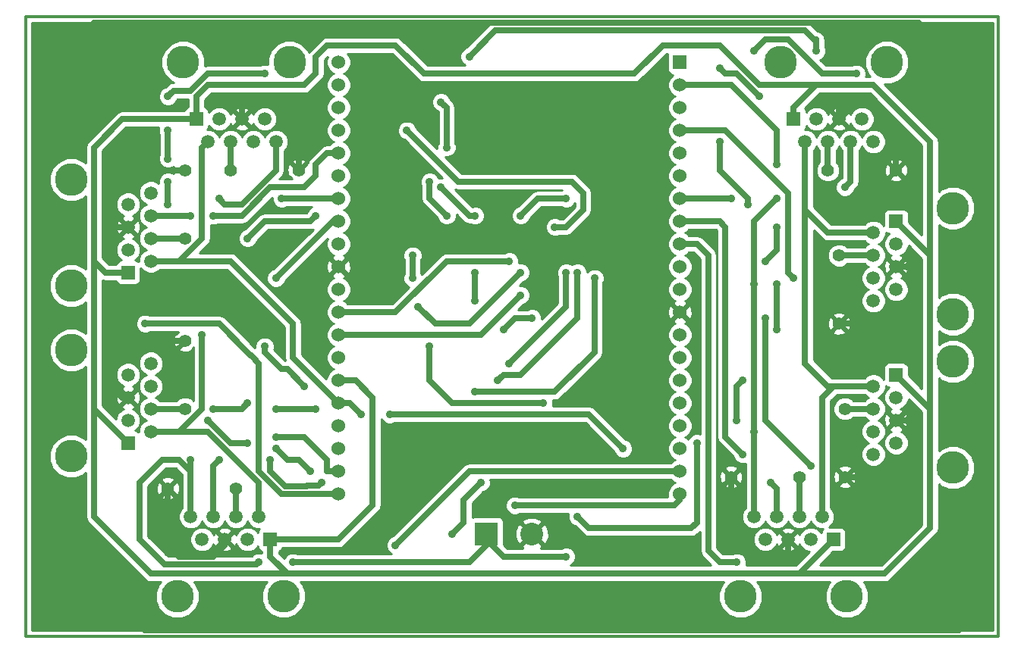
<source format=gbl>
G04 (created by PCBNEW-RS274X (2010-03-14)-final) date jue 12 may 2011 19:09:40 UYT*
G01*
G70*
G90*
%MOIN*%
G04 Gerber Fmt 3.4, Leading zero omitted, Abs format*
%FSLAX34Y34*%
G04 APERTURE LIST*
%ADD10C,0.006000*%
%ADD11C,0.011800*%
%ADD12R,0.100000X0.100000*%
%ADD13C,0.100000*%
%ADD14R,0.060000X0.060000*%
%ADD15C,0.060000*%
%ADD16C,0.055000*%
%ADD17C,0.143700*%
%ADD18R,0.059100X0.059100*%
%ADD19C,0.059100*%
%ADD20C,0.035000*%
%ADD21C,0.025000*%
%ADD22C,0.010000*%
G04 APERTURE END LIST*
G54D10*
G54D11*
X35750Y-52750D02*
X35750Y-33750D01*
X36250Y-52750D02*
X35750Y-52750D01*
X78500Y-52750D02*
X36250Y-52750D01*
X78500Y-25500D02*
X78500Y-52750D01*
X35750Y-25500D02*
X78500Y-25500D01*
X35750Y-33750D02*
X35750Y-25500D01*
G54D12*
X56000Y-48250D03*
G54D13*
X58000Y-48250D03*
G54D14*
X64500Y-27500D03*
G54D15*
X64500Y-28500D03*
X64500Y-37500D03*
X64500Y-30500D03*
X64500Y-39500D03*
X64500Y-32500D03*
X64500Y-41500D03*
X64500Y-34500D03*
X64500Y-43500D03*
X64500Y-36500D03*
X64500Y-45500D03*
X64500Y-38500D03*
X49500Y-46500D03*
X64500Y-40500D03*
X49500Y-44500D03*
X64500Y-42500D03*
X49500Y-42500D03*
X64500Y-44500D03*
X49500Y-40500D03*
X64500Y-46500D03*
X49500Y-38500D03*
X49500Y-45500D03*
X49500Y-36500D03*
X49500Y-43500D03*
X49500Y-41500D03*
X49500Y-34500D03*
X49500Y-39500D03*
X49500Y-35500D03*
X49500Y-33500D03*
X49500Y-31500D03*
X49500Y-29500D03*
X49500Y-32500D03*
X49500Y-30500D03*
X64500Y-29500D03*
X64500Y-31500D03*
X64500Y-33500D03*
X64500Y-35500D03*
X49500Y-28500D03*
X49500Y-27500D03*
X49500Y-37500D03*
G54D16*
X66750Y-45750D03*
X69750Y-45750D03*
X42750Y-32250D03*
X42750Y-35250D03*
X71750Y-42750D03*
X71750Y-45750D03*
X42750Y-39750D03*
X42750Y-42750D03*
X71500Y-39000D03*
X71500Y-36000D03*
X47750Y-32250D03*
X44750Y-32250D03*
X74000Y-32250D03*
X71000Y-32250D03*
X42000Y-46250D03*
X45000Y-46250D03*
G54D17*
X67162Y-51000D03*
X71835Y-51000D03*
G54D18*
X71250Y-48500D03*
G54D19*
X70750Y-47500D03*
X70250Y-48500D03*
X69750Y-47500D03*
X69250Y-48500D03*
X68750Y-47500D03*
X68250Y-48500D03*
X67750Y-47500D03*
G54D17*
X37750Y-32662D03*
X37750Y-37335D03*
G54D18*
X40250Y-36750D03*
G54D19*
X41250Y-36250D03*
X40250Y-35750D03*
X41250Y-35250D03*
X40250Y-34750D03*
X41250Y-34250D03*
X40250Y-33750D03*
X41250Y-33250D03*
G54D17*
X76500Y-45338D03*
X76500Y-40665D03*
G54D18*
X74000Y-41250D03*
G54D19*
X73000Y-41750D03*
X74000Y-42250D03*
X73000Y-42750D03*
X74000Y-43250D03*
X73000Y-43750D03*
X74000Y-44250D03*
X73000Y-44750D03*
G54D17*
X37750Y-40162D03*
X37750Y-44835D03*
G54D18*
X40250Y-44250D03*
G54D19*
X41250Y-43750D03*
X40250Y-43250D03*
X41250Y-42750D03*
X40250Y-42250D03*
X41250Y-41750D03*
X40250Y-41250D03*
X41250Y-40750D03*
G54D17*
X76500Y-38588D03*
X76500Y-33915D03*
G54D18*
X74000Y-34500D03*
G54D19*
X73000Y-35000D03*
X74000Y-35500D03*
X73000Y-36000D03*
X74000Y-36500D03*
X73000Y-37000D03*
X74000Y-37500D03*
X73000Y-38000D03*
G54D17*
X47338Y-27500D03*
X42665Y-27500D03*
G54D18*
X43250Y-30000D03*
G54D19*
X43750Y-31000D03*
X44250Y-30000D03*
X44750Y-31000D03*
X45250Y-30000D03*
X45750Y-31000D03*
X46250Y-30000D03*
X46750Y-31000D03*
G54D17*
X73588Y-27500D03*
X68915Y-27500D03*
G54D18*
X69500Y-30000D03*
G54D19*
X70000Y-31000D03*
X70500Y-30000D03*
X71000Y-31000D03*
X71500Y-30000D03*
X72000Y-31000D03*
X72500Y-30000D03*
X73000Y-31000D03*
G54D17*
X42412Y-51000D03*
X47085Y-51000D03*
G54D18*
X46500Y-48500D03*
G54D19*
X46000Y-47500D03*
X45500Y-48500D03*
X45000Y-47500D03*
X44500Y-48500D03*
X44000Y-47500D03*
X43500Y-48500D03*
X43000Y-47500D03*
G54D20*
X62000Y-44500D03*
X51750Y-43000D03*
X50500Y-43000D03*
X43500Y-39500D03*
X44250Y-33500D03*
X43000Y-45000D03*
X46000Y-49500D03*
X47500Y-49500D03*
X59500Y-49250D03*
X67750Y-43750D03*
X67750Y-37250D03*
X68750Y-33500D03*
X67000Y-49500D03*
X68500Y-46000D03*
X67250Y-44750D03*
X58000Y-38750D03*
X56750Y-39250D03*
X55500Y-38000D03*
X55500Y-36750D03*
X54250Y-34250D03*
X53500Y-32750D03*
X66250Y-27750D03*
X68000Y-29000D03*
X66250Y-31000D03*
X68750Y-34750D03*
X68250Y-36250D03*
X67500Y-33750D03*
X69500Y-37000D03*
X68750Y-37250D03*
X68750Y-39250D03*
X46750Y-44000D03*
X59000Y-34750D03*
X52500Y-30500D03*
X46250Y-28000D03*
X42000Y-29000D03*
X42000Y-30500D03*
X42000Y-31750D03*
X42000Y-32750D03*
X42000Y-33750D03*
X70250Y-45250D03*
X68250Y-38750D03*
X66750Y-33500D03*
X52750Y-36000D03*
X52750Y-37000D03*
X53500Y-40000D03*
X58500Y-42500D03*
X60000Y-47500D03*
X65250Y-44250D03*
X67000Y-43250D03*
X67250Y-41500D03*
X41000Y-39000D03*
X60000Y-36750D03*
X56500Y-41500D03*
X46250Y-40000D03*
X48000Y-41750D03*
X59500Y-36750D03*
X57000Y-40750D03*
X55750Y-46000D03*
X54500Y-48250D03*
X57500Y-34250D03*
X59500Y-33500D03*
X53000Y-38250D03*
X57500Y-36750D03*
X67750Y-27000D03*
X72250Y-28000D03*
X71750Y-33000D03*
X68750Y-32000D03*
X55500Y-34250D03*
X54000Y-33000D03*
X54250Y-31250D03*
X54000Y-29250D03*
X55250Y-27250D03*
X70500Y-27000D03*
X57000Y-36250D03*
X57500Y-37750D03*
X44000Y-34250D03*
X43000Y-34250D03*
X48500Y-34250D03*
X44000Y-42750D03*
X45500Y-35250D03*
X45500Y-42500D03*
X47000Y-33500D03*
X48500Y-42750D03*
X48750Y-46000D03*
X46500Y-45000D03*
X46750Y-42750D03*
X46750Y-37000D03*
X44250Y-45000D03*
X43750Y-43250D03*
X45500Y-44250D03*
X46750Y-44500D03*
X48250Y-45500D03*
X60750Y-37000D03*
X55500Y-42000D03*
X57250Y-47000D03*
X43500Y-48500D03*
X52000Y-48750D03*
X69250Y-51250D03*
X45750Y-27500D03*
X45250Y-29000D03*
X58000Y-51250D03*
X74500Y-43250D03*
X76250Y-43250D03*
X71500Y-27500D03*
X71500Y-29000D03*
X76750Y-36500D03*
X74500Y-36500D03*
X39500Y-41750D03*
X38000Y-41750D03*
X39500Y-34750D03*
X38000Y-34750D03*
X44250Y-49000D03*
X44250Y-50750D03*
G54D21*
X42250Y-36250D02*
X42500Y-36250D01*
X43500Y-31250D02*
X43750Y-31000D01*
X43500Y-35250D02*
X43500Y-31250D01*
X42500Y-36250D02*
X43500Y-35250D01*
X49500Y-42500D02*
X50000Y-42500D01*
X60500Y-43000D02*
X62000Y-44500D01*
X57500Y-43000D02*
X60500Y-43000D01*
X51750Y-43000D02*
X57500Y-43000D01*
X50000Y-42500D02*
X50500Y-43000D01*
X70750Y-47500D02*
X70750Y-42250D01*
X70750Y-42250D02*
X71250Y-41750D01*
X70000Y-34000D02*
X70000Y-40750D01*
X71000Y-41750D02*
X71250Y-41750D01*
X71250Y-41750D02*
X73000Y-41750D01*
X70000Y-40750D02*
X71000Y-41750D01*
X70000Y-31000D02*
X70000Y-34000D01*
X71000Y-35000D02*
X73000Y-35000D01*
X70000Y-34000D02*
X71000Y-35000D01*
X46000Y-47500D02*
X46000Y-46000D01*
X43750Y-43750D02*
X41250Y-43750D01*
X46000Y-46000D02*
X43750Y-43750D01*
X42500Y-43750D02*
X43500Y-42750D01*
X43500Y-42750D02*
X43500Y-39500D01*
X41250Y-43750D02*
X42500Y-43750D01*
X41250Y-36250D02*
X42250Y-36250D01*
X42250Y-36250D02*
X43000Y-36250D01*
X43000Y-36250D02*
X44750Y-36250D01*
X47500Y-40500D02*
X49500Y-42500D01*
X47500Y-39000D02*
X47500Y-40500D01*
X44750Y-36250D02*
X47500Y-39000D01*
X51000Y-26750D02*
X52000Y-26750D01*
X62500Y-28000D02*
X63750Y-26750D01*
X53250Y-28000D02*
X62500Y-28000D01*
X52000Y-26750D02*
X53250Y-28000D01*
X67000Y-27500D02*
X66250Y-26750D01*
X68000Y-28500D02*
X67500Y-28000D01*
X70500Y-28500D02*
X68000Y-28500D01*
X67000Y-27500D02*
X67500Y-28000D01*
X66000Y-26750D02*
X63750Y-26750D01*
X66000Y-26750D02*
X66250Y-26750D01*
X51000Y-26750D02*
X49000Y-26750D01*
X49000Y-26750D02*
X48500Y-27250D01*
X48500Y-27250D02*
X48500Y-28000D01*
X48500Y-28000D02*
X48000Y-28500D01*
X48000Y-28500D02*
X43750Y-28500D01*
X43750Y-28500D02*
X43250Y-29000D01*
X43250Y-29000D02*
X43250Y-30000D01*
X48000Y-50000D02*
X47250Y-50000D01*
X46500Y-49250D02*
X46500Y-48500D01*
X47250Y-50000D02*
X46500Y-49250D01*
X48250Y-48500D02*
X49500Y-48500D01*
X50250Y-41500D02*
X49500Y-41500D01*
X46500Y-48500D02*
X48250Y-48500D01*
X49500Y-48500D02*
X51000Y-47000D01*
X51000Y-47000D02*
X51000Y-42250D01*
X51000Y-42250D02*
X50250Y-41500D01*
X75500Y-36250D02*
X75500Y-31000D01*
X69500Y-29500D02*
X69500Y-30000D01*
X70500Y-28500D02*
X69500Y-29500D01*
X73000Y-28500D02*
X70500Y-28500D01*
X75500Y-31000D02*
X73000Y-28500D01*
X75500Y-42750D02*
X75500Y-36250D01*
X75500Y-36250D02*
X75500Y-36000D01*
X75500Y-36000D02*
X74000Y-34500D01*
X69500Y-50000D02*
X73500Y-50000D01*
X75500Y-42750D02*
X74000Y-41250D01*
X75500Y-48000D02*
X75500Y-42750D01*
X73500Y-50000D02*
X75500Y-48000D01*
X54250Y-50000D02*
X69500Y-50000D01*
X69500Y-50000D02*
X69750Y-50000D01*
X45000Y-50000D02*
X48000Y-50000D01*
X48000Y-50000D02*
X54250Y-50000D01*
X69750Y-50000D02*
X71250Y-48500D01*
X38750Y-42750D02*
X38750Y-47500D01*
X41250Y-50000D02*
X45000Y-50000D01*
X38750Y-47500D02*
X41250Y-50000D01*
X38750Y-36250D02*
X38750Y-42750D01*
X38750Y-42750D02*
X40250Y-44250D01*
X43250Y-30000D02*
X40000Y-30000D01*
X40000Y-30000D02*
X38750Y-31250D01*
X38750Y-31250D02*
X38750Y-36250D01*
X39250Y-36750D02*
X40250Y-36750D01*
X38750Y-36250D02*
X39250Y-36750D01*
X45000Y-33750D02*
X45250Y-33750D01*
X45250Y-33750D02*
X46750Y-32250D01*
X45000Y-33750D02*
X44500Y-33750D01*
X46750Y-31000D02*
X46750Y-32250D01*
X44500Y-33750D02*
X44250Y-33500D01*
X43000Y-45500D02*
X43000Y-45000D01*
X43000Y-45000D02*
X43000Y-45000D01*
X48000Y-49500D02*
X47500Y-49500D01*
X56000Y-48750D02*
X55250Y-49500D01*
X55250Y-49500D02*
X48000Y-49500D01*
X56000Y-48250D02*
X56000Y-48750D01*
X43000Y-45500D02*
X43000Y-47500D01*
X42500Y-45000D02*
X43000Y-45500D01*
X41750Y-45000D02*
X42500Y-45000D01*
X40750Y-46000D02*
X41750Y-45000D01*
X40750Y-48500D02*
X40750Y-46000D01*
X41852Y-49602D02*
X40750Y-48500D01*
X45898Y-49602D02*
X41852Y-49602D01*
X46000Y-49500D02*
X45898Y-49602D01*
X56000Y-48500D02*
X56000Y-48250D01*
X56750Y-49250D02*
X56000Y-48500D01*
X59500Y-49250D02*
X56750Y-49250D01*
X67750Y-47500D02*
X67750Y-43750D01*
X67750Y-43750D02*
X67750Y-37250D01*
X67750Y-37250D02*
X67750Y-34500D01*
X67750Y-34500D02*
X68750Y-33500D01*
X64500Y-35500D02*
X65250Y-35500D01*
X66250Y-49500D02*
X67000Y-49500D01*
X65750Y-49000D02*
X66250Y-49500D01*
X65750Y-36000D02*
X65750Y-49000D01*
X65250Y-35500D02*
X65750Y-36000D01*
X64500Y-34500D02*
X66250Y-34500D01*
X68750Y-46250D02*
X68750Y-47500D01*
X68500Y-46000D02*
X68750Y-46250D01*
X66500Y-44000D02*
X67250Y-44750D01*
X66500Y-34750D02*
X66500Y-44000D01*
X66250Y-34500D02*
X66500Y-34750D01*
X55500Y-38000D02*
X55500Y-36750D01*
X58000Y-38750D02*
X57250Y-38750D01*
X57250Y-38750D02*
X56750Y-39250D01*
X69750Y-47500D02*
X69750Y-45750D01*
X67500Y-33500D02*
X67500Y-33750D01*
X54250Y-34250D02*
X53500Y-33500D01*
X53500Y-33500D02*
X53500Y-32750D01*
X66250Y-27750D02*
X66500Y-28000D01*
X66500Y-28000D02*
X67000Y-28000D01*
X67000Y-28000D02*
X68000Y-29000D01*
X66250Y-31000D02*
X66250Y-32250D01*
X66250Y-32250D02*
X67500Y-33500D01*
X68750Y-35750D02*
X68750Y-34750D01*
X68250Y-36250D02*
X68750Y-35750D01*
X71500Y-36000D02*
X73000Y-36000D01*
X64500Y-30500D02*
X66500Y-30500D01*
X69250Y-36750D02*
X69500Y-37000D01*
X69250Y-33250D02*
X69250Y-36750D01*
X66500Y-30500D02*
X69250Y-33250D01*
X68750Y-37250D02*
X68750Y-39250D01*
X49000Y-45000D02*
X48000Y-44000D01*
X47500Y-44000D02*
X48000Y-44000D01*
X47500Y-44000D02*
X46750Y-44000D01*
X49000Y-45000D02*
X49000Y-45500D01*
X49500Y-45500D02*
X49000Y-45500D01*
X57000Y-32750D02*
X59750Y-32750D01*
X59500Y-34750D02*
X59000Y-34750D01*
X60250Y-34000D02*
X59500Y-34750D01*
X60250Y-33250D02*
X60250Y-34000D01*
X59750Y-32750D02*
X60250Y-33250D01*
X54750Y-32750D02*
X57000Y-32750D01*
X52500Y-30500D02*
X54750Y-32750D01*
X43750Y-28000D02*
X46250Y-28000D01*
X43000Y-28750D02*
X43750Y-28000D01*
X42250Y-28750D02*
X43000Y-28750D01*
X42000Y-29000D02*
X42250Y-28750D01*
X42000Y-31750D02*
X42000Y-30500D01*
X42000Y-33750D02*
X42000Y-32750D01*
X41250Y-35250D02*
X42750Y-35250D01*
X70250Y-45250D02*
X68250Y-43250D01*
X68250Y-43250D02*
X68250Y-38750D01*
X66750Y-33500D02*
X64500Y-33500D01*
X52750Y-37000D02*
X52750Y-36000D01*
X53500Y-41500D02*
X53500Y-40000D01*
X54500Y-42500D02*
X53500Y-41500D01*
X58500Y-42500D02*
X54500Y-42500D01*
X60500Y-48000D02*
X60000Y-47500D01*
X65000Y-48000D02*
X60500Y-48000D01*
X65250Y-47750D02*
X65000Y-48000D01*
X65250Y-44250D02*
X65250Y-47750D01*
X67000Y-41750D02*
X67000Y-43250D01*
X67250Y-41500D02*
X67000Y-41750D01*
X71750Y-42750D02*
X73000Y-42750D01*
X46000Y-45500D02*
X46000Y-40750D01*
X46000Y-40750D02*
X45750Y-40500D01*
X46500Y-46000D02*
X46000Y-45500D01*
X45750Y-40500D02*
X45500Y-40250D01*
X41000Y-39000D02*
X44250Y-39000D01*
X44250Y-39000D02*
X45500Y-40250D01*
X47000Y-46500D02*
X49500Y-46500D01*
X46500Y-46000D02*
X47000Y-46500D01*
X60000Y-38500D02*
X60000Y-36750D01*
X60000Y-38750D02*
X60000Y-38500D01*
X57500Y-41250D02*
X60000Y-38750D01*
X56750Y-41250D02*
X57500Y-41250D01*
X56500Y-41500D02*
X56750Y-41250D01*
X46250Y-40250D02*
X46250Y-40000D01*
X47000Y-41000D02*
X46250Y-40250D01*
X47250Y-41000D02*
X47000Y-41000D01*
X48000Y-41750D02*
X47250Y-41000D01*
X44750Y-32250D02*
X44750Y-31000D01*
X59500Y-38250D02*
X59500Y-36750D01*
X57000Y-40750D02*
X59500Y-38250D01*
X55000Y-46750D02*
X55750Y-46000D01*
X55000Y-47750D02*
X55000Y-46750D01*
X54500Y-48250D02*
X55000Y-47750D01*
X45000Y-47500D02*
X45000Y-46250D01*
X58500Y-33500D02*
X59500Y-33500D01*
X57500Y-34250D02*
X58250Y-33500D01*
X58250Y-33500D02*
X58500Y-33500D01*
X53750Y-39000D02*
X53000Y-38250D01*
X55250Y-39000D02*
X53750Y-39000D01*
X57500Y-36750D02*
X55250Y-39000D01*
X72250Y-28000D02*
X70750Y-28000D01*
X70750Y-28000D02*
X69250Y-26500D01*
X69250Y-26500D02*
X68250Y-26500D01*
X68250Y-26500D02*
X67750Y-27000D01*
X64500Y-28500D02*
X66750Y-28500D01*
X72000Y-32750D02*
X72000Y-31000D01*
X71750Y-33000D02*
X72000Y-32750D01*
X68750Y-30500D02*
X68750Y-32000D01*
X66750Y-28500D02*
X68750Y-30500D01*
X57750Y-26102D02*
X56398Y-26102D01*
X55250Y-34250D02*
X55500Y-34250D01*
X54000Y-33000D02*
X55250Y-34250D01*
X54250Y-29500D02*
X54250Y-31250D01*
X54000Y-29250D02*
X54250Y-29500D01*
X56398Y-26102D02*
X55250Y-27250D01*
X70500Y-26500D02*
X70399Y-26500D01*
X70500Y-27000D02*
X70500Y-26500D01*
X70001Y-26102D02*
X57750Y-26102D01*
X70399Y-26500D02*
X70001Y-26102D01*
X71000Y-32250D02*
X71000Y-31000D01*
X52000Y-38500D02*
X49500Y-38500D01*
X57000Y-36250D02*
X54250Y-36250D01*
X54250Y-36250D02*
X52000Y-38500D01*
X55750Y-39500D02*
X49500Y-39500D01*
X57500Y-37750D02*
X55750Y-39500D01*
X45000Y-34250D02*
X45250Y-34250D01*
X46500Y-33000D02*
X47750Y-33000D01*
X45250Y-34250D02*
X46500Y-33000D01*
X42750Y-34250D02*
X43000Y-34250D01*
X41250Y-34250D02*
X42750Y-34250D01*
X49000Y-31500D02*
X49500Y-31500D01*
X48500Y-32000D02*
X49000Y-31500D01*
X48500Y-32500D02*
X48500Y-32000D01*
X48000Y-33000D02*
X48500Y-32500D01*
X47750Y-33000D02*
X48000Y-33000D01*
X44000Y-34250D02*
X45000Y-34250D01*
X45250Y-42750D02*
X45500Y-42500D01*
X47250Y-34500D02*
X48250Y-34500D01*
X48250Y-34500D02*
X48500Y-34250D01*
X44000Y-42750D02*
X45250Y-42750D01*
X46250Y-34500D02*
X47250Y-34500D01*
X45500Y-35250D02*
X46250Y-34500D01*
X47000Y-33500D02*
X49500Y-33500D01*
X48125Y-46125D02*
X48625Y-46125D01*
X48500Y-42750D02*
X48000Y-42750D01*
X48625Y-46125D02*
X48750Y-46000D01*
X46500Y-45000D02*
X46500Y-45500D01*
X48102Y-46148D02*
X48125Y-46125D01*
X47148Y-46148D02*
X48102Y-46148D01*
X46500Y-45500D02*
X47148Y-46148D01*
X48000Y-42750D02*
X47750Y-42750D01*
X46750Y-42750D02*
X47750Y-42750D01*
X49500Y-34500D02*
X49250Y-34500D01*
X46750Y-37000D02*
X49250Y-34500D01*
X44000Y-45250D02*
X44000Y-47500D01*
X44000Y-45250D02*
X44250Y-45000D01*
X47250Y-45000D02*
X47750Y-45000D01*
X43750Y-43250D02*
X44750Y-44250D01*
X44750Y-44250D02*
X45500Y-44250D01*
X46750Y-44500D02*
X47250Y-45000D01*
X47750Y-45000D02*
X48250Y-45500D01*
X60750Y-40250D02*
X60750Y-37000D01*
X59000Y-42000D02*
X60750Y-40250D01*
X55500Y-42000D02*
X59000Y-42000D01*
X41250Y-42750D02*
X42750Y-42750D01*
X64500Y-46750D02*
X64500Y-46500D01*
X64250Y-47000D02*
X64500Y-46750D01*
X62500Y-47000D02*
X64250Y-47000D01*
X57250Y-47000D02*
X62500Y-47000D01*
X55250Y-45500D02*
X64500Y-45500D01*
X52000Y-48750D02*
X55250Y-45500D01*
X38250Y-26250D02*
X38750Y-25750D01*
X75000Y-25750D02*
X76500Y-27250D01*
X38750Y-25750D02*
X75000Y-25750D01*
X69250Y-51250D02*
X70500Y-52500D01*
X47750Y-32250D02*
X47750Y-29750D01*
X47000Y-29000D02*
X45250Y-29000D01*
X47750Y-29750D02*
X47000Y-29000D01*
X45250Y-30000D02*
X45250Y-29000D01*
X45750Y-27500D02*
X47250Y-26000D01*
X59250Y-52500D02*
X59750Y-52500D01*
X58000Y-51250D02*
X59250Y-52500D01*
X70500Y-52500D02*
X59750Y-52500D01*
X59750Y-52500D02*
X43250Y-52500D01*
X78000Y-41500D02*
X78000Y-51250D01*
X78000Y-51250D02*
X76750Y-52500D01*
X76750Y-52500D02*
X70500Y-52500D01*
X78000Y-35250D02*
X78000Y-41500D01*
X78000Y-41500D02*
X76250Y-43250D01*
X71500Y-30000D02*
X71500Y-29000D01*
X73000Y-26000D02*
X73750Y-26000D01*
X71500Y-27500D02*
X73000Y-26000D01*
X73750Y-26000D02*
X75250Y-26000D01*
X75250Y-26000D02*
X76500Y-27250D01*
X76500Y-27250D02*
X78000Y-28750D01*
X78000Y-28750D02*
X78000Y-35250D01*
X78000Y-35250D02*
X76750Y-36500D01*
X47250Y-26000D02*
X46750Y-26000D01*
X36250Y-28250D02*
X36250Y-36750D01*
X38500Y-26000D02*
X46750Y-26000D01*
X36250Y-28250D02*
X38250Y-26250D01*
X38250Y-26250D02*
X38500Y-26000D01*
X36250Y-43750D02*
X36250Y-43500D01*
X38000Y-41750D02*
X36250Y-43500D01*
X38000Y-34750D02*
X36250Y-36500D01*
X36250Y-36500D02*
X36250Y-36750D01*
X43250Y-52500D02*
X44250Y-51500D01*
X44250Y-51500D02*
X44250Y-50750D01*
X41000Y-52500D02*
X43250Y-52500D01*
X36250Y-43750D02*
X36250Y-47750D01*
X36250Y-47750D02*
X41000Y-52500D01*
X36250Y-36750D02*
X36250Y-43750D01*
X71500Y-30000D02*
X71500Y-29750D01*
X74000Y-30250D02*
X74000Y-32250D01*
X73000Y-29250D02*
X74000Y-30250D01*
X72000Y-29250D02*
X73000Y-29250D01*
X71500Y-29750D02*
X72000Y-29250D01*
X71500Y-39000D02*
X74000Y-39000D01*
X74000Y-39000D02*
X75000Y-38000D01*
X75000Y-38000D02*
X75000Y-37000D01*
X75000Y-37000D02*
X74500Y-36500D01*
X74500Y-36500D02*
X74000Y-36500D01*
X71750Y-45750D02*
X74250Y-45750D01*
X74250Y-45750D02*
X75000Y-45000D01*
X75000Y-45000D02*
X75000Y-43750D01*
X75000Y-43750D02*
X74500Y-43250D01*
X74500Y-43250D02*
X74000Y-43250D01*
X69250Y-48500D02*
X69250Y-49000D01*
X66750Y-48500D02*
X66750Y-45750D01*
X69250Y-49000D02*
X68750Y-49500D01*
X68750Y-49500D02*
X67750Y-49500D01*
X67750Y-49500D02*
X66750Y-48500D01*
X44500Y-48500D02*
X44500Y-48750D01*
X42000Y-48750D02*
X42000Y-46250D01*
X42500Y-49250D02*
X42000Y-48750D01*
X44000Y-49250D02*
X42500Y-49250D01*
X44500Y-48750D02*
X44250Y-49000D01*
X44250Y-49000D02*
X44000Y-49250D01*
X40250Y-42250D02*
X40000Y-42250D01*
X40000Y-42250D02*
X39500Y-41750D01*
X39500Y-41750D02*
X39500Y-40250D01*
X39500Y-40250D02*
X40000Y-39750D01*
X40000Y-39750D02*
X42750Y-39750D01*
X40250Y-34750D02*
X39500Y-34750D01*
X40000Y-32250D02*
X42750Y-32250D01*
X39500Y-34750D02*
X39250Y-34500D01*
X39250Y-34500D02*
X39250Y-33000D01*
X39250Y-33000D02*
X40000Y-32250D01*
G54D22*
X36006Y-25756D02*
X56266Y-25756D01*
X70133Y-25756D02*
X78244Y-25756D01*
X36006Y-25836D02*
X56140Y-25836D01*
X70260Y-25836D02*
X78244Y-25836D01*
X36006Y-25916D02*
X56058Y-25916D01*
X70341Y-25916D02*
X78244Y-25916D01*
X36006Y-25996D02*
X55978Y-25996D01*
X70421Y-25996D02*
X78244Y-25996D01*
X36006Y-26076D02*
X55898Y-26076D01*
X70501Y-26076D02*
X78244Y-26076D01*
X36006Y-26156D02*
X55818Y-26156D01*
X70642Y-26156D02*
X78244Y-26156D01*
X36006Y-26236D02*
X55738Y-26236D01*
X70762Y-26236D02*
X78244Y-26236D01*
X36006Y-26316D02*
X55658Y-26316D01*
X70816Y-26316D02*
X78244Y-26316D01*
X36006Y-26396D02*
X48909Y-26396D01*
X52092Y-26396D02*
X55578Y-26396D01*
X70852Y-26396D02*
X78244Y-26396D01*
X36006Y-26476D02*
X48752Y-26476D01*
X52247Y-26476D02*
X55498Y-26476D01*
X70868Y-26476D02*
X78244Y-26476D01*
X36006Y-26556D02*
X42426Y-26556D01*
X42906Y-26556D02*
X47099Y-26556D01*
X47579Y-26556D02*
X48667Y-26556D01*
X52332Y-26556D02*
X55418Y-26556D01*
X70872Y-26556D02*
X73349Y-26556D01*
X73829Y-26556D02*
X78244Y-26556D01*
X36006Y-26636D02*
X42232Y-26636D01*
X43099Y-26636D02*
X46905Y-26636D01*
X47772Y-26636D02*
X48587Y-26636D01*
X52412Y-26636D02*
X55338Y-26636D01*
X70872Y-26636D02*
X73155Y-26636D01*
X74022Y-26636D02*
X78244Y-26636D01*
X36006Y-26716D02*
X42086Y-26716D01*
X43245Y-26716D02*
X46759Y-26716D01*
X47918Y-26716D02*
X48507Y-26716D01*
X52492Y-26716D02*
X55258Y-26716D01*
X70872Y-26716D02*
X73009Y-26716D01*
X74168Y-26716D02*
X78244Y-26716D01*
X36006Y-26796D02*
X42006Y-26796D01*
X43325Y-26796D02*
X46679Y-26796D01*
X47998Y-26796D02*
X48428Y-26796D01*
X52572Y-26796D02*
X55178Y-26796D01*
X70873Y-26796D02*
X72929Y-26796D01*
X74248Y-26796D02*
X78244Y-26796D01*
X36006Y-26876D02*
X41926Y-26876D01*
X43405Y-26876D02*
X46599Y-26876D01*
X48078Y-26876D02*
X48348Y-26876D01*
X52652Y-26876D02*
X55050Y-26876D01*
X70906Y-26876D02*
X72849Y-26876D01*
X74328Y-26876D02*
X78244Y-26876D01*
X36006Y-26956D02*
X41847Y-26956D01*
X43484Y-26956D02*
X46520Y-26956D01*
X48157Y-26956D02*
X48268Y-26956D01*
X52732Y-26956D02*
X54947Y-26956D01*
X70922Y-26956D02*
X72770Y-26956D01*
X74407Y-26956D02*
X78244Y-26956D01*
X36006Y-27036D02*
X41814Y-27036D01*
X43517Y-27036D02*
X46487Y-27036D01*
X48189Y-27036D02*
X48204Y-27036D01*
X52812Y-27036D02*
X54882Y-27036D01*
X70922Y-27036D02*
X72737Y-27036D01*
X74440Y-27036D02*
X78244Y-27036D01*
X36006Y-27116D02*
X41781Y-27116D01*
X43550Y-27116D02*
X46454Y-27116D01*
X52892Y-27116D02*
X54849Y-27116D01*
X70908Y-27116D02*
X72704Y-27116D01*
X74473Y-27116D02*
X78244Y-27116D01*
X36006Y-27196D02*
X41748Y-27196D01*
X43583Y-27196D02*
X46421Y-27196D01*
X52972Y-27196D02*
X54828Y-27196D01*
X70875Y-27196D02*
X72671Y-27196D01*
X74506Y-27196D02*
X78244Y-27196D01*
X36006Y-27276D02*
X41715Y-27276D01*
X43616Y-27276D02*
X46388Y-27276D01*
X53052Y-27276D02*
X54828Y-27276D01*
X70821Y-27276D02*
X72638Y-27276D01*
X74539Y-27276D02*
X78244Y-27276D01*
X36006Y-27356D02*
X41701Y-27356D01*
X43629Y-27356D02*
X46374Y-27356D01*
X53132Y-27356D02*
X54837Y-27356D01*
X70741Y-27356D02*
X72624Y-27356D01*
X74552Y-27356D02*
X78244Y-27356D01*
X36006Y-27436D02*
X41701Y-27436D01*
X43629Y-27436D02*
X46374Y-27436D01*
X53212Y-27436D02*
X54870Y-27436D01*
X70712Y-27436D02*
X72624Y-27436D01*
X74552Y-27436D02*
X78244Y-27436D01*
X36006Y-27516D02*
X41701Y-27516D01*
X43629Y-27516D02*
X46374Y-27516D01*
X53292Y-27516D02*
X54919Y-27516D01*
X70792Y-27516D02*
X72624Y-27516D01*
X74552Y-27516D02*
X78244Y-27516D01*
X36006Y-27596D02*
X41701Y-27596D01*
X43629Y-27596D02*
X46123Y-27596D01*
X53372Y-27596D02*
X54999Y-27596D01*
X70872Y-27596D02*
X72123Y-27596D01*
X72378Y-27596D02*
X72624Y-27596D01*
X74552Y-27596D02*
X78244Y-27596D01*
X36006Y-27676D02*
X41701Y-27676D01*
X72523Y-27676D02*
X72624Y-27676D01*
X74552Y-27676D02*
X78244Y-27676D01*
X36006Y-27756D02*
X41727Y-27756D01*
X72603Y-27756D02*
X72650Y-27756D01*
X74525Y-27756D02*
X78244Y-27756D01*
X36006Y-27836D02*
X41760Y-27836D01*
X72639Y-27836D02*
X72683Y-27836D01*
X74492Y-27836D02*
X78244Y-27836D01*
X36006Y-27916D02*
X41793Y-27916D01*
X72672Y-27916D02*
X72716Y-27916D01*
X74459Y-27916D02*
X78244Y-27916D01*
X36006Y-27996D02*
X41826Y-27996D01*
X72672Y-27996D02*
X72749Y-27996D01*
X74426Y-27996D02*
X78244Y-27996D01*
X36006Y-28076D02*
X41877Y-28076D01*
X72672Y-28076D02*
X72800Y-28076D01*
X74375Y-28076D02*
X78244Y-28076D01*
X36006Y-28156D02*
X41957Y-28156D01*
X74295Y-28156D02*
X78244Y-28156D01*
X36006Y-28236D02*
X42037Y-28236D01*
X74215Y-28236D02*
X78244Y-28236D01*
X36006Y-28316D02*
X42117Y-28316D01*
X74135Y-28316D02*
X78244Y-28316D01*
X36006Y-28396D02*
X42159Y-28396D01*
X73943Y-28396D02*
X78244Y-28396D01*
X36006Y-28476D02*
X42004Y-28476D01*
X73502Y-28476D02*
X78244Y-28476D01*
X36006Y-28556D02*
X41918Y-28556D01*
X73582Y-28556D02*
X78244Y-28556D01*
X36006Y-28636D02*
X41776Y-28636D01*
X73662Y-28636D02*
X78244Y-28636D01*
X36006Y-28716D02*
X41687Y-28716D01*
X73742Y-28716D02*
X78244Y-28716D01*
X36006Y-28796D02*
X41628Y-28796D01*
X73822Y-28796D02*
X78244Y-28796D01*
X36006Y-28876D02*
X41595Y-28876D01*
X73902Y-28876D02*
X78244Y-28876D01*
X36006Y-28956D02*
X41578Y-28956D01*
X73982Y-28956D02*
X78244Y-28956D01*
X36006Y-29036D02*
X41578Y-29036D01*
X74062Y-29036D02*
X78244Y-29036D01*
X36006Y-29116D02*
X41591Y-29116D01*
X74142Y-29116D02*
X78244Y-29116D01*
X36006Y-29196D02*
X41624Y-29196D01*
X42375Y-29196D02*
X42878Y-29196D01*
X74222Y-29196D02*
X78244Y-29196D01*
X36006Y-29276D02*
X41679Y-29276D01*
X42321Y-29276D02*
X42878Y-29276D01*
X74302Y-29276D02*
X78244Y-29276D01*
X36006Y-29356D02*
X41759Y-29356D01*
X42241Y-29356D02*
X42878Y-29356D01*
X74382Y-29356D02*
X78244Y-29356D01*
X36006Y-29436D02*
X42878Y-29436D01*
X74462Y-29436D02*
X78244Y-29436D01*
X36006Y-29516D02*
X42796Y-29516D01*
X74542Y-29516D02*
X78244Y-29516D01*
X36006Y-29596D02*
X42734Y-29596D01*
X74622Y-29596D02*
X78244Y-29596D01*
X36006Y-29676D02*
X39828Y-29676D01*
X74702Y-29676D02*
X78244Y-29676D01*
X36006Y-29756D02*
X39718Y-29756D01*
X74782Y-29756D02*
X78244Y-29756D01*
X36006Y-29836D02*
X39638Y-29836D01*
X74862Y-29836D02*
X78244Y-29836D01*
X36006Y-29916D02*
X39558Y-29916D01*
X74942Y-29916D02*
X78244Y-29916D01*
X36006Y-29996D02*
X39478Y-29996D01*
X75022Y-29996D02*
X78244Y-29996D01*
X36006Y-30076D02*
X39398Y-30076D01*
X75102Y-30076D02*
X78244Y-30076D01*
X36006Y-30156D02*
X39318Y-30156D01*
X75182Y-30156D02*
X78244Y-30156D01*
X36006Y-30236D02*
X39238Y-30236D01*
X75262Y-30236D02*
X78244Y-30236D01*
X36006Y-30316D02*
X39158Y-30316D01*
X75342Y-30316D02*
X78244Y-30316D01*
X36006Y-30396D02*
X39078Y-30396D01*
X75422Y-30396D02*
X78244Y-30396D01*
X36006Y-30476D02*
X38998Y-30476D01*
X75502Y-30476D02*
X78244Y-30476D01*
X36006Y-30556D02*
X38918Y-30556D01*
X75582Y-30556D02*
X78244Y-30556D01*
X36006Y-30636D02*
X38838Y-30636D01*
X75662Y-30636D02*
X78244Y-30636D01*
X36006Y-30716D02*
X38758Y-30716D01*
X75742Y-30716D02*
X78244Y-30716D01*
X36006Y-30796D02*
X38678Y-30796D01*
X75803Y-30796D02*
X78244Y-30796D01*
X36006Y-30876D02*
X38598Y-30876D01*
X75848Y-30876D02*
X78244Y-30876D01*
X36006Y-30956D02*
X38518Y-30956D01*
X75864Y-30956D02*
X78244Y-30956D01*
X36006Y-31036D02*
X38454Y-31036D01*
X75872Y-31036D02*
X78244Y-31036D01*
X36006Y-31116D02*
X38405Y-31116D01*
X75872Y-31116D02*
X78244Y-31116D01*
X36006Y-31196D02*
X38389Y-31196D01*
X75872Y-31196D02*
X78244Y-31196D01*
X36006Y-31276D02*
X38378Y-31276D01*
X75872Y-31276D02*
X78244Y-31276D01*
X36006Y-31356D02*
X38378Y-31356D01*
X75872Y-31356D02*
X78244Y-31356D01*
X36006Y-31436D02*
X38378Y-31436D01*
X75872Y-31436D02*
X78244Y-31436D01*
X36006Y-31516D02*
X38378Y-31516D01*
X75872Y-31516D02*
X78244Y-31516D01*
X36006Y-31596D02*
X38378Y-31596D01*
X75872Y-31596D02*
X78244Y-31596D01*
X36006Y-31676D02*
X38378Y-31676D01*
X75872Y-31676D02*
X78244Y-31676D01*
X36006Y-31756D02*
X37419Y-31756D01*
X38083Y-31756D02*
X38378Y-31756D01*
X75872Y-31756D02*
X78244Y-31756D01*
X36006Y-31836D02*
X37225Y-31836D01*
X38276Y-31836D02*
X38378Y-31836D01*
X75872Y-31836D02*
X78244Y-31836D01*
X36006Y-31916D02*
X37133Y-31916D01*
X38368Y-31916D02*
X38378Y-31916D01*
X75872Y-31916D02*
X78244Y-31916D01*
X36006Y-31996D02*
X37053Y-31996D01*
X75872Y-31996D02*
X78244Y-31996D01*
X36006Y-32076D02*
X36973Y-32076D01*
X75872Y-32076D02*
X78244Y-32076D01*
X36006Y-32156D02*
X36917Y-32156D01*
X75872Y-32156D02*
X78244Y-32156D01*
X36006Y-32236D02*
X36883Y-32236D01*
X75872Y-32236D02*
X78244Y-32236D01*
X36006Y-32316D02*
X36850Y-32316D01*
X75872Y-32316D02*
X78244Y-32316D01*
X36006Y-32396D02*
X36817Y-32396D01*
X75872Y-32396D02*
X78244Y-32396D01*
X36006Y-32476D02*
X36786Y-32476D01*
X75872Y-32476D02*
X78244Y-32476D01*
X36006Y-32556D02*
X36786Y-32556D01*
X75872Y-32556D02*
X78244Y-32556D01*
X36006Y-32636D02*
X36786Y-32636D01*
X75872Y-32636D02*
X78244Y-32636D01*
X36006Y-32716D02*
X36786Y-32716D01*
X75872Y-32716D02*
X78244Y-32716D01*
X36006Y-32796D02*
X36786Y-32796D01*
X75872Y-32796D02*
X78244Y-32796D01*
X36006Y-32876D02*
X36795Y-32876D01*
X75872Y-32876D02*
X78244Y-32876D01*
X36006Y-32956D02*
X36828Y-32956D01*
X75872Y-32956D02*
X76297Y-32956D01*
X76705Y-32956D02*
X78244Y-32956D01*
X36006Y-33036D02*
X36861Y-33036D01*
X75872Y-33036D02*
X76103Y-33036D01*
X76898Y-33036D02*
X78244Y-33036D01*
X36006Y-33116D02*
X36894Y-33116D01*
X75872Y-33116D02*
X75936Y-33116D01*
X77065Y-33116D02*
X78244Y-33116D01*
X36006Y-33196D02*
X36927Y-33196D01*
X77145Y-33196D02*
X78244Y-33196D01*
X36006Y-33276D02*
X37000Y-33276D01*
X77225Y-33276D02*
X78244Y-33276D01*
X36006Y-33356D02*
X37080Y-33356D01*
X77305Y-33356D02*
X78244Y-33356D01*
X36006Y-33436D02*
X37160Y-33436D01*
X38339Y-33436D02*
X38378Y-33436D01*
X77346Y-33436D02*
X78244Y-33436D01*
X36006Y-33516D02*
X37292Y-33516D01*
X38207Y-33516D02*
X38378Y-33516D01*
X77379Y-33516D02*
X78244Y-33516D01*
X36006Y-33596D02*
X37485Y-33596D01*
X38013Y-33596D02*
X38378Y-33596D01*
X77412Y-33596D02*
X78244Y-33596D01*
X36006Y-33676D02*
X38378Y-33676D01*
X77445Y-33676D02*
X78244Y-33676D01*
X36006Y-33756D02*
X38378Y-33756D01*
X77464Y-33756D02*
X78244Y-33756D01*
X36006Y-33836D02*
X38378Y-33836D01*
X77464Y-33836D02*
X78244Y-33836D01*
X36006Y-33916D02*
X38378Y-33916D01*
X77464Y-33916D02*
X78244Y-33916D01*
X36006Y-33996D02*
X38378Y-33996D01*
X77464Y-33996D02*
X78244Y-33996D01*
X36006Y-34076D02*
X38378Y-34076D01*
X77464Y-34076D02*
X78244Y-34076D01*
X36006Y-34156D02*
X38378Y-34156D01*
X77443Y-34156D02*
X78244Y-34156D01*
X36006Y-34236D02*
X38378Y-34236D01*
X77410Y-34236D02*
X78244Y-34236D01*
X36006Y-34316D02*
X38378Y-34316D01*
X77377Y-34316D02*
X78244Y-34316D01*
X36006Y-34396D02*
X38378Y-34396D01*
X77344Y-34396D02*
X78244Y-34396D01*
X36006Y-34476D02*
X38378Y-34476D01*
X77302Y-34476D02*
X78244Y-34476D01*
X36006Y-34556D02*
X38378Y-34556D01*
X77222Y-34556D02*
X78244Y-34556D01*
X36006Y-34636D02*
X38378Y-34636D01*
X77142Y-34636D02*
X78244Y-34636D01*
X36006Y-34716D02*
X38378Y-34716D01*
X75872Y-34716D02*
X75937Y-34716D01*
X77062Y-34716D02*
X78244Y-34716D01*
X36006Y-34796D02*
X38378Y-34796D01*
X75872Y-34796D02*
X76107Y-34796D01*
X76892Y-34796D02*
X78244Y-34796D01*
X36006Y-34876D02*
X38378Y-34876D01*
X75872Y-34876D02*
X76300Y-34876D01*
X76698Y-34876D02*
X78244Y-34876D01*
X36006Y-34956D02*
X38378Y-34956D01*
X75872Y-34956D02*
X78244Y-34956D01*
X36006Y-35036D02*
X38378Y-35036D01*
X75872Y-35036D02*
X78244Y-35036D01*
X36006Y-35116D02*
X38378Y-35116D01*
X75872Y-35116D02*
X78244Y-35116D01*
X36006Y-35196D02*
X38378Y-35196D01*
X75872Y-35196D02*
X78244Y-35196D01*
X36006Y-35276D02*
X38378Y-35276D01*
X75872Y-35276D02*
X78244Y-35276D01*
X36006Y-35356D02*
X38378Y-35356D01*
X75872Y-35356D02*
X78244Y-35356D01*
X36006Y-35436D02*
X38378Y-35436D01*
X75872Y-35436D02*
X78244Y-35436D01*
X36006Y-35516D02*
X38378Y-35516D01*
X75872Y-35516D02*
X78244Y-35516D01*
X36006Y-35596D02*
X38378Y-35596D01*
X75872Y-35596D02*
X78244Y-35596D01*
X36006Y-35676D02*
X38378Y-35676D01*
X75872Y-35676D02*
X78244Y-35676D01*
X36006Y-35756D02*
X38378Y-35756D01*
X75872Y-35756D02*
X78244Y-35756D01*
X36006Y-35836D02*
X38378Y-35836D01*
X75872Y-35836D02*
X78244Y-35836D01*
X36006Y-35916D02*
X38378Y-35916D01*
X75872Y-35916D02*
X78244Y-35916D01*
X36006Y-35996D02*
X38378Y-35996D01*
X75872Y-35996D02*
X78244Y-35996D01*
X36006Y-36076D02*
X38378Y-36076D01*
X75872Y-36076D02*
X78244Y-36076D01*
X36006Y-36156D02*
X38378Y-36156D01*
X75872Y-36156D02*
X78244Y-36156D01*
X36006Y-36236D02*
X38378Y-36236D01*
X75872Y-36236D02*
X78244Y-36236D01*
X36006Y-36316D02*
X38378Y-36316D01*
X75872Y-36316D02*
X78244Y-36316D01*
X36006Y-36396D02*
X37499Y-36396D01*
X38003Y-36396D02*
X38378Y-36396D01*
X75872Y-36396D02*
X78244Y-36396D01*
X36006Y-36476D02*
X37305Y-36476D01*
X38196Y-36476D02*
X38378Y-36476D01*
X75872Y-36476D02*
X78244Y-36476D01*
X36006Y-36556D02*
X37166Y-36556D01*
X38335Y-36556D02*
X38378Y-36556D01*
X75872Y-36556D02*
X78244Y-36556D01*
X36006Y-36636D02*
X37086Y-36636D01*
X75872Y-36636D02*
X78244Y-36636D01*
X36006Y-36716D02*
X37006Y-36716D01*
X75872Y-36716D02*
X78244Y-36716D01*
X36006Y-36796D02*
X36930Y-36796D01*
X75872Y-36796D02*
X78244Y-36796D01*
X36006Y-36876D02*
X36897Y-36876D01*
X75872Y-36876D02*
X78244Y-36876D01*
X36006Y-36956D02*
X36864Y-36956D01*
X75872Y-36956D02*
X78244Y-36956D01*
X36006Y-37036D02*
X36831Y-37036D01*
X75872Y-37036D02*
X78244Y-37036D01*
X36006Y-37116D02*
X36798Y-37116D01*
X75872Y-37116D02*
X78244Y-37116D01*
X36006Y-37196D02*
X36786Y-37196D01*
X75872Y-37196D02*
X78244Y-37196D01*
X36006Y-37276D02*
X36786Y-37276D01*
X75872Y-37276D02*
X78244Y-37276D01*
X36006Y-37356D02*
X36786Y-37356D01*
X75872Y-37356D02*
X78244Y-37356D01*
X36006Y-37436D02*
X36786Y-37436D01*
X75872Y-37436D02*
X78244Y-37436D01*
X36006Y-37516D02*
X36786Y-37516D01*
X75872Y-37516D02*
X78244Y-37516D01*
X36006Y-37596D02*
X36814Y-37596D01*
X75872Y-37596D02*
X78244Y-37596D01*
X36006Y-37676D02*
X36847Y-37676D01*
X75872Y-37676D02*
X76183Y-37676D01*
X76818Y-37676D02*
X78244Y-37676D01*
X36006Y-37756D02*
X36880Y-37756D01*
X75872Y-37756D02*
X75989Y-37756D01*
X77011Y-37756D02*
X78244Y-37756D01*
X36006Y-37836D02*
X36913Y-37836D01*
X75872Y-37836D02*
X75889Y-37836D01*
X77112Y-37836D02*
X78244Y-37836D01*
X36006Y-37916D02*
X36967Y-37916D01*
X77192Y-37916D02*
X78244Y-37916D01*
X36006Y-37996D02*
X37047Y-37996D01*
X77272Y-37996D02*
X78244Y-37996D01*
X36006Y-38076D02*
X37127Y-38076D01*
X38372Y-38076D02*
X38378Y-38076D01*
X77332Y-38076D02*
X78244Y-38076D01*
X36006Y-38156D02*
X37212Y-38156D01*
X38287Y-38156D02*
X38378Y-38156D01*
X77365Y-38156D02*
X78244Y-38156D01*
X36006Y-38236D02*
X37405Y-38236D01*
X38093Y-38236D02*
X38378Y-38236D01*
X77398Y-38236D02*
X78244Y-38236D01*
X36006Y-38316D02*
X38378Y-38316D01*
X77431Y-38316D02*
X78244Y-38316D01*
X36006Y-38396D02*
X38378Y-38396D01*
X77464Y-38396D02*
X78244Y-38396D01*
X36006Y-38476D02*
X38378Y-38476D01*
X77464Y-38476D02*
X78244Y-38476D01*
X36006Y-38556D02*
X38378Y-38556D01*
X77464Y-38556D02*
X78244Y-38556D01*
X36006Y-38636D02*
X38378Y-38636D01*
X77464Y-38636D02*
X78244Y-38636D01*
X36006Y-38716D02*
X38378Y-38716D01*
X77464Y-38716D02*
X78244Y-38716D01*
X36006Y-38796D02*
X38378Y-38796D01*
X77457Y-38796D02*
X78244Y-38796D01*
X36006Y-38876D02*
X38378Y-38876D01*
X77424Y-38876D02*
X78244Y-38876D01*
X36006Y-38956D02*
X38378Y-38956D01*
X77391Y-38956D02*
X78244Y-38956D01*
X36006Y-39036D02*
X38378Y-39036D01*
X77357Y-39036D02*
X78244Y-39036D01*
X36006Y-39116D02*
X38378Y-39116D01*
X77324Y-39116D02*
X78244Y-39116D01*
X36006Y-39196D02*
X38378Y-39196D01*
X77255Y-39196D02*
X78244Y-39196D01*
X36006Y-39276D02*
X37370Y-39276D01*
X38131Y-39276D02*
X38378Y-39276D01*
X77175Y-39276D02*
X78244Y-39276D01*
X36006Y-39356D02*
X37193Y-39356D01*
X38308Y-39356D02*
X38378Y-39356D01*
X75872Y-39356D02*
X75904Y-39356D01*
X77095Y-39356D02*
X78244Y-39356D01*
X36006Y-39436D02*
X37113Y-39436D01*
X75872Y-39436D02*
X76027Y-39436D01*
X76972Y-39436D02*
X78244Y-39436D01*
X36006Y-39516D02*
X37033Y-39516D01*
X75872Y-39516D02*
X76221Y-39516D01*
X76778Y-39516D02*
X78244Y-39516D01*
X36006Y-39596D02*
X36953Y-39596D01*
X75872Y-39596D02*
X78244Y-39596D01*
X36006Y-39676D02*
X36908Y-39676D01*
X75872Y-39676D02*
X78244Y-39676D01*
X36006Y-39756D02*
X36875Y-39756D01*
X75872Y-39756D02*
X76176Y-39756D01*
X76825Y-39756D02*
X78244Y-39756D01*
X36006Y-39836D02*
X36842Y-39836D01*
X75872Y-39836D02*
X75982Y-39836D01*
X77019Y-39836D02*
X78244Y-39836D01*
X36006Y-39916D02*
X36809Y-39916D01*
X75872Y-39916D02*
X75886Y-39916D01*
X77115Y-39916D02*
X78244Y-39916D01*
X36006Y-39996D02*
X36786Y-39996D01*
X77195Y-39996D02*
X78244Y-39996D01*
X36006Y-40076D02*
X36786Y-40076D01*
X77275Y-40076D02*
X78244Y-40076D01*
X36006Y-40156D02*
X36786Y-40156D01*
X77333Y-40156D02*
X78244Y-40156D01*
X36006Y-40236D02*
X36786Y-40236D01*
X77366Y-40236D02*
X78244Y-40236D01*
X36006Y-40316D02*
X36786Y-40316D01*
X77399Y-40316D02*
X78244Y-40316D01*
X36006Y-40396D02*
X36803Y-40396D01*
X77432Y-40396D02*
X78244Y-40396D01*
X36006Y-40476D02*
X36836Y-40476D01*
X77464Y-40476D02*
X78244Y-40476D01*
X36006Y-40556D02*
X36869Y-40556D01*
X77464Y-40556D02*
X78244Y-40556D01*
X36006Y-40636D02*
X36902Y-40636D01*
X77464Y-40636D02*
X78244Y-40636D01*
X36006Y-40716D02*
X36940Y-40716D01*
X77464Y-40716D02*
X78244Y-40716D01*
X36006Y-40796D02*
X37020Y-40796D01*
X77464Y-40796D02*
X78244Y-40796D01*
X36006Y-40876D02*
X37100Y-40876D01*
X77456Y-40876D02*
X78244Y-40876D01*
X36006Y-40956D02*
X37180Y-40956D01*
X38319Y-40956D02*
X38378Y-40956D01*
X77423Y-40956D02*
X78244Y-40956D01*
X36006Y-41036D02*
X37340Y-41036D01*
X38159Y-41036D02*
X38378Y-41036D01*
X77389Y-41036D02*
X78244Y-41036D01*
X36006Y-41116D02*
X37533Y-41116D01*
X37965Y-41116D02*
X38378Y-41116D01*
X77356Y-41116D02*
X78244Y-41116D01*
X36006Y-41196D02*
X38378Y-41196D01*
X77323Y-41196D02*
X78244Y-41196D01*
X36006Y-41276D02*
X38378Y-41276D01*
X77252Y-41276D02*
X78244Y-41276D01*
X36006Y-41356D02*
X38378Y-41356D01*
X77172Y-41356D02*
X78244Y-41356D01*
X36006Y-41436D02*
X38378Y-41436D01*
X75871Y-41436D02*
X75907Y-41436D01*
X77092Y-41436D02*
X78244Y-41436D01*
X36006Y-41516D02*
X38378Y-41516D01*
X75871Y-41516D02*
X76035Y-41516D01*
X76964Y-41516D02*
X78244Y-41516D01*
X36006Y-41596D02*
X38378Y-41596D01*
X75871Y-41596D02*
X76228Y-41596D01*
X76771Y-41596D02*
X78244Y-41596D01*
X36006Y-41676D02*
X38378Y-41676D01*
X75871Y-41676D02*
X78244Y-41676D01*
X36006Y-41756D02*
X38378Y-41756D01*
X75871Y-41756D02*
X78244Y-41756D01*
X36006Y-41836D02*
X38378Y-41836D01*
X75871Y-41836D02*
X78244Y-41836D01*
X36006Y-41916D02*
X38378Y-41916D01*
X75871Y-41916D02*
X78244Y-41916D01*
X36006Y-41996D02*
X38378Y-41996D01*
X75871Y-41996D02*
X78244Y-41996D01*
X36006Y-42076D02*
X38378Y-42076D01*
X75871Y-42076D02*
X78244Y-42076D01*
X36006Y-42156D02*
X38378Y-42156D01*
X75871Y-42156D02*
X78244Y-42156D01*
X36006Y-42236D02*
X38378Y-42236D01*
X75871Y-42236D02*
X78244Y-42236D01*
X36006Y-42316D02*
X38378Y-42316D01*
X75871Y-42316D02*
X78244Y-42316D01*
X36006Y-42396D02*
X38378Y-42396D01*
X75871Y-42396D02*
X78244Y-42396D01*
X36006Y-42476D02*
X38378Y-42476D01*
X75871Y-42476D02*
X78244Y-42476D01*
X36006Y-42556D02*
X38378Y-42556D01*
X75871Y-42556D02*
X78244Y-42556D01*
X36006Y-42636D02*
X38378Y-42636D01*
X75871Y-42636D02*
X78244Y-42636D01*
X36006Y-42716D02*
X38378Y-42716D01*
X75871Y-42716D02*
X78244Y-42716D01*
X36006Y-42796D02*
X38378Y-42796D01*
X75872Y-42796D02*
X78244Y-42796D01*
X36006Y-42876D02*
X38378Y-42876D01*
X75872Y-42876D02*
X78244Y-42876D01*
X36006Y-42956D02*
X38378Y-42956D01*
X75872Y-42956D02*
X78244Y-42956D01*
X36006Y-43036D02*
X38378Y-43036D01*
X75872Y-43036D02*
X78244Y-43036D01*
X36006Y-43116D02*
X38378Y-43116D01*
X75872Y-43116D02*
X78244Y-43116D01*
X36006Y-43196D02*
X38378Y-43196D01*
X75872Y-43196D02*
X78244Y-43196D01*
X36006Y-43276D02*
X38378Y-43276D01*
X75872Y-43276D02*
X78244Y-43276D01*
X36006Y-43356D02*
X38378Y-43356D01*
X75872Y-43356D02*
X78244Y-43356D01*
X36006Y-43436D02*
X38378Y-43436D01*
X75872Y-43436D02*
X78244Y-43436D01*
X36006Y-43516D02*
X38378Y-43516D01*
X75872Y-43516D02*
X78244Y-43516D01*
X36006Y-43596D02*
X38378Y-43596D01*
X75872Y-43596D02*
X78244Y-43596D01*
X36006Y-43676D02*
X38378Y-43676D01*
X75872Y-43676D02*
X78244Y-43676D01*
X36006Y-43756D02*
X38378Y-43756D01*
X75872Y-43756D02*
X78244Y-43756D01*
X36006Y-43836D02*
X38378Y-43836D01*
X75872Y-43836D02*
X78244Y-43836D01*
X36006Y-43916D02*
X37450Y-43916D01*
X38051Y-43916D02*
X38378Y-43916D01*
X75872Y-43916D02*
X78244Y-43916D01*
X36006Y-43996D02*
X37256Y-43996D01*
X38244Y-43996D02*
X38378Y-43996D01*
X75872Y-43996D02*
X78244Y-43996D01*
X36006Y-44076D02*
X37146Y-44076D01*
X38355Y-44076D02*
X38378Y-44076D01*
X75872Y-44076D02*
X78244Y-44076D01*
X36006Y-44156D02*
X37066Y-44156D01*
X75872Y-44156D02*
X78244Y-44156D01*
X36006Y-44236D02*
X36986Y-44236D01*
X75872Y-44236D02*
X78244Y-44236D01*
X36006Y-44316D02*
X36922Y-44316D01*
X75872Y-44316D02*
X78244Y-44316D01*
X36006Y-44396D02*
X36889Y-44396D01*
X75872Y-44396D02*
X76256Y-44396D01*
X76746Y-44396D02*
X78244Y-44396D01*
X36006Y-44476D02*
X36856Y-44476D01*
X75872Y-44476D02*
X76062Y-44476D01*
X76939Y-44476D02*
X78244Y-44476D01*
X36006Y-44556D02*
X36823Y-44556D01*
X75872Y-44556D02*
X75919Y-44556D01*
X77082Y-44556D02*
X78244Y-44556D01*
X36006Y-44636D02*
X36789Y-44636D01*
X77162Y-44636D02*
X78244Y-44636D01*
X36006Y-44716D02*
X36786Y-44716D01*
X77242Y-44716D02*
X78244Y-44716D01*
X36006Y-44796D02*
X36786Y-44796D01*
X77320Y-44796D02*
X78244Y-44796D01*
X36006Y-44876D02*
X36786Y-44876D01*
X77353Y-44876D02*
X78244Y-44876D01*
X36006Y-44956D02*
X36786Y-44956D01*
X77386Y-44956D02*
X78244Y-44956D01*
X36006Y-45036D02*
X36790Y-45036D01*
X77419Y-45036D02*
X78244Y-45036D01*
X36006Y-45116D02*
X36823Y-45116D01*
X77452Y-45116D02*
X78244Y-45116D01*
X36006Y-45196D02*
X36856Y-45196D01*
X77464Y-45196D02*
X78244Y-45196D01*
X36006Y-45276D02*
X36889Y-45276D01*
X77464Y-45276D02*
X78244Y-45276D01*
X36006Y-45356D02*
X36922Y-45356D01*
X77464Y-45356D02*
X78244Y-45356D01*
X36006Y-45436D02*
X36987Y-45436D01*
X77464Y-45436D02*
X78244Y-45436D01*
X36006Y-45516D02*
X37067Y-45516D01*
X77464Y-45516D02*
X78244Y-45516D01*
X36006Y-45596D02*
X37147Y-45596D01*
X38352Y-45596D02*
X38378Y-45596D01*
X77436Y-45596D02*
X78244Y-45596D01*
X36006Y-45676D02*
X37260Y-45676D01*
X38239Y-45676D02*
X38378Y-45676D01*
X77403Y-45676D02*
X78244Y-45676D01*
X36006Y-45756D02*
X37454Y-45756D01*
X38045Y-45756D02*
X38378Y-45756D01*
X77370Y-45756D02*
X78244Y-45756D01*
X36006Y-45836D02*
X38378Y-45836D01*
X77337Y-45836D02*
X78244Y-45836D01*
X36006Y-45916D02*
X38378Y-45916D01*
X77285Y-45916D02*
X78244Y-45916D01*
X36006Y-45996D02*
X38378Y-45996D01*
X77205Y-45996D02*
X78244Y-45996D01*
X36006Y-46076D02*
X38378Y-46076D01*
X75872Y-46076D02*
X75874Y-46076D01*
X77125Y-46076D02*
X78244Y-46076D01*
X36006Y-46156D02*
X38378Y-46156D01*
X75872Y-46156D02*
X75955Y-46156D01*
X77045Y-46156D02*
X78244Y-46156D01*
X36006Y-46236D02*
X38378Y-46236D01*
X75872Y-46236D02*
X76148Y-46236D01*
X76851Y-46236D02*
X78244Y-46236D01*
X36006Y-46316D02*
X38378Y-46316D01*
X75872Y-46316D02*
X78244Y-46316D01*
X36006Y-46396D02*
X38378Y-46396D01*
X75872Y-46396D02*
X78244Y-46396D01*
X36006Y-46476D02*
X38378Y-46476D01*
X75872Y-46476D02*
X78244Y-46476D01*
X36006Y-46556D02*
X38378Y-46556D01*
X75872Y-46556D02*
X78244Y-46556D01*
X36006Y-46636D02*
X38378Y-46636D01*
X75872Y-46636D02*
X78244Y-46636D01*
X36006Y-46716D02*
X38378Y-46716D01*
X75872Y-46716D02*
X78244Y-46716D01*
X36006Y-46796D02*
X38378Y-46796D01*
X75872Y-46796D02*
X78244Y-46796D01*
X36006Y-46876D02*
X38378Y-46876D01*
X75872Y-46876D02*
X78244Y-46876D01*
X36006Y-46956D02*
X38378Y-46956D01*
X75872Y-46956D02*
X78244Y-46956D01*
X36006Y-47036D02*
X38378Y-47036D01*
X75872Y-47036D02*
X78244Y-47036D01*
X36006Y-47116D02*
X38378Y-47116D01*
X75872Y-47116D02*
X78244Y-47116D01*
X36006Y-47196D02*
X38378Y-47196D01*
X75872Y-47196D02*
X78244Y-47196D01*
X36006Y-47276D02*
X38378Y-47276D01*
X75872Y-47276D02*
X78244Y-47276D01*
X36006Y-47356D02*
X38378Y-47356D01*
X75872Y-47356D02*
X78244Y-47356D01*
X36006Y-47436D02*
X38378Y-47436D01*
X75872Y-47436D02*
X78244Y-47436D01*
X36006Y-47516D02*
X38381Y-47516D01*
X75872Y-47516D02*
X78244Y-47516D01*
X36006Y-47596D02*
X38396Y-47596D01*
X75872Y-47596D02*
X78244Y-47596D01*
X36006Y-47676D02*
X38428Y-47676D01*
X75872Y-47676D02*
X78244Y-47676D01*
X36006Y-47756D02*
X38482Y-47756D01*
X75872Y-47756D02*
X78244Y-47756D01*
X36006Y-47836D02*
X38560Y-47836D01*
X75872Y-47836D02*
X78244Y-47836D01*
X36006Y-47916D02*
X38640Y-47916D01*
X75872Y-47916D02*
X78244Y-47916D01*
X36006Y-47996D02*
X38720Y-47996D01*
X75872Y-47996D02*
X78244Y-47996D01*
X36006Y-48076D02*
X38800Y-48076D01*
X75857Y-48076D02*
X78244Y-48076D01*
X36006Y-48156D02*
X38880Y-48156D01*
X75834Y-48156D02*
X78244Y-48156D01*
X36006Y-48236D02*
X38960Y-48236D01*
X75781Y-48236D02*
X78244Y-48236D01*
X36006Y-48316D02*
X39040Y-48316D01*
X75710Y-48316D02*
X78244Y-48316D01*
X36006Y-48396D02*
X39120Y-48396D01*
X75630Y-48396D02*
X78244Y-48396D01*
X36006Y-48476D02*
X39200Y-48476D01*
X75550Y-48476D02*
X78244Y-48476D01*
X36006Y-48556D02*
X39280Y-48556D01*
X75470Y-48556D02*
X78244Y-48556D01*
X36006Y-48636D02*
X39360Y-48636D01*
X75390Y-48636D02*
X78244Y-48636D01*
X36006Y-48716D02*
X39440Y-48716D01*
X75310Y-48716D02*
X78244Y-48716D01*
X36006Y-48796D02*
X39520Y-48796D01*
X75230Y-48796D02*
X78244Y-48796D01*
X36006Y-48876D02*
X39600Y-48876D01*
X75150Y-48876D02*
X78244Y-48876D01*
X36006Y-48956D02*
X39680Y-48956D01*
X75070Y-48956D02*
X78244Y-48956D01*
X36006Y-49036D02*
X39760Y-49036D01*
X74990Y-49036D02*
X78244Y-49036D01*
X36006Y-49116D02*
X39840Y-49116D01*
X74910Y-49116D02*
X78244Y-49116D01*
X36006Y-49196D02*
X39920Y-49196D01*
X74830Y-49196D02*
X78244Y-49196D01*
X36006Y-49276D02*
X40000Y-49276D01*
X74750Y-49276D02*
X78244Y-49276D01*
X36006Y-49356D02*
X40080Y-49356D01*
X74670Y-49356D02*
X78244Y-49356D01*
X36006Y-49436D02*
X40160Y-49436D01*
X74590Y-49436D02*
X78244Y-49436D01*
X36006Y-49516D02*
X40240Y-49516D01*
X74510Y-49516D02*
X78244Y-49516D01*
X36006Y-49596D02*
X40320Y-49596D01*
X74430Y-49596D02*
X78244Y-49596D01*
X36006Y-49676D02*
X40400Y-49676D01*
X74350Y-49676D02*
X78244Y-49676D01*
X36006Y-49756D02*
X40480Y-49756D01*
X74270Y-49756D02*
X78244Y-49756D01*
X36006Y-49836D02*
X40560Y-49836D01*
X74190Y-49836D02*
X78244Y-49836D01*
X36006Y-49916D02*
X40640Y-49916D01*
X74110Y-49916D02*
X78244Y-49916D01*
X36006Y-49996D02*
X40720Y-49996D01*
X74030Y-49996D02*
X78244Y-49996D01*
X36006Y-50076D02*
X40800Y-50076D01*
X73950Y-50076D02*
X78244Y-50076D01*
X36006Y-50156D02*
X40880Y-50156D01*
X73870Y-50156D02*
X78244Y-50156D01*
X36006Y-50236D02*
X40960Y-50236D01*
X73790Y-50236D02*
X78244Y-50236D01*
X36006Y-50316D02*
X41066Y-50316D01*
X73684Y-50316D02*
X78244Y-50316D01*
X36006Y-50396D02*
X41652Y-50396D01*
X43171Y-50396D02*
X46325Y-50396D01*
X47844Y-50396D02*
X66402Y-50396D01*
X67921Y-50396D02*
X71075Y-50396D01*
X72594Y-50396D02*
X78244Y-50396D01*
X36006Y-50476D02*
X41586Y-50476D01*
X43239Y-50476D02*
X46259Y-50476D01*
X47912Y-50476D02*
X66336Y-50476D01*
X67989Y-50476D02*
X71009Y-50476D01*
X72662Y-50476D02*
X78244Y-50476D01*
X36006Y-50556D02*
X41553Y-50556D01*
X43272Y-50556D02*
X46226Y-50556D01*
X47945Y-50556D02*
X66303Y-50556D01*
X68022Y-50556D02*
X70976Y-50556D01*
X72695Y-50556D02*
X78244Y-50556D01*
X36006Y-50636D02*
X41520Y-50636D01*
X43305Y-50636D02*
X46193Y-50636D01*
X47978Y-50636D02*
X66270Y-50636D01*
X68055Y-50636D02*
X70943Y-50636D01*
X72728Y-50636D02*
X78244Y-50636D01*
X36006Y-50716D02*
X41487Y-50716D01*
X43338Y-50716D02*
X46160Y-50716D01*
X48011Y-50716D02*
X66237Y-50716D01*
X68088Y-50716D02*
X70910Y-50716D01*
X72761Y-50716D02*
X78244Y-50716D01*
X36006Y-50796D02*
X41453Y-50796D01*
X43371Y-50796D02*
X46126Y-50796D01*
X48044Y-50796D02*
X66203Y-50796D01*
X68121Y-50796D02*
X70876Y-50796D01*
X72794Y-50796D02*
X78244Y-50796D01*
X36006Y-50876D02*
X41448Y-50876D01*
X43376Y-50876D02*
X46121Y-50876D01*
X48049Y-50876D02*
X66198Y-50876D01*
X68126Y-50876D02*
X70871Y-50876D01*
X72799Y-50876D02*
X78244Y-50876D01*
X36006Y-50956D02*
X41448Y-50956D01*
X43376Y-50956D02*
X46121Y-50956D01*
X48049Y-50956D02*
X66198Y-50956D01*
X68126Y-50956D02*
X70871Y-50956D01*
X72799Y-50956D02*
X78244Y-50956D01*
X36006Y-51036D02*
X41448Y-51036D01*
X43376Y-51036D02*
X46121Y-51036D01*
X48049Y-51036D02*
X66198Y-51036D01*
X68126Y-51036D02*
X70871Y-51036D01*
X72799Y-51036D02*
X78244Y-51036D01*
X36006Y-51116D02*
X41448Y-51116D01*
X43376Y-51116D02*
X46121Y-51116D01*
X48049Y-51116D02*
X66198Y-51116D01*
X68126Y-51116D02*
X70871Y-51116D01*
X72799Y-51116D02*
X78244Y-51116D01*
X36006Y-51196D02*
X41450Y-51196D01*
X43374Y-51196D02*
X46123Y-51196D01*
X48047Y-51196D02*
X66200Y-51196D01*
X68124Y-51196D02*
X70873Y-51196D01*
X72797Y-51196D02*
X78244Y-51196D01*
X36006Y-51276D02*
X41483Y-51276D01*
X43341Y-51276D02*
X46156Y-51276D01*
X48014Y-51276D02*
X66233Y-51276D01*
X68091Y-51276D02*
X70906Y-51276D01*
X72764Y-51276D02*
X78244Y-51276D01*
X36006Y-51356D02*
X41516Y-51356D01*
X43308Y-51356D02*
X46189Y-51356D01*
X47981Y-51356D02*
X66266Y-51356D01*
X68058Y-51356D02*
X70939Y-51356D01*
X72731Y-51356D02*
X78244Y-51356D01*
X36006Y-51436D02*
X41549Y-51436D01*
X43274Y-51436D02*
X46222Y-51436D01*
X47947Y-51436D02*
X66299Y-51436D01*
X68024Y-51436D02*
X70972Y-51436D01*
X72697Y-51436D02*
X78244Y-51436D01*
X36006Y-51516D02*
X41582Y-51516D01*
X43241Y-51516D02*
X46255Y-51516D01*
X47914Y-51516D02*
X66332Y-51516D01*
X67991Y-51516D02*
X71005Y-51516D01*
X72664Y-51516D02*
X78244Y-51516D01*
X36006Y-51596D02*
X41644Y-51596D01*
X43179Y-51596D02*
X46317Y-51596D01*
X47852Y-51596D02*
X66394Y-51596D01*
X67929Y-51596D02*
X71067Y-51596D01*
X72602Y-51596D02*
X78244Y-51596D01*
X36006Y-51676D02*
X41724Y-51676D01*
X43099Y-51676D02*
X46397Y-51676D01*
X47772Y-51676D02*
X66474Y-51676D01*
X67849Y-51676D02*
X71147Y-51676D01*
X72522Y-51676D02*
X78244Y-51676D01*
X36006Y-51756D02*
X41804Y-51756D01*
X43019Y-51756D02*
X46477Y-51756D01*
X47692Y-51756D02*
X66554Y-51756D01*
X67769Y-51756D02*
X71227Y-51756D01*
X72442Y-51756D02*
X78244Y-51756D01*
X36006Y-51836D02*
X41910Y-51836D01*
X42913Y-51836D02*
X46583Y-51836D01*
X47586Y-51836D02*
X66660Y-51836D01*
X67663Y-51836D02*
X71333Y-51836D01*
X72336Y-51836D02*
X78244Y-51836D01*
X36006Y-51916D02*
X42104Y-51916D01*
X42719Y-51916D02*
X46777Y-51916D01*
X47392Y-51916D02*
X66854Y-51916D01*
X67469Y-51916D02*
X71527Y-51916D01*
X72142Y-51916D02*
X78244Y-51916D01*
X36006Y-51996D02*
X78244Y-51996D01*
X36006Y-52076D02*
X78244Y-52076D01*
X36006Y-52156D02*
X78244Y-52156D01*
X36006Y-52236D02*
X78244Y-52236D01*
X36006Y-52316D02*
X78244Y-52316D01*
X36006Y-52396D02*
X78244Y-52396D01*
X36006Y-52476D02*
X78244Y-52476D01*
X73541Y-41729D02*
X73541Y-41729D01*
X73541Y-41809D02*
X73676Y-41809D01*
X73528Y-41889D02*
X73596Y-41889D01*
X73494Y-41969D02*
X73532Y-41969D01*
X73461Y-42049D02*
X73498Y-42049D01*
X71396Y-42129D02*
X72614Y-42129D01*
X73386Y-42129D02*
X73465Y-42129D01*
X71316Y-42209D02*
X72695Y-42209D01*
X73306Y-42209D02*
X73459Y-42209D01*
X71236Y-42289D02*
X71499Y-42289D01*
X72001Y-42289D02*
X72699Y-42289D01*
X73300Y-42289D02*
X73459Y-42289D01*
X71156Y-42369D02*
X71393Y-42369D01*
X72107Y-42369D02*
X72616Y-42369D01*
X73384Y-42369D02*
X73463Y-42369D01*
X74536Y-42369D02*
X74593Y-42369D01*
X71122Y-42449D02*
X71313Y-42449D01*
X73462Y-42449D02*
X73496Y-42449D01*
X74503Y-42449D02*
X74673Y-42449D01*
X71122Y-42529D02*
X71277Y-42529D01*
X73495Y-42529D02*
X73529Y-42529D01*
X74469Y-42529D02*
X74753Y-42529D01*
X71122Y-42609D02*
X71244Y-42609D01*
X73527Y-42609D02*
X73594Y-42609D01*
X74406Y-42609D02*
X74833Y-42609D01*
X71122Y-42689D02*
X71228Y-42689D01*
X73541Y-42689D02*
X73674Y-42689D01*
X74326Y-42689D02*
X74913Y-42689D01*
X71122Y-42769D02*
X71228Y-42769D01*
X73541Y-42769D02*
X73752Y-42769D01*
X74243Y-42769D02*
X74993Y-42769D01*
X71122Y-42849D02*
X71228Y-42849D01*
X73541Y-42849D02*
X73703Y-42849D01*
X74298Y-42849D02*
X75073Y-42849D01*
X71122Y-42929D02*
X71259Y-42929D01*
X73511Y-42929D02*
X73750Y-42929D01*
X74250Y-42929D02*
X75128Y-42929D01*
X71122Y-43009D02*
X71292Y-43009D01*
X73478Y-43009D02*
X73519Y-43009D01*
X73688Y-43009D02*
X73830Y-43009D01*
X74170Y-43009D02*
X74312Y-43009D01*
X74484Y-43009D02*
X75128Y-43009D01*
X71122Y-43089D02*
X71351Y-43089D01*
X73426Y-43089D02*
X73490Y-43089D01*
X73768Y-43089D02*
X73910Y-43089D01*
X74090Y-43089D02*
X74232Y-43089D01*
X74517Y-43089D02*
X75128Y-43089D01*
X71122Y-43169D02*
X71431Y-43169D01*
X72068Y-43169D02*
X72654Y-43169D01*
X73346Y-43169D02*
X73462Y-43169D01*
X73848Y-43169D02*
X73990Y-43169D01*
X74010Y-43169D02*
X74152Y-43169D01*
X74531Y-43169D02*
X75128Y-43169D01*
X71122Y-43249D02*
X71590Y-43249D01*
X71908Y-43249D02*
X72793Y-43249D01*
X73208Y-43249D02*
X73464Y-43249D01*
X73928Y-43249D02*
X74072Y-43249D01*
X74536Y-43249D02*
X75128Y-43249D01*
X71122Y-43329D02*
X72656Y-43329D01*
X73344Y-43329D02*
X73468Y-43329D01*
X73850Y-43329D02*
X73992Y-43329D01*
X74008Y-43329D02*
X74150Y-43329D01*
X74539Y-43329D02*
X75128Y-43329D01*
X71122Y-43409D02*
X72576Y-43409D01*
X73424Y-43409D02*
X73482Y-43409D01*
X73770Y-43409D02*
X73912Y-43409D01*
X74088Y-43409D02*
X74230Y-43409D01*
X74510Y-43409D02*
X75128Y-43409D01*
X71122Y-43489D02*
X72523Y-43489D01*
X73478Y-43489D02*
X73515Y-43489D01*
X73690Y-43489D02*
X73832Y-43489D01*
X74168Y-43489D02*
X74310Y-43489D01*
X74482Y-43489D02*
X75128Y-43489D01*
X71122Y-43569D02*
X72490Y-43569D01*
X73511Y-43569D02*
X73752Y-43569D01*
X74248Y-43569D02*
X75128Y-43569D01*
X71122Y-43649D02*
X72459Y-43649D01*
X73541Y-43649D02*
X73702Y-43649D01*
X74297Y-43649D02*
X75128Y-43649D01*
X71122Y-43729D02*
X72459Y-43729D01*
X73541Y-43729D02*
X73752Y-43729D01*
X74252Y-43729D02*
X75128Y-43729D01*
X71122Y-43809D02*
X72459Y-43809D01*
X73541Y-43809D02*
X73676Y-43809D01*
X74325Y-43809D02*
X75128Y-43809D01*
X71122Y-43889D02*
X72472Y-43889D01*
X73528Y-43889D02*
X73596Y-43889D01*
X74405Y-43889D02*
X75128Y-43889D01*
X71122Y-43969D02*
X72505Y-43969D01*
X73494Y-43969D02*
X73532Y-43969D01*
X74470Y-43969D02*
X75128Y-43969D01*
X71122Y-44049D02*
X72538Y-44049D01*
X73461Y-44049D02*
X73498Y-44049D01*
X74503Y-44049D02*
X75128Y-44049D01*
X71122Y-44129D02*
X72614Y-44129D01*
X73386Y-44129D02*
X73465Y-44129D01*
X74536Y-44129D02*
X75128Y-44129D01*
X71122Y-44209D02*
X72695Y-44209D01*
X73306Y-44209D02*
X73459Y-44209D01*
X74541Y-44209D02*
X75128Y-44209D01*
X71122Y-44289D02*
X72699Y-44289D01*
X73300Y-44289D02*
X73459Y-44289D01*
X74541Y-44289D02*
X75128Y-44289D01*
X71122Y-44369D02*
X72616Y-44369D01*
X73384Y-44369D02*
X73463Y-44369D01*
X74536Y-44369D02*
X75128Y-44369D01*
X71122Y-44449D02*
X72540Y-44449D01*
X73462Y-44449D02*
X73496Y-44449D01*
X74503Y-44449D02*
X75128Y-44449D01*
X71122Y-44529D02*
X72507Y-44529D01*
X73495Y-44529D02*
X73529Y-44529D01*
X74469Y-44529D02*
X75128Y-44529D01*
X71122Y-44609D02*
X72473Y-44609D01*
X73527Y-44609D02*
X73594Y-44609D01*
X74406Y-44609D02*
X75128Y-44609D01*
X71122Y-44689D02*
X72459Y-44689D01*
X73541Y-44689D02*
X73674Y-44689D01*
X74326Y-44689D02*
X75128Y-44689D01*
X71122Y-44769D02*
X72459Y-44769D01*
X73541Y-44769D02*
X73839Y-44769D01*
X74160Y-44769D02*
X75128Y-44769D01*
X71122Y-44849D02*
X72459Y-44849D01*
X73541Y-44849D02*
X75128Y-44849D01*
X71122Y-44929D02*
X72488Y-44929D01*
X73511Y-44929D02*
X75128Y-44929D01*
X71122Y-45009D02*
X72521Y-45009D01*
X73478Y-45009D02*
X75128Y-45009D01*
X71122Y-45089D02*
X72574Y-45089D01*
X73426Y-45089D02*
X75128Y-45089D01*
X71122Y-45169D02*
X72654Y-45169D01*
X73346Y-45169D02*
X75128Y-45169D01*
X71122Y-45249D02*
X71603Y-45249D01*
X71876Y-45249D02*
X72791Y-45249D01*
X73208Y-45249D02*
X75128Y-45249D01*
X71122Y-45329D02*
X71476Y-45329D01*
X72025Y-45329D02*
X75128Y-45329D01*
X71122Y-45409D02*
X71480Y-45409D01*
X72020Y-45409D02*
X75128Y-45409D01*
X71122Y-45489D02*
X71296Y-45489D01*
X71418Y-45489D02*
X71560Y-45489D01*
X71940Y-45489D02*
X72082Y-45489D01*
X72205Y-45489D02*
X75128Y-45489D01*
X71122Y-45569D02*
X71269Y-45569D01*
X71498Y-45569D02*
X71640Y-45569D01*
X71860Y-45569D02*
X72002Y-45569D01*
X72238Y-45569D02*
X75128Y-45569D01*
X71122Y-45649D02*
X71241Y-45649D01*
X71578Y-45649D02*
X71720Y-45649D01*
X71780Y-45649D02*
X71922Y-45649D01*
X72260Y-45649D02*
X75128Y-45649D01*
X71122Y-45729D02*
X71233Y-45729D01*
X71658Y-45729D02*
X71842Y-45729D01*
X72264Y-45729D02*
X75128Y-45729D01*
X71122Y-45809D02*
X71238Y-45809D01*
X71620Y-45809D02*
X71880Y-45809D01*
X72269Y-45809D02*
X75128Y-45809D01*
X71122Y-45889D02*
X71245Y-45889D01*
X71540Y-45889D02*
X71682Y-45889D01*
X71818Y-45889D02*
X71960Y-45889D01*
X72246Y-45889D02*
X75128Y-45889D01*
X71122Y-45969D02*
X71278Y-45969D01*
X71460Y-45969D02*
X71602Y-45969D01*
X71898Y-45969D02*
X72040Y-45969D01*
X72218Y-45969D02*
X75128Y-45969D01*
X71122Y-46049D02*
X71522Y-46049D01*
X71978Y-46049D02*
X75128Y-46049D01*
X71122Y-46129D02*
X71464Y-46129D01*
X72035Y-46129D02*
X75128Y-46129D01*
X71122Y-46209D02*
X71503Y-46209D01*
X71999Y-46209D02*
X75128Y-46209D01*
X71122Y-46289D02*
X75128Y-46289D01*
X71122Y-46369D02*
X75128Y-46369D01*
X71122Y-46449D02*
X75128Y-46449D01*
X71122Y-46529D02*
X75128Y-46529D01*
X71122Y-46609D02*
X75128Y-46609D01*
X71122Y-46689D02*
X75128Y-46689D01*
X71122Y-46769D02*
X75128Y-46769D01*
X71122Y-46849D02*
X75128Y-46849D01*
X71122Y-46929D02*
X75128Y-46929D01*
X71122Y-47009D02*
X75128Y-47009D01*
X71122Y-47089D02*
X75128Y-47089D01*
X71184Y-47169D02*
X75128Y-47169D01*
X71232Y-47249D02*
X75128Y-47249D01*
X71265Y-47329D02*
X75128Y-47329D01*
X71291Y-47409D02*
X75128Y-47409D01*
X71291Y-47489D02*
X75128Y-47489D01*
X71291Y-47569D02*
X75128Y-47569D01*
X71273Y-47649D02*
X75128Y-47649D01*
X71240Y-47729D02*
X75128Y-47729D01*
X71206Y-47809D02*
X75128Y-47809D01*
X71126Y-47889D02*
X75085Y-47889D01*
X71619Y-47969D02*
X75005Y-47969D01*
X71737Y-48049D02*
X74925Y-48049D01*
X71780Y-48129D02*
X74845Y-48129D01*
X71791Y-48209D02*
X74765Y-48209D01*
X71791Y-48289D02*
X74685Y-48289D01*
X71791Y-48369D02*
X74605Y-48369D01*
X71791Y-48449D02*
X74525Y-48449D01*
X71791Y-48529D02*
X74445Y-48529D01*
X71791Y-48609D02*
X74365Y-48609D01*
X71791Y-48689D02*
X74285Y-48689D01*
X71791Y-48769D02*
X74205Y-48769D01*
X71788Y-48849D02*
X74125Y-48849D01*
X71756Y-48929D02*
X74045Y-48929D01*
X71671Y-49009D02*
X73965Y-49009D01*
X71186Y-49089D02*
X73885Y-49089D01*
X71106Y-49169D02*
X73805Y-49169D01*
X71026Y-49249D02*
X73725Y-49249D01*
X70946Y-49329D02*
X73645Y-49329D01*
X70866Y-49409D02*
X73565Y-49409D01*
X70786Y-49489D02*
X73485Y-49489D01*
X70706Y-49569D02*
X73405Y-49569D01*
X64900Y-34872D02*
X66096Y-34872D01*
X64820Y-34952D02*
X66128Y-34952D01*
X64796Y-35032D02*
X66128Y-35032D01*
X64884Y-35112D02*
X66128Y-35112D01*
X65447Y-35192D02*
X66128Y-35192D01*
X65548Y-35272D02*
X66128Y-35272D01*
X65628Y-35352D02*
X66128Y-35352D01*
X65708Y-35432D02*
X66128Y-35432D01*
X65788Y-35512D02*
X66128Y-35512D01*
X65868Y-35592D02*
X66128Y-35592D01*
X65948Y-35672D02*
X66128Y-35672D01*
X66024Y-35752D02*
X66128Y-35752D01*
X66078Y-35832D02*
X66128Y-35832D01*
X66105Y-35912D02*
X66128Y-35912D01*
X66121Y-35992D02*
X66128Y-35992D01*
X66122Y-36072D02*
X66128Y-36072D01*
X66122Y-36152D02*
X66128Y-36152D01*
X66122Y-36232D02*
X66128Y-36232D01*
X66122Y-36312D02*
X66128Y-36312D01*
X66122Y-36392D02*
X66128Y-36392D01*
X66122Y-36472D02*
X66128Y-36472D01*
X66122Y-36552D02*
X66128Y-36552D01*
X66122Y-36632D02*
X66128Y-36632D01*
X66122Y-36712D02*
X66128Y-36712D01*
X66122Y-36792D02*
X66128Y-36792D01*
X66122Y-36872D02*
X66128Y-36872D01*
X66122Y-36952D02*
X66128Y-36952D01*
X66122Y-37032D02*
X66128Y-37032D01*
X66122Y-37112D02*
X66128Y-37112D01*
X66122Y-37192D02*
X66128Y-37192D01*
X66122Y-37272D02*
X66128Y-37272D01*
X66122Y-37352D02*
X66128Y-37352D01*
X66122Y-37432D02*
X66128Y-37432D01*
X66122Y-37512D02*
X66128Y-37512D01*
X66122Y-37592D02*
X66128Y-37592D01*
X66122Y-37672D02*
X66128Y-37672D01*
X66122Y-37752D02*
X66128Y-37752D01*
X66122Y-37832D02*
X66128Y-37832D01*
X66122Y-37912D02*
X66128Y-37912D01*
X66122Y-37992D02*
X66128Y-37992D01*
X66122Y-38072D02*
X66128Y-38072D01*
X66122Y-38152D02*
X66128Y-38152D01*
X66122Y-38232D02*
X66128Y-38232D01*
X66122Y-38312D02*
X66128Y-38312D01*
X66122Y-38392D02*
X66128Y-38392D01*
X66122Y-38472D02*
X66128Y-38472D01*
X66122Y-38552D02*
X66128Y-38552D01*
X66122Y-38632D02*
X66128Y-38632D01*
X66122Y-38712D02*
X66128Y-38712D01*
X66122Y-38792D02*
X66128Y-38792D01*
X66122Y-38872D02*
X66128Y-38872D01*
X66122Y-38952D02*
X66128Y-38952D01*
X66122Y-39032D02*
X66128Y-39032D01*
X66122Y-39112D02*
X66128Y-39112D01*
X66122Y-39192D02*
X66128Y-39192D01*
X66122Y-39272D02*
X66128Y-39272D01*
X66122Y-39352D02*
X66128Y-39352D01*
X66122Y-39432D02*
X66128Y-39432D01*
X66122Y-39512D02*
X66128Y-39512D01*
X66122Y-39592D02*
X66128Y-39592D01*
X66122Y-39672D02*
X66128Y-39672D01*
X66122Y-39752D02*
X66128Y-39752D01*
X66122Y-39832D02*
X66128Y-39832D01*
X66122Y-39912D02*
X66128Y-39912D01*
X66122Y-39992D02*
X66128Y-39992D01*
X66122Y-40072D02*
X66128Y-40072D01*
X66122Y-40152D02*
X66128Y-40152D01*
X66122Y-40232D02*
X66128Y-40232D01*
X66122Y-40312D02*
X66128Y-40312D01*
X66122Y-40392D02*
X66128Y-40392D01*
X66122Y-40472D02*
X66128Y-40472D01*
X66122Y-40552D02*
X66128Y-40552D01*
X66122Y-40632D02*
X66128Y-40632D01*
X66122Y-40712D02*
X66128Y-40712D01*
X66122Y-40792D02*
X66128Y-40792D01*
X66122Y-40872D02*
X66128Y-40872D01*
X66122Y-40952D02*
X66128Y-40952D01*
X66122Y-41032D02*
X66128Y-41032D01*
X66122Y-41112D02*
X66128Y-41112D01*
X66122Y-41192D02*
X66128Y-41192D01*
X66122Y-41272D02*
X66128Y-41272D01*
X66122Y-41352D02*
X66128Y-41352D01*
X66122Y-41432D02*
X66128Y-41432D01*
X66122Y-41512D02*
X66128Y-41512D01*
X66122Y-41592D02*
X66128Y-41592D01*
X66122Y-41672D02*
X66128Y-41672D01*
X66122Y-41752D02*
X66128Y-41752D01*
X66122Y-41832D02*
X66128Y-41832D01*
X66122Y-41912D02*
X66128Y-41912D01*
X66122Y-41992D02*
X66128Y-41992D01*
X66122Y-42072D02*
X66128Y-42072D01*
X66122Y-42152D02*
X66128Y-42152D01*
X66122Y-42232D02*
X66128Y-42232D01*
X66122Y-42312D02*
X66128Y-42312D01*
X66122Y-42392D02*
X66128Y-42392D01*
X66122Y-42472D02*
X66128Y-42472D01*
X66122Y-42552D02*
X66128Y-42552D01*
X66122Y-42632D02*
X66128Y-42632D01*
X66122Y-42712D02*
X66128Y-42712D01*
X66122Y-42792D02*
X66128Y-42792D01*
X66122Y-42872D02*
X66128Y-42872D01*
X66122Y-42952D02*
X66128Y-42952D01*
X66122Y-43032D02*
X66128Y-43032D01*
X66122Y-43112D02*
X66128Y-43112D01*
X66122Y-43192D02*
X66128Y-43192D01*
X66122Y-43272D02*
X66128Y-43272D01*
X66122Y-43352D02*
X66128Y-43352D01*
X66122Y-43432D02*
X66128Y-43432D01*
X66122Y-43512D02*
X66128Y-43512D01*
X66122Y-43592D02*
X66128Y-43592D01*
X66122Y-43672D02*
X66128Y-43672D01*
X66122Y-43752D02*
X66128Y-43752D01*
X66122Y-43832D02*
X66128Y-43832D01*
X66122Y-43912D02*
X66128Y-43912D01*
X66122Y-43992D02*
X66128Y-43992D01*
X66122Y-44072D02*
X66142Y-44072D01*
X66122Y-44152D02*
X66162Y-44152D01*
X66122Y-44232D02*
X66216Y-44232D01*
X66122Y-44312D02*
X66285Y-44312D01*
X66122Y-44392D02*
X66365Y-44392D01*
X66122Y-44472D02*
X66445Y-44472D01*
X66122Y-44552D02*
X66525Y-44552D01*
X66122Y-44632D02*
X66605Y-44632D01*
X66122Y-44712D02*
X66685Y-44712D01*
X66122Y-44792D02*
X66765Y-44792D01*
X66122Y-44872D02*
X66843Y-44872D01*
X66122Y-44952D02*
X66876Y-44952D01*
X66122Y-45032D02*
X66935Y-45032D01*
X66122Y-45112D02*
X67020Y-45112D01*
X66122Y-45192D02*
X67378Y-45192D01*
X66122Y-45272D02*
X66547Y-45272D01*
X66943Y-45272D02*
X67378Y-45272D01*
X66122Y-45352D02*
X66470Y-45352D01*
X67031Y-45352D02*
X67378Y-45352D01*
X66122Y-45432D02*
X66503Y-45432D01*
X66997Y-45432D02*
X67378Y-45432D01*
X66122Y-45512D02*
X66288Y-45512D01*
X66441Y-45512D02*
X66583Y-45512D01*
X66917Y-45512D02*
X67059Y-45512D01*
X67214Y-45512D02*
X67378Y-45512D01*
X66122Y-45592D02*
X66261Y-45592D01*
X66521Y-45592D02*
X66663Y-45592D01*
X66837Y-45592D02*
X66979Y-45592D01*
X67247Y-45592D02*
X67378Y-45592D01*
X66122Y-45672D02*
X66233Y-45672D01*
X66601Y-45672D02*
X66743Y-45672D01*
X66757Y-45672D02*
X66899Y-45672D01*
X67261Y-45672D02*
X67378Y-45672D01*
X66122Y-45752D02*
X66235Y-45752D01*
X66677Y-45752D02*
X66823Y-45752D01*
X67266Y-45752D02*
X67378Y-45752D01*
X66122Y-45832D02*
X66239Y-45832D01*
X66597Y-45832D02*
X66739Y-45832D01*
X66761Y-45832D02*
X66903Y-45832D01*
X67266Y-45832D02*
X67378Y-45832D01*
X66122Y-45912D02*
X66255Y-45912D01*
X66517Y-45912D02*
X66659Y-45912D01*
X66841Y-45912D02*
X66983Y-45912D01*
X67238Y-45912D02*
X67378Y-45912D01*
X66122Y-45992D02*
X66287Y-45992D01*
X66437Y-45992D02*
X66579Y-45992D01*
X66921Y-45992D02*
X67063Y-45992D01*
X67210Y-45992D02*
X67378Y-45992D01*
X66122Y-46072D02*
X66499Y-46072D01*
X67001Y-46072D02*
X67378Y-46072D01*
X66122Y-46152D02*
X66470Y-46152D01*
X67029Y-46152D02*
X67378Y-46152D01*
X66122Y-46232D02*
X66569Y-46232D01*
X66943Y-46232D02*
X67378Y-46232D01*
X66122Y-46312D02*
X67378Y-46312D01*
X66122Y-46392D02*
X67378Y-46392D01*
X66122Y-46472D02*
X67378Y-46472D01*
X66122Y-46552D02*
X67378Y-46552D01*
X66122Y-46632D02*
X67378Y-46632D01*
X66122Y-46712D02*
X67378Y-46712D01*
X66122Y-46792D02*
X67378Y-46792D01*
X66122Y-46872D02*
X67378Y-46872D01*
X66122Y-46952D02*
X67378Y-46952D01*
X66122Y-47032D02*
X67378Y-47032D01*
X66122Y-47112D02*
X67373Y-47112D01*
X66122Y-47192D02*
X67293Y-47192D01*
X66122Y-47272D02*
X67260Y-47272D01*
X66122Y-47352D02*
X67226Y-47352D01*
X66122Y-47432D02*
X67209Y-47432D01*
X66122Y-47512D02*
X67209Y-47512D01*
X66122Y-47592D02*
X67209Y-47592D01*
X66122Y-47672D02*
X67235Y-47672D01*
X66122Y-47752D02*
X67268Y-47752D01*
X68230Y-47752D02*
X68268Y-47752D01*
X69230Y-47752D02*
X69268Y-47752D01*
X70230Y-47752D02*
X70268Y-47752D01*
X66122Y-47832D02*
X67317Y-47832D01*
X68183Y-47832D02*
X68317Y-47832D01*
X69183Y-47832D02*
X69317Y-47832D01*
X70183Y-47832D02*
X70317Y-47832D01*
X66122Y-47912D02*
X67397Y-47912D01*
X68103Y-47912D02*
X68397Y-47912D01*
X69103Y-47912D02*
X69397Y-47912D01*
X70103Y-47912D02*
X70397Y-47912D01*
X66122Y-47992D02*
X67524Y-47992D01*
X67975Y-47992D02*
X68063Y-47992D01*
X68438Y-47992D02*
X68524Y-47992D01*
X68975Y-47992D02*
X69068Y-47992D01*
X69418Y-47992D02*
X69524Y-47992D01*
X69975Y-47992D02*
X70063Y-47992D01*
X70438Y-47992D02*
X70524Y-47992D01*
X66122Y-48072D02*
X67913Y-48072D01*
X68587Y-48072D02*
X68961Y-48072D01*
X69540Y-48072D02*
X69913Y-48072D01*
X70587Y-48072D02*
X70744Y-48072D01*
X66122Y-48152D02*
X67833Y-48152D01*
X68667Y-48152D02*
X68973Y-48152D01*
X69527Y-48152D02*
X69833Y-48152D01*
X70667Y-48152D02*
X70711Y-48152D01*
X66122Y-48232D02*
X67776Y-48232D01*
X68725Y-48232D02*
X68779Y-48232D01*
X68911Y-48232D02*
X69053Y-48232D01*
X69447Y-48232D02*
X69589Y-48232D01*
X69723Y-48232D02*
X69776Y-48232D01*
X66122Y-48312D02*
X67743Y-48312D01*
X68991Y-48312D02*
X69133Y-48312D01*
X69367Y-48312D02*
X69509Y-48312D01*
X66122Y-48392D02*
X67709Y-48392D01*
X69071Y-48392D02*
X69213Y-48392D01*
X69287Y-48392D02*
X69429Y-48392D01*
X66122Y-48472D02*
X67709Y-48472D01*
X69151Y-48472D02*
X69349Y-48472D01*
X66122Y-48552D02*
X67709Y-48552D01*
X69127Y-48552D02*
X69373Y-48552D01*
X66122Y-48632D02*
X67719Y-48632D01*
X69047Y-48632D02*
X69189Y-48632D01*
X69311Y-48632D02*
X69453Y-48632D01*
X66122Y-48712D02*
X67752Y-48712D01*
X68746Y-48712D02*
X68753Y-48712D01*
X68967Y-48712D02*
X69109Y-48712D01*
X69391Y-48712D02*
X69533Y-48712D01*
X69741Y-48712D02*
X69751Y-48712D01*
X66122Y-48792D02*
X67785Y-48792D01*
X68714Y-48792D02*
X68830Y-48792D01*
X68887Y-48792D02*
X69029Y-48792D01*
X69471Y-48792D02*
X69613Y-48792D01*
X69669Y-48792D02*
X69785Y-48792D01*
X66149Y-48872D02*
X67857Y-48872D01*
X68643Y-48872D02*
X68949Y-48872D01*
X69551Y-48872D02*
X69857Y-48872D01*
X66229Y-48952D02*
X67937Y-48952D01*
X68563Y-48952D02*
X68966Y-48952D01*
X69533Y-48952D02*
X69937Y-48952D01*
X66309Y-49032D02*
X68120Y-49032D01*
X68378Y-49032D02*
X69149Y-49032D01*
X69313Y-49032D02*
X70120Y-49032D01*
X66389Y-49112D02*
X66834Y-49112D01*
X67167Y-49112D02*
X70112Y-49112D01*
X67289Y-49192D02*
X70032Y-49192D01*
X67363Y-49272D02*
X69952Y-49272D01*
X67396Y-49352D02*
X69872Y-49352D01*
X67422Y-49432D02*
X69792Y-49432D01*
X67422Y-49512D02*
X69712Y-49512D01*
X67418Y-49592D02*
X69632Y-49592D01*
X56153Y-45872D02*
X64099Y-45872D01*
X56172Y-45952D02*
X64179Y-45952D01*
X56172Y-46032D02*
X64203Y-46032D01*
X56160Y-46112D02*
X64116Y-46112D01*
X56127Y-46192D02*
X64038Y-46192D01*
X56075Y-46272D02*
X64004Y-46272D01*
X55995Y-46352D02*
X63971Y-46352D01*
X55844Y-46432D02*
X63954Y-46432D01*
X55764Y-46512D02*
X63954Y-46512D01*
X55684Y-46592D02*
X57133Y-46592D01*
X57368Y-46592D02*
X63954Y-46592D01*
X55604Y-46672D02*
X56981Y-46672D01*
X55524Y-46752D02*
X56901Y-46752D01*
X55444Y-46832D02*
X56863Y-46832D01*
X55372Y-46912D02*
X56830Y-46912D01*
X55372Y-46992D02*
X56828Y-46992D01*
X55372Y-47072D02*
X56828Y-47072D01*
X55372Y-47152D02*
X56856Y-47152D01*
X55372Y-47232D02*
X56889Y-47232D01*
X55372Y-47312D02*
X56965Y-47312D01*
X55372Y-47392D02*
X57093Y-47392D01*
X57406Y-47392D02*
X59588Y-47392D01*
X55372Y-47472D02*
X59578Y-47472D01*
X56650Y-47552D02*
X57756Y-47552D01*
X58234Y-47552D02*
X59578Y-47552D01*
X56718Y-47632D02*
X57593Y-47632D01*
X58408Y-47632D02*
X59597Y-47632D01*
X56746Y-47712D02*
X57558Y-47712D01*
X58443Y-47712D02*
X59630Y-47712D01*
X56746Y-47792D02*
X57612Y-47792D01*
X58387Y-47792D02*
X59695Y-47792D01*
X56746Y-47872D02*
X57358Y-47872D01*
X57552Y-47872D02*
X57692Y-47872D01*
X58307Y-47872D02*
X58449Y-47872D01*
X58644Y-47872D02*
X59795Y-47872D01*
X56746Y-47952D02*
X57327Y-47952D01*
X57632Y-47952D02*
X57772Y-47952D01*
X58227Y-47952D02*
X58369Y-47952D01*
X58677Y-47952D02*
X59926Y-47952D01*
X56746Y-48032D02*
X57296Y-48032D01*
X57712Y-48032D02*
X57852Y-48032D01*
X58147Y-48032D02*
X58289Y-48032D01*
X58710Y-48032D02*
X60006Y-48032D01*
X56746Y-48112D02*
X57266Y-48112D01*
X57792Y-48112D02*
X57932Y-48112D01*
X58067Y-48112D02*
X58209Y-48112D01*
X58732Y-48112D02*
X60086Y-48112D01*
X56746Y-48192D02*
X57262Y-48192D01*
X57872Y-48192D02*
X58129Y-48192D01*
X58734Y-48192D02*
X60166Y-48192D01*
X65334Y-48192D02*
X65378Y-48192D01*
X56746Y-48272D02*
X57265Y-48272D01*
X57907Y-48272D02*
X58092Y-48272D01*
X58737Y-48272D02*
X60250Y-48272D01*
X65249Y-48272D02*
X65378Y-48272D01*
X56746Y-48352D02*
X57267Y-48352D01*
X57827Y-48352D02*
X57969Y-48352D01*
X58032Y-48352D02*
X58172Y-48352D01*
X58739Y-48352D02*
X60397Y-48352D01*
X65102Y-48352D02*
X65378Y-48352D01*
X56746Y-48432D02*
X57276Y-48432D01*
X57747Y-48432D02*
X57889Y-48432D01*
X58112Y-48432D02*
X58252Y-48432D01*
X58717Y-48432D02*
X65378Y-48432D01*
X56746Y-48512D02*
X57309Y-48512D01*
X57667Y-48512D02*
X57809Y-48512D01*
X58192Y-48512D02*
X58332Y-48512D01*
X58687Y-48512D02*
X65378Y-48512D01*
X56746Y-48592D02*
X57342Y-48592D01*
X57587Y-48592D02*
X57729Y-48592D01*
X58272Y-48592D02*
X58412Y-48592D01*
X58656Y-48592D02*
X65378Y-48592D01*
X56746Y-48672D02*
X57416Y-48672D01*
X57507Y-48672D02*
X57649Y-48672D01*
X58352Y-48672D02*
X58492Y-48672D01*
X58583Y-48672D02*
X65378Y-48672D01*
X56779Y-48752D02*
X57569Y-48752D01*
X58432Y-48752D02*
X65378Y-48752D01*
X56859Y-48832D02*
X57576Y-48832D01*
X58422Y-48832D02*
X59407Y-48832D01*
X59594Y-48832D02*
X65378Y-48832D01*
X59759Y-48912D02*
X65378Y-48912D01*
X59839Y-48992D02*
X65378Y-48992D01*
X59884Y-49072D02*
X65392Y-49072D01*
X59917Y-49152D02*
X65412Y-49152D01*
X59922Y-49232D02*
X65466Y-49232D01*
X59922Y-49312D02*
X65535Y-49312D01*
X59898Y-49392D02*
X65615Y-49392D01*
X59865Y-49472D02*
X65695Y-49472D01*
X59795Y-49552D02*
X65775Y-49552D01*
X49893Y-27122D02*
X51845Y-27122D01*
X63904Y-27122D02*
X63965Y-27122D01*
X49968Y-27202D02*
X51925Y-27202D01*
X63824Y-27202D02*
X63954Y-27202D01*
X50001Y-27282D02*
X52005Y-27282D01*
X63744Y-27282D02*
X63954Y-27282D01*
X50034Y-27362D02*
X52085Y-27362D01*
X63664Y-27362D02*
X63954Y-27362D01*
X50046Y-27442D02*
X52165Y-27442D01*
X63584Y-27442D02*
X63954Y-27442D01*
X50046Y-27522D02*
X52245Y-27522D01*
X63504Y-27522D02*
X63954Y-27522D01*
X50046Y-27602D02*
X52325Y-27602D01*
X63424Y-27602D02*
X63954Y-27602D01*
X50015Y-27682D02*
X52405Y-27682D01*
X63344Y-27682D02*
X63954Y-27682D01*
X49982Y-27762D02*
X52485Y-27762D01*
X63264Y-27762D02*
X63954Y-27762D01*
X49930Y-27842D02*
X52565Y-27842D01*
X63184Y-27842D02*
X63954Y-27842D01*
X49850Y-27922D02*
X52645Y-27922D01*
X63104Y-27922D02*
X63984Y-27922D01*
X49724Y-28002D02*
X52725Y-28002D01*
X63024Y-28002D02*
X64054Y-28002D01*
X49854Y-28082D02*
X52805Y-28082D01*
X62944Y-28082D02*
X64146Y-28082D01*
X49934Y-28162D02*
X52885Y-28162D01*
X62864Y-28162D02*
X64066Y-28162D01*
X49985Y-28242D02*
X52965Y-28242D01*
X62784Y-28242D02*
X64017Y-28242D01*
X50018Y-28322D02*
X53075Y-28322D01*
X62675Y-28322D02*
X63983Y-28322D01*
X50046Y-28402D02*
X63954Y-28402D01*
X50046Y-28482D02*
X63954Y-28482D01*
X50046Y-28562D02*
X63954Y-28562D01*
X50032Y-28642D02*
X63968Y-28642D01*
X49998Y-28722D02*
X64001Y-28722D01*
X49965Y-28802D02*
X64034Y-28802D01*
X49890Y-28882D02*
X53786Y-28882D01*
X54215Y-28882D02*
X64110Y-28882D01*
X49810Y-28962D02*
X53691Y-28962D01*
X54309Y-28962D02*
X64190Y-28962D01*
X49814Y-29042D02*
X53630Y-29042D01*
X54371Y-29042D02*
X64186Y-29042D01*
X49894Y-29122D02*
X53597Y-29122D01*
X54404Y-29122D02*
X64106Y-29122D01*
X49968Y-29202D02*
X53578Y-29202D01*
X54478Y-29202D02*
X64033Y-29202D01*
X50001Y-29282D02*
X53578Y-29282D01*
X54544Y-29282D02*
X64000Y-29282D01*
X50034Y-29362D02*
X53589Y-29362D01*
X54595Y-29362D02*
X63967Y-29362D01*
X50046Y-29442D02*
X53622Y-29442D01*
X54611Y-29442D02*
X63954Y-29442D01*
X50046Y-29522D02*
X53675Y-29522D01*
X54622Y-29522D02*
X63954Y-29522D01*
X50046Y-29602D02*
X53755Y-29602D01*
X54622Y-29602D02*
X63954Y-29602D01*
X50015Y-29682D02*
X53878Y-29682D01*
X54622Y-29682D02*
X63984Y-29682D01*
X49982Y-29762D02*
X53878Y-29762D01*
X54622Y-29762D02*
X64017Y-29762D01*
X49930Y-29842D02*
X53878Y-29842D01*
X54622Y-29842D02*
X64070Y-29842D01*
X49850Y-29922D02*
X53878Y-29922D01*
X54622Y-29922D02*
X64150Y-29922D01*
X49724Y-30002D02*
X53878Y-30002D01*
X54622Y-30002D02*
X64273Y-30002D01*
X49854Y-30082D02*
X52407Y-30082D01*
X52594Y-30082D02*
X53878Y-30082D01*
X54622Y-30082D02*
X64146Y-30082D01*
X49934Y-30162D02*
X52241Y-30162D01*
X52759Y-30162D02*
X53878Y-30162D01*
X54622Y-30162D02*
X64066Y-30162D01*
X49985Y-30242D02*
X52161Y-30242D01*
X52839Y-30242D02*
X53878Y-30242D01*
X54622Y-30242D02*
X64017Y-30242D01*
X50018Y-30322D02*
X52117Y-30322D01*
X52883Y-30322D02*
X53878Y-30322D01*
X54622Y-30322D02*
X63983Y-30322D01*
X50046Y-30402D02*
X52084Y-30402D01*
X52928Y-30402D02*
X53878Y-30402D01*
X54622Y-30402D02*
X63954Y-30402D01*
X50046Y-30482D02*
X52078Y-30482D01*
X53008Y-30482D02*
X53878Y-30482D01*
X54622Y-30482D02*
X63954Y-30482D01*
X50046Y-30562D02*
X52078Y-30562D01*
X53088Y-30562D02*
X53878Y-30562D01*
X54622Y-30562D02*
X63954Y-30562D01*
X50032Y-30642D02*
X52101Y-30642D01*
X53168Y-30642D02*
X53878Y-30642D01*
X54622Y-30642D02*
X63968Y-30642D01*
X49998Y-30722D02*
X52134Y-30722D01*
X53248Y-30722D02*
X53878Y-30722D01*
X54622Y-30722D02*
X64001Y-30722D01*
X49965Y-30802D02*
X52205Y-30802D01*
X53328Y-30802D02*
X53878Y-30802D01*
X54622Y-30802D02*
X64034Y-30802D01*
X49890Y-30882D02*
X52319Y-30882D01*
X53408Y-30882D02*
X53878Y-30882D01*
X54622Y-30882D02*
X64110Y-30882D01*
X49810Y-30962D02*
X52435Y-30962D01*
X53488Y-30962D02*
X53878Y-30962D01*
X54622Y-30962D02*
X64190Y-30962D01*
X49814Y-31042D02*
X52515Y-31042D01*
X53568Y-31042D02*
X53878Y-31042D01*
X54622Y-31042D02*
X64186Y-31042D01*
X49894Y-31122D02*
X52595Y-31122D01*
X53648Y-31122D02*
X53847Y-31122D01*
X54654Y-31122D02*
X64106Y-31122D01*
X49968Y-31202D02*
X52675Y-31202D01*
X53728Y-31202D02*
X53828Y-31202D01*
X54672Y-31202D02*
X64033Y-31202D01*
X50001Y-31282D02*
X52755Y-31282D01*
X53808Y-31282D02*
X53828Y-31282D01*
X54672Y-31282D02*
X64000Y-31282D01*
X50034Y-31362D02*
X52835Y-31362D01*
X54660Y-31362D02*
X63967Y-31362D01*
X50046Y-31442D02*
X52915Y-31442D01*
X54627Y-31442D02*
X63954Y-31442D01*
X50046Y-31522D02*
X52995Y-31522D01*
X54575Y-31522D02*
X63954Y-31522D01*
X50046Y-31602D02*
X53075Y-31602D01*
X54495Y-31602D02*
X63954Y-31602D01*
X50015Y-31682D02*
X53155Y-31682D01*
X54208Y-31682D02*
X63984Y-31682D01*
X49982Y-31762D02*
X53235Y-31762D01*
X54288Y-31762D02*
X64017Y-31762D01*
X49930Y-31842D02*
X53315Y-31842D01*
X54368Y-31842D02*
X64070Y-31842D01*
X49850Y-31922D02*
X53395Y-31922D01*
X54448Y-31922D02*
X64150Y-31922D01*
X49724Y-32002D02*
X53475Y-32002D01*
X54528Y-32002D02*
X64273Y-32002D01*
X49854Y-32082D02*
X53555Y-32082D01*
X54608Y-32082D02*
X64146Y-32082D01*
X49934Y-32162D02*
X53635Y-32162D01*
X54688Y-32162D02*
X64066Y-32162D01*
X49985Y-32242D02*
X53715Y-32242D01*
X54768Y-32242D02*
X64017Y-32242D01*
X50018Y-32322D02*
X53795Y-32322D01*
X54848Y-32322D02*
X63983Y-32322D01*
X50046Y-32402D02*
X53251Y-32402D01*
X53749Y-32402D02*
X53875Y-32402D01*
X59873Y-32402D02*
X63954Y-32402D01*
X50046Y-32482D02*
X53171Y-32482D01*
X53829Y-32482D02*
X53955Y-32482D01*
X60006Y-32482D02*
X63954Y-32482D01*
X50046Y-32562D02*
X53121Y-32562D01*
X53880Y-32562D02*
X54035Y-32562D01*
X60088Y-32562D02*
X63954Y-32562D01*
X50032Y-32642D02*
X53088Y-32642D01*
X60168Y-32642D02*
X63968Y-32642D01*
X49998Y-32722D02*
X53078Y-32722D01*
X60248Y-32722D02*
X64001Y-32722D01*
X49965Y-32802D02*
X53078Y-32802D01*
X60328Y-32802D02*
X64034Y-32802D01*
X49890Y-32882D02*
X53097Y-32882D01*
X60408Y-32882D02*
X64110Y-32882D01*
X49810Y-32962D02*
X53128Y-32962D01*
X60488Y-32962D02*
X64190Y-32962D01*
X49814Y-33042D02*
X53128Y-33042D01*
X60551Y-33042D02*
X64186Y-33042D01*
X49894Y-33122D02*
X53128Y-33122D01*
X54649Y-33122D02*
X59309Y-33122D01*
X60597Y-33122D02*
X64106Y-33122D01*
X49968Y-33202D02*
X53128Y-33202D01*
X54729Y-33202D02*
X58039Y-33202D01*
X60613Y-33202D02*
X64033Y-33202D01*
X50001Y-33282D02*
X53128Y-33282D01*
X54809Y-33282D02*
X57941Y-33282D01*
X60622Y-33282D02*
X64000Y-33282D01*
X50034Y-33362D02*
X53128Y-33362D01*
X54889Y-33362D02*
X57861Y-33362D01*
X60622Y-33362D02*
X63967Y-33362D01*
X50046Y-33442D02*
X53128Y-33442D01*
X54969Y-33442D02*
X57781Y-33442D01*
X60622Y-33442D02*
X63954Y-33442D01*
X46504Y-33522D02*
X46578Y-33522D01*
X50046Y-33522D02*
X53132Y-33522D01*
X55049Y-33522D02*
X57701Y-33522D01*
X60622Y-33522D02*
X63954Y-33522D01*
X46424Y-33602D02*
X46585Y-33602D01*
X50046Y-33602D02*
X53147Y-33602D01*
X55129Y-33602D02*
X57621Y-33602D01*
X60622Y-33602D02*
X63954Y-33602D01*
X46344Y-33682D02*
X46618Y-33682D01*
X50015Y-33682D02*
X53182Y-33682D01*
X55209Y-33682D02*
X57541Y-33682D01*
X60622Y-33682D02*
X63984Y-33682D01*
X46264Y-33762D02*
X46665Y-33762D01*
X49982Y-33762D02*
X53236Y-33762D01*
X55289Y-33762D02*
X57461Y-33762D01*
X59835Y-33762D02*
X59878Y-33762D01*
X60622Y-33762D02*
X64017Y-33762D01*
X46184Y-33842D02*
X46745Y-33842D01*
X49930Y-33842D02*
X53315Y-33842D01*
X55369Y-33842D02*
X55380Y-33842D01*
X55618Y-33842D02*
X57381Y-33842D01*
X59755Y-33842D02*
X59878Y-33842D01*
X60622Y-33842D02*
X64070Y-33842D01*
X46104Y-33922D02*
X48231Y-33922D01*
X49850Y-33922D02*
X53395Y-33922D01*
X55769Y-33922D02*
X57231Y-33922D01*
X58353Y-33922D02*
X59801Y-33922D01*
X60622Y-33922D02*
X64150Y-33922D01*
X46024Y-34002D02*
X48151Y-34002D01*
X49724Y-34002D02*
X53475Y-34002D01*
X55849Y-34002D02*
X57151Y-34002D01*
X58273Y-34002D02*
X59721Y-34002D01*
X60621Y-34002D02*
X64273Y-34002D01*
X45944Y-34082D02*
X48113Y-34082D01*
X49854Y-34082D02*
X53555Y-34082D01*
X55888Y-34082D02*
X57113Y-34082D01*
X58193Y-34082D02*
X59641Y-34082D01*
X60605Y-34082D02*
X64146Y-34082D01*
X45864Y-34162D02*
X46099Y-34162D01*
X49934Y-34162D02*
X53635Y-34162D01*
X55921Y-34162D02*
X57080Y-34162D01*
X58113Y-34162D02*
X59561Y-34162D01*
X60580Y-34162D02*
X64066Y-34162D01*
X45784Y-34242D02*
X45981Y-34242D01*
X49985Y-34242D02*
X53715Y-34242D01*
X54672Y-34242D02*
X54715Y-34242D01*
X55922Y-34242D02*
X57078Y-34242D01*
X58033Y-34242D02*
X59481Y-34242D01*
X60527Y-34242D02*
X64017Y-34242D01*
X45704Y-34322D02*
X45901Y-34322D01*
X50018Y-34322D02*
X53795Y-34322D01*
X54672Y-34322D02*
X54795Y-34322D01*
X55922Y-34322D02*
X57078Y-34322D01*
X57953Y-34322D02*
X59401Y-34322D01*
X60454Y-34322D02*
X63983Y-34322D01*
X45624Y-34402D02*
X45821Y-34402D01*
X50046Y-34402D02*
X53855Y-34402D01*
X54643Y-34402D02*
X54875Y-34402D01*
X55893Y-34402D02*
X57106Y-34402D01*
X57893Y-34402D02*
X58751Y-34402D01*
X60374Y-34402D02*
X63954Y-34402D01*
X45544Y-34482D02*
X45741Y-34482D01*
X50046Y-34482D02*
X53889Y-34482D01*
X54610Y-34482D02*
X54955Y-34482D01*
X55860Y-34482D02*
X57139Y-34482D01*
X57860Y-34482D02*
X58671Y-34482D01*
X60294Y-34482D02*
X63954Y-34482D01*
X45440Y-34562D02*
X45661Y-34562D01*
X50046Y-34562D02*
X53965Y-34562D01*
X54535Y-34562D02*
X55059Y-34562D01*
X55785Y-34562D02*
X57215Y-34562D01*
X57785Y-34562D02*
X58621Y-34562D01*
X60214Y-34562D02*
X63954Y-34562D01*
X44156Y-34642D02*
X45581Y-34642D01*
X50032Y-34642D02*
X54093Y-34642D01*
X54406Y-34642D02*
X55342Y-34642D01*
X55656Y-34642D02*
X57343Y-34642D01*
X57656Y-34642D02*
X58588Y-34642D01*
X60134Y-34642D02*
X63968Y-34642D01*
X43872Y-34722D02*
X45501Y-34722D01*
X49998Y-34722D02*
X58578Y-34722D01*
X60054Y-34722D02*
X64001Y-34722D01*
X43872Y-34802D02*
X45421Y-34802D01*
X49965Y-34802D02*
X58578Y-34802D01*
X59974Y-34802D02*
X64034Y-34802D01*
X43872Y-34882D02*
X45285Y-34882D01*
X46393Y-34882D02*
X48341Y-34882D01*
X49890Y-34882D02*
X58597Y-34882D01*
X59894Y-34882D02*
X64110Y-34882D01*
X43872Y-34962D02*
X45191Y-34962D01*
X46313Y-34962D02*
X48261Y-34962D01*
X49810Y-34962D02*
X58630Y-34962D01*
X59814Y-34962D02*
X64190Y-34962D01*
X43872Y-35042D02*
X45130Y-35042D01*
X46233Y-35042D02*
X48181Y-35042D01*
X49814Y-35042D02*
X58695Y-35042D01*
X59720Y-35042D02*
X64186Y-35042D01*
X43872Y-35122D02*
X45097Y-35122D01*
X46153Y-35122D02*
X48101Y-35122D01*
X49894Y-35122D02*
X58794Y-35122D01*
X59205Y-35122D02*
X64106Y-35122D01*
X43872Y-35202D02*
X45078Y-35202D01*
X46073Y-35202D02*
X48021Y-35202D01*
X49968Y-35202D02*
X64033Y-35202D01*
X43865Y-35282D02*
X45078Y-35282D01*
X45993Y-35282D02*
X47941Y-35282D01*
X48993Y-35282D02*
X48999Y-35282D01*
X50001Y-35282D02*
X64000Y-35282D01*
X43850Y-35362D02*
X45089Y-35362D01*
X45913Y-35362D02*
X47861Y-35362D01*
X48913Y-35362D02*
X48966Y-35362D01*
X50034Y-35362D02*
X63967Y-35362D01*
X43810Y-35442D02*
X45122Y-35442D01*
X45877Y-35442D02*
X47781Y-35442D01*
X48833Y-35442D02*
X48954Y-35442D01*
X50046Y-35442D02*
X63954Y-35442D01*
X43753Y-35522D02*
X45175Y-35522D01*
X45825Y-35522D02*
X47701Y-35522D01*
X48753Y-35522D02*
X48954Y-35522D01*
X50046Y-35522D02*
X63954Y-35522D01*
X43673Y-35602D02*
X45255Y-35602D01*
X45745Y-35602D02*
X47621Y-35602D01*
X48673Y-35602D02*
X48954Y-35602D01*
X50046Y-35602D02*
X52608Y-35602D01*
X52893Y-35602D02*
X63954Y-35602D01*
X43593Y-35682D02*
X47541Y-35682D01*
X48593Y-35682D02*
X48984Y-35682D01*
X50015Y-35682D02*
X52471Y-35682D01*
X53029Y-35682D02*
X63984Y-35682D01*
X43513Y-35762D02*
X47461Y-35762D01*
X48513Y-35762D02*
X49017Y-35762D01*
X49982Y-35762D02*
X52392Y-35762D01*
X53109Y-35762D02*
X64017Y-35762D01*
X43433Y-35842D02*
X47381Y-35842D01*
X48433Y-35842D02*
X49070Y-35842D01*
X49930Y-35842D02*
X52359Y-35842D01*
X53142Y-35842D02*
X56882Y-35842D01*
X57118Y-35842D02*
X64070Y-35842D01*
X44917Y-35922D02*
X47301Y-35922D01*
X48353Y-35922D02*
X49150Y-35922D01*
X49850Y-35922D02*
X52328Y-35922D01*
X53172Y-35922D02*
X54084Y-35922D01*
X57269Y-35922D02*
X64150Y-35922D01*
X64850Y-35922D02*
X65146Y-35922D01*
X45028Y-36002D02*
X47221Y-36002D01*
X48273Y-36002D02*
X49282Y-36002D01*
X49713Y-36002D02*
X52328Y-36002D01*
X53172Y-36002D02*
X53972Y-36002D01*
X57349Y-36002D02*
X64273Y-36002D01*
X64724Y-36002D02*
X65226Y-36002D01*
X45108Y-36082D02*
X47141Y-36082D01*
X48193Y-36082D02*
X49204Y-36082D01*
X49797Y-36082D02*
X52328Y-36082D01*
X53172Y-36082D02*
X53892Y-36082D01*
X57388Y-36082D02*
X64146Y-36082D01*
X64854Y-36082D02*
X65306Y-36082D01*
X45188Y-36162D02*
X47061Y-36162D01*
X48113Y-36162D02*
X49232Y-36162D01*
X49767Y-36162D02*
X52360Y-36162D01*
X53139Y-36162D02*
X53812Y-36162D01*
X57421Y-36162D02*
X64066Y-36162D01*
X64934Y-36162D02*
X65378Y-36162D01*
X45268Y-36242D02*
X46981Y-36242D01*
X48033Y-36242D02*
X49020Y-36242D01*
X49172Y-36242D02*
X49312Y-36242D01*
X49687Y-36242D02*
X49829Y-36242D01*
X49982Y-36242D02*
X52378Y-36242D01*
X53122Y-36242D02*
X53732Y-36242D01*
X57422Y-36242D02*
X64017Y-36242D01*
X64985Y-36242D02*
X65378Y-36242D01*
X45348Y-36322D02*
X46901Y-36322D01*
X47953Y-36322D02*
X48992Y-36322D01*
X49252Y-36322D02*
X49392Y-36322D01*
X49607Y-36322D02*
X49749Y-36322D01*
X50015Y-36322D02*
X52378Y-36322D01*
X53122Y-36322D02*
X53652Y-36322D01*
X57422Y-36322D02*
X63983Y-36322D01*
X65018Y-36322D02*
X65378Y-36322D01*
X45428Y-36402D02*
X46821Y-36402D01*
X47873Y-36402D02*
X48964Y-36402D01*
X49332Y-36402D02*
X49472Y-36402D01*
X49527Y-36402D02*
X49669Y-36402D01*
X50034Y-36402D02*
X52378Y-36402D01*
X53122Y-36402D02*
X53572Y-36402D01*
X57749Y-36402D02*
X59251Y-36402D01*
X60249Y-36402D02*
X63954Y-36402D01*
X65046Y-36402D02*
X65378Y-36402D01*
X45508Y-36482D02*
X46741Y-36482D01*
X47793Y-36482D02*
X48960Y-36482D01*
X49412Y-36482D02*
X49589Y-36482D01*
X50038Y-36482D02*
X52378Y-36482D01*
X53122Y-36482D02*
X53492Y-36482D01*
X57829Y-36482D02*
X59171Y-36482D01*
X60329Y-36482D02*
X63954Y-36482D01*
X65046Y-36482D02*
X65378Y-36482D01*
X45588Y-36562D02*
X46661Y-36562D01*
X47713Y-36562D02*
X48964Y-36562D01*
X49367Y-36562D02*
X49632Y-36562D01*
X50043Y-36562D02*
X52378Y-36562D01*
X53122Y-36562D02*
X53412Y-36562D01*
X57880Y-36562D02*
X59121Y-36562D01*
X60380Y-36562D02*
X63954Y-36562D01*
X65046Y-36562D02*
X65378Y-36562D01*
X45668Y-36642D02*
X46511Y-36642D01*
X47633Y-36642D02*
X48971Y-36642D01*
X49287Y-36642D02*
X49429Y-36642D01*
X49572Y-36642D02*
X49712Y-36642D01*
X50020Y-36642D02*
X52378Y-36642D01*
X53122Y-36642D02*
X53332Y-36642D01*
X57913Y-36642D02*
X59088Y-36642D01*
X60413Y-36642D02*
X60511Y-36642D01*
X60989Y-36642D02*
X63968Y-36642D01*
X65032Y-36642D02*
X65378Y-36642D01*
X45748Y-36722D02*
X46431Y-36722D01*
X47553Y-36722D02*
X49003Y-36722D01*
X49207Y-36722D02*
X49349Y-36722D01*
X49652Y-36722D02*
X49792Y-36722D01*
X49992Y-36722D02*
X52378Y-36722D01*
X53122Y-36722D02*
X53252Y-36722D01*
X57922Y-36722D02*
X59078Y-36722D01*
X60422Y-36722D02*
X60431Y-36722D01*
X61069Y-36722D02*
X64001Y-36722D01*
X64998Y-36722D02*
X65378Y-36722D01*
X45828Y-36802D02*
X46376Y-36802D01*
X47473Y-36802D02*
X49101Y-36802D01*
X49127Y-36802D02*
X49269Y-36802D01*
X49732Y-36802D02*
X49872Y-36802D01*
X49898Y-36802D02*
X52375Y-36802D01*
X53126Y-36802D02*
X53172Y-36802D01*
X57922Y-36802D02*
X59078Y-36802D01*
X61125Y-36802D02*
X64034Y-36802D01*
X64965Y-36802D02*
X65378Y-36802D01*
X45908Y-36882D02*
X46343Y-36882D01*
X47393Y-36882D02*
X49193Y-36882D01*
X49806Y-36882D02*
X52342Y-36882D01*
X57902Y-36882D02*
X59097Y-36882D01*
X61158Y-36882D02*
X64110Y-36882D01*
X64890Y-36882D02*
X65378Y-36882D01*
X45988Y-36962D02*
X46328Y-36962D01*
X47313Y-36962D02*
X49216Y-36962D01*
X49783Y-36962D02*
X52328Y-36962D01*
X57869Y-36962D02*
X59128Y-36962D01*
X61172Y-36962D02*
X64190Y-36962D01*
X64810Y-36962D02*
X65378Y-36962D01*
X46068Y-37042D02*
X46328Y-37042D01*
X47233Y-37042D02*
X49186Y-37042D01*
X49815Y-37042D02*
X52328Y-37042D01*
X57805Y-37042D02*
X59128Y-37042D01*
X61172Y-37042D02*
X64186Y-37042D01*
X64814Y-37042D02*
X65378Y-37042D01*
X46148Y-37122D02*
X46343Y-37122D01*
X47155Y-37122D02*
X49106Y-37122D01*
X49895Y-37122D02*
X52343Y-37122D01*
X57704Y-37122D02*
X59128Y-37122D01*
X61156Y-37122D02*
X64106Y-37122D01*
X64894Y-37122D02*
X65378Y-37122D01*
X46228Y-37202D02*
X46376Y-37202D01*
X47122Y-37202D02*
X49033Y-37202D01*
X49968Y-37202D02*
X52376Y-37202D01*
X57573Y-37202D02*
X59128Y-37202D01*
X61123Y-37202D02*
X64033Y-37202D01*
X64968Y-37202D02*
X65378Y-37202D01*
X46308Y-37282D02*
X46435Y-37282D01*
X47065Y-37282D02*
X49000Y-37282D01*
X50001Y-37282D02*
X52435Y-37282D01*
X57493Y-37282D02*
X59128Y-37282D01*
X61122Y-37282D02*
X64000Y-37282D01*
X65001Y-37282D02*
X65378Y-37282D01*
X46388Y-37362D02*
X46520Y-37362D01*
X46979Y-37362D02*
X48967Y-37362D01*
X50034Y-37362D02*
X52520Y-37362D01*
X57667Y-37362D02*
X59128Y-37362D01*
X61122Y-37362D02*
X63967Y-37362D01*
X65034Y-37362D02*
X65378Y-37362D01*
X46468Y-37442D02*
X48954Y-37442D01*
X50046Y-37442D02*
X52531Y-37442D01*
X57789Y-37442D02*
X59128Y-37442D01*
X61122Y-37442D02*
X63954Y-37442D01*
X65046Y-37442D02*
X65378Y-37442D01*
X46548Y-37522D02*
X48954Y-37522D01*
X50046Y-37522D02*
X52451Y-37522D01*
X57863Y-37522D02*
X59128Y-37522D01*
X61122Y-37522D02*
X63954Y-37522D01*
X65046Y-37522D02*
X65378Y-37522D01*
X46628Y-37602D02*
X48954Y-37602D01*
X50046Y-37602D02*
X52371Y-37602D01*
X57896Y-37602D02*
X59128Y-37602D01*
X61122Y-37602D02*
X63954Y-37602D01*
X65046Y-37602D02*
X65378Y-37602D01*
X46708Y-37682D02*
X48984Y-37682D01*
X50015Y-37682D02*
X52291Y-37682D01*
X57922Y-37682D02*
X59128Y-37682D01*
X61122Y-37682D02*
X63984Y-37682D01*
X65015Y-37682D02*
X65378Y-37682D01*
X46788Y-37762D02*
X49017Y-37762D01*
X49982Y-37762D02*
X52211Y-37762D01*
X57922Y-37762D02*
X59128Y-37762D01*
X61122Y-37762D02*
X64017Y-37762D01*
X64982Y-37762D02*
X65378Y-37762D01*
X46868Y-37842D02*
X49070Y-37842D01*
X49930Y-37842D02*
X52131Y-37842D01*
X57918Y-37842D02*
X59128Y-37842D01*
X61122Y-37842D02*
X64070Y-37842D01*
X64930Y-37842D02*
X65378Y-37842D01*
X46948Y-37922D02*
X49150Y-37922D01*
X49850Y-37922D02*
X52051Y-37922D01*
X57885Y-37922D02*
X59128Y-37922D01*
X61122Y-37922D02*
X64150Y-37922D01*
X64850Y-37922D02*
X65378Y-37922D01*
X47028Y-38002D02*
X49273Y-38002D01*
X49724Y-38002D02*
X51971Y-38002D01*
X57845Y-38002D02*
X59128Y-38002D01*
X61122Y-38002D02*
X64282Y-38002D01*
X64713Y-38002D02*
X65378Y-38002D01*
X47108Y-38082D02*
X49146Y-38082D01*
X49854Y-38082D02*
X51891Y-38082D01*
X57765Y-38082D02*
X59128Y-38082D01*
X61122Y-38082D02*
X64204Y-38082D01*
X64797Y-38082D02*
X65378Y-38082D01*
X47188Y-38162D02*
X49066Y-38162D01*
X57613Y-38162D02*
X59062Y-38162D01*
X61122Y-38162D02*
X64232Y-38162D01*
X64767Y-38162D02*
X65378Y-38162D01*
X47268Y-38242D02*
X49017Y-38242D01*
X57533Y-38242D02*
X58982Y-38242D01*
X61122Y-38242D02*
X64020Y-38242D01*
X64172Y-38242D02*
X64312Y-38242D01*
X64687Y-38242D02*
X64829Y-38242D01*
X64982Y-38242D02*
X65378Y-38242D01*
X47348Y-38322D02*
X48983Y-38322D01*
X57453Y-38322D02*
X58902Y-38322D01*
X61122Y-38322D02*
X63992Y-38322D01*
X64252Y-38322D02*
X64392Y-38322D01*
X64607Y-38322D02*
X64749Y-38322D01*
X65015Y-38322D02*
X65378Y-38322D01*
X47428Y-38402D02*
X48954Y-38402D01*
X58249Y-38402D02*
X58822Y-38402D01*
X61122Y-38402D02*
X63964Y-38402D01*
X64332Y-38402D02*
X64472Y-38402D01*
X64527Y-38402D02*
X64669Y-38402D01*
X65034Y-38402D02*
X65378Y-38402D01*
X47508Y-38482D02*
X48954Y-38482D01*
X58329Y-38482D02*
X58742Y-38482D01*
X61122Y-38482D02*
X63960Y-38482D01*
X64412Y-38482D02*
X64589Y-38482D01*
X65038Y-38482D02*
X65378Y-38482D01*
X47588Y-38562D02*
X48954Y-38562D01*
X58380Y-38562D02*
X58662Y-38562D01*
X61122Y-38562D02*
X63964Y-38562D01*
X64367Y-38562D02*
X64632Y-38562D01*
X65043Y-38562D02*
X65378Y-38562D01*
X47668Y-38642D02*
X48968Y-38642D01*
X58413Y-38642D02*
X58582Y-38642D01*
X61122Y-38642D02*
X63971Y-38642D01*
X64287Y-38642D02*
X64429Y-38642D01*
X64572Y-38642D02*
X64712Y-38642D01*
X65020Y-38642D02*
X65378Y-38642D01*
X47748Y-38722D02*
X49001Y-38722D01*
X58422Y-38722D02*
X58502Y-38722D01*
X61122Y-38722D02*
X64003Y-38722D01*
X64207Y-38722D02*
X64349Y-38722D01*
X64652Y-38722D02*
X64792Y-38722D01*
X64992Y-38722D02*
X65378Y-38722D01*
X47807Y-38802D02*
X49034Y-38802D01*
X61122Y-38802D02*
X64101Y-38802D01*
X64127Y-38802D02*
X64269Y-38802D01*
X64732Y-38802D02*
X64872Y-38802D01*
X64898Y-38802D02*
X65378Y-38802D01*
X47849Y-38882D02*
X49110Y-38882D01*
X61122Y-38882D02*
X64193Y-38882D01*
X64806Y-38882D02*
X65378Y-38882D01*
X47865Y-38962D02*
X49190Y-38962D01*
X61122Y-38962D02*
X64216Y-38962D01*
X64783Y-38962D02*
X65378Y-38962D01*
X47872Y-39042D02*
X49186Y-39042D01*
X61122Y-39042D02*
X64186Y-39042D01*
X64815Y-39042D02*
X65378Y-39042D01*
X47872Y-39122D02*
X49106Y-39122D01*
X61122Y-39122D02*
X64106Y-39122D01*
X64895Y-39122D02*
X65378Y-39122D01*
X47872Y-39202D02*
X49033Y-39202D01*
X61122Y-39202D02*
X64033Y-39202D01*
X64968Y-39202D02*
X65378Y-39202D01*
X47872Y-39282D02*
X49000Y-39282D01*
X61122Y-39282D02*
X64000Y-39282D01*
X65001Y-39282D02*
X65378Y-39282D01*
X47872Y-39362D02*
X48967Y-39362D01*
X61122Y-39362D02*
X63967Y-39362D01*
X65034Y-39362D02*
X65378Y-39362D01*
X47872Y-39442D02*
X48954Y-39442D01*
X61122Y-39442D02*
X63954Y-39442D01*
X65046Y-39442D02*
X65378Y-39442D01*
X47872Y-39522D02*
X48954Y-39522D01*
X61122Y-39522D02*
X63954Y-39522D01*
X65046Y-39522D02*
X65378Y-39522D01*
X47872Y-39602D02*
X48954Y-39602D01*
X61122Y-39602D02*
X63954Y-39602D01*
X65046Y-39602D02*
X65378Y-39602D01*
X47872Y-39682D02*
X48984Y-39682D01*
X61122Y-39682D02*
X63984Y-39682D01*
X65015Y-39682D02*
X65378Y-39682D01*
X47872Y-39762D02*
X49017Y-39762D01*
X61122Y-39762D02*
X64017Y-39762D01*
X64982Y-39762D02*
X65378Y-39762D01*
X47872Y-39842D02*
X49070Y-39842D01*
X61122Y-39842D02*
X64070Y-39842D01*
X64930Y-39842D02*
X65378Y-39842D01*
X47872Y-39922D02*
X49150Y-39922D01*
X61122Y-39922D02*
X64150Y-39922D01*
X64850Y-39922D02*
X65378Y-39922D01*
X47872Y-40002D02*
X49273Y-40002D01*
X61122Y-40002D02*
X64273Y-40002D01*
X64724Y-40002D02*
X65378Y-40002D01*
X47872Y-40082D02*
X49146Y-40082D01*
X61122Y-40082D02*
X64146Y-40082D01*
X64854Y-40082D02*
X65378Y-40082D01*
X47872Y-40162D02*
X49066Y-40162D01*
X61122Y-40162D02*
X64066Y-40162D01*
X64934Y-40162D02*
X65378Y-40162D01*
X47872Y-40242D02*
X49017Y-40242D01*
X61122Y-40242D02*
X64017Y-40242D01*
X64985Y-40242D02*
X65378Y-40242D01*
X47872Y-40322D02*
X48983Y-40322D01*
X61107Y-40322D02*
X63983Y-40322D01*
X65018Y-40322D02*
X65378Y-40322D01*
X47928Y-40402D02*
X48954Y-40402D01*
X61087Y-40402D02*
X63954Y-40402D01*
X65046Y-40402D02*
X65378Y-40402D01*
X48008Y-40482D02*
X48954Y-40482D01*
X61033Y-40482D02*
X63954Y-40482D01*
X65046Y-40482D02*
X65378Y-40482D01*
X48088Y-40562D02*
X48954Y-40562D01*
X60964Y-40562D02*
X63954Y-40562D01*
X65046Y-40562D02*
X65378Y-40562D01*
X48168Y-40642D02*
X48968Y-40642D01*
X60884Y-40642D02*
X63968Y-40642D01*
X65032Y-40642D02*
X65378Y-40642D01*
X48248Y-40722D02*
X49001Y-40722D01*
X60804Y-40722D02*
X64001Y-40722D01*
X64998Y-40722D02*
X65378Y-40722D01*
X48328Y-40802D02*
X49034Y-40802D01*
X60724Y-40802D02*
X64034Y-40802D01*
X64965Y-40802D02*
X65378Y-40802D01*
X48408Y-40882D02*
X49110Y-40882D01*
X60644Y-40882D02*
X64110Y-40882D01*
X64890Y-40882D02*
X65378Y-40882D01*
X48488Y-40962D02*
X49190Y-40962D01*
X60564Y-40962D02*
X64190Y-40962D01*
X64810Y-40962D02*
X65378Y-40962D01*
X48568Y-41042D02*
X49186Y-41042D01*
X60484Y-41042D02*
X64186Y-41042D01*
X64814Y-41042D02*
X65378Y-41042D01*
X48648Y-41122D02*
X49106Y-41122D01*
X60404Y-41122D02*
X64106Y-41122D01*
X64894Y-41122D02*
X65378Y-41122D01*
X48728Y-41202D02*
X49033Y-41202D01*
X60324Y-41202D02*
X64033Y-41202D01*
X64968Y-41202D02*
X65378Y-41202D01*
X48808Y-41282D02*
X49000Y-41282D01*
X60244Y-41282D02*
X64000Y-41282D01*
X65001Y-41282D02*
X65378Y-41282D01*
X48888Y-41362D02*
X48967Y-41362D01*
X60164Y-41362D02*
X63967Y-41362D01*
X65034Y-41362D02*
X65378Y-41362D01*
X60084Y-41442D02*
X63954Y-41442D01*
X65046Y-41442D02*
X65378Y-41442D01*
X60004Y-41522D02*
X63954Y-41522D01*
X65046Y-41522D02*
X65378Y-41522D01*
X59924Y-41602D02*
X63954Y-41602D01*
X65046Y-41602D02*
X65378Y-41602D01*
X59844Y-41682D02*
X63984Y-41682D01*
X65015Y-41682D02*
X65378Y-41682D01*
X59764Y-41762D02*
X64017Y-41762D01*
X64982Y-41762D02*
X65378Y-41762D01*
X59684Y-41842D02*
X64070Y-41842D01*
X64930Y-41842D02*
X65378Y-41842D01*
X59604Y-41922D02*
X64150Y-41922D01*
X64850Y-41922D02*
X65378Y-41922D01*
X59524Y-42002D02*
X64273Y-42002D01*
X64724Y-42002D02*
X65378Y-42002D01*
X59444Y-42082D02*
X64146Y-42082D01*
X64854Y-42082D02*
X65378Y-42082D01*
X59364Y-42162D02*
X64066Y-42162D01*
X64934Y-42162D02*
X65378Y-42162D01*
X59284Y-42242D02*
X64017Y-42242D01*
X64985Y-42242D02*
X65378Y-42242D01*
X59175Y-42322D02*
X63983Y-42322D01*
X65018Y-42322D02*
X65378Y-42322D01*
X58916Y-42402D02*
X63954Y-42402D01*
X65046Y-42402D02*
X65378Y-42402D01*
X58922Y-42482D02*
X63954Y-42482D01*
X65046Y-42482D02*
X65378Y-42482D01*
X58922Y-42562D02*
X63954Y-42562D01*
X65046Y-42562D02*
X65378Y-42562D01*
X60572Y-42642D02*
X63968Y-42642D01*
X65032Y-42642D02*
X65378Y-42642D01*
X60741Y-42722D02*
X64001Y-42722D01*
X64998Y-42722D02*
X65378Y-42722D01*
X60828Y-42802D02*
X64034Y-42802D01*
X64965Y-42802D02*
X65378Y-42802D01*
X60908Y-42882D02*
X64110Y-42882D01*
X64890Y-42882D02*
X65378Y-42882D01*
X60988Y-42962D02*
X64190Y-42962D01*
X64810Y-42962D02*
X65378Y-42962D01*
X61068Y-43042D02*
X64186Y-43042D01*
X64814Y-43042D02*
X65378Y-43042D01*
X61148Y-43122D02*
X64106Y-43122D01*
X64894Y-43122D02*
X65378Y-43122D01*
X51371Y-43202D02*
X51376Y-43202D01*
X61228Y-43202D02*
X64033Y-43202D01*
X64968Y-43202D02*
X65378Y-43202D01*
X51371Y-43282D02*
X51435Y-43282D01*
X61308Y-43282D02*
X64000Y-43282D01*
X65001Y-43282D02*
X65378Y-43282D01*
X51371Y-43362D02*
X51520Y-43362D01*
X61388Y-43362D02*
X63967Y-43362D01*
X65034Y-43362D02*
X65378Y-43362D01*
X51371Y-43442D02*
X60416Y-43442D01*
X61468Y-43442D02*
X63954Y-43442D01*
X65046Y-43442D02*
X65378Y-43442D01*
X51371Y-43522D02*
X60496Y-43522D01*
X61548Y-43522D02*
X63954Y-43522D01*
X65046Y-43522D02*
X65378Y-43522D01*
X51371Y-43602D02*
X60576Y-43602D01*
X61628Y-43602D02*
X63954Y-43602D01*
X65046Y-43602D02*
X65378Y-43602D01*
X51371Y-43682D02*
X60656Y-43682D01*
X61708Y-43682D02*
X63984Y-43682D01*
X65015Y-43682D02*
X65378Y-43682D01*
X51371Y-43762D02*
X60736Y-43762D01*
X61788Y-43762D02*
X64017Y-43762D01*
X64982Y-43762D02*
X65378Y-43762D01*
X51371Y-43842D02*
X60816Y-43842D01*
X61868Y-43842D02*
X64070Y-43842D01*
X64930Y-43842D02*
X65133Y-43842D01*
X65369Y-43842D02*
X65378Y-43842D01*
X51371Y-43922D02*
X60896Y-43922D01*
X61948Y-43922D02*
X64150Y-43922D01*
X64850Y-43922D02*
X64981Y-43922D01*
X51371Y-44002D02*
X60976Y-44002D01*
X62028Y-44002D02*
X64273Y-44002D01*
X64724Y-44002D02*
X64901Y-44002D01*
X51371Y-44082D02*
X61056Y-44082D01*
X62108Y-44082D02*
X64146Y-44082D01*
X64854Y-44082D02*
X64863Y-44082D01*
X51371Y-44162D02*
X61136Y-44162D01*
X62259Y-44162D02*
X64066Y-44162D01*
X51371Y-44242D02*
X61216Y-44242D01*
X62339Y-44242D02*
X64017Y-44242D01*
X51371Y-44322D02*
X61296Y-44322D01*
X62384Y-44322D02*
X63983Y-44322D01*
X51371Y-44402D02*
X61376Y-44402D01*
X62417Y-44402D02*
X63954Y-44402D01*
X51371Y-44482D02*
X61456Y-44482D01*
X62422Y-44482D02*
X63954Y-44482D01*
X51371Y-44562D02*
X61536Y-44562D01*
X62422Y-44562D02*
X63954Y-44562D01*
X51371Y-44642D02*
X61601Y-44642D01*
X62398Y-44642D02*
X63968Y-44642D01*
X51371Y-44722D02*
X61634Y-44722D01*
X62365Y-44722D02*
X64001Y-44722D01*
X51371Y-44802D02*
X61705Y-44802D01*
X62295Y-44802D02*
X64034Y-44802D01*
X51371Y-44882D02*
X61819Y-44882D01*
X62180Y-44882D02*
X64110Y-44882D01*
X51371Y-44962D02*
X64190Y-44962D01*
X51371Y-45042D02*
X64186Y-45042D01*
X51371Y-45122D02*
X64106Y-45122D01*
X51371Y-45202D02*
X55039Y-45202D01*
X51371Y-45282D02*
X54941Y-45282D01*
X51371Y-45362D02*
X54861Y-45362D01*
X51371Y-45442D02*
X54781Y-45442D01*
X51371Y-45522D02*
X54701Y-45522D01*
X51371Y-45602D02*
X54621Y-45602D01*
X51371Y-45682D02*
X54541Y-45682D01*
X51371Y-45762D02*
X54461Y-45762D01*
X51371Y-45842D02*
X54381Y-45842D01*
X51371Y-45922D02*
X54301Y-45922D01*
X51371Y-46002D02*
X54221Y-46002D01*
X51371Y-46082D02*
X54141Y-46082D01*
X51371Y-46162D02*
X54061Y-46162D01*
X51371Y-46242D02*
X53981Y-46242D01*
X51371Y-46322D02*
X53901Y-46322D01*
X51371Y-46402D02*
X53821Y-46402D01*
X51371Y-46482D02*
X53741Y-46482D01*
X51371Y-46562D02*
X53661Y-46562D01*
X51371Y-46642D02*
X53581Y-46642D01*
X51371Y-46722D02*
X53501Y-46722D01*
X51371Y-46802D02*
X53421Y-46802D01*
X51371Y-46882D02*
X53341Y-46882D01*
X51371Y-46962D02*
X53261Y-46962D01*
X51363Y-47042D02*
X53181Y-47042D01*
X51347Y-47122D02*
X53101Y-47122D01*
X51303Y-47202D02*
X53021Y-47202D01*
X51244Y-47282D02*
X52941Y-47282D01*
X51164Y-47362D02*
X52861Y-47362D01*
X51084Y-47442D02*
X52781Y-47442D01*
X51004Y-47522D02*
X52701Y-47522D01*
X50924Y-47602D02*
X52621Y-47602D01*
X50844Y-47682D02*
X52541Y-47682D01*
X50764Y-47762D02*
X52461Y-47762D01*
X50684Y-47842D02*
X52381Y-47842D01*
X50604Y-47922D02*
X52301Y-47922D01*
X50524Y-48002D02*
X52221Y-48002D01*
X50444Y-48082D02*
X52141Y-48082D01*
X50364Y-48162D02*
X52061Y-48162D01*
X50284Y-48242D02*
X51981Y-48242D01*
X50204Y-48322D02*
X51901Y-48322D01*
X50124Y-48402D02*
X51751Y-48402D01*
X50044Y-48482D02*
X51671Y-48482D01*
X49964Y-48562D02*
X51621Y-48562D01*
X49884Y-48642D02*
X51588Y-48642D01*
X49804Y-48722D02*
X51578Y-48722D01*
X49705Y-48802D02*
X51578Y-48802D01*
X47024Y-48882D02*
X51597Y-48882D01*
X46976Y-48962D02*
X51630Y-48962D01*
X46872Y-49042D02*
X51695Y-49042D01*
X46899Y-49122D02*
X47310Y-49122D01*
X47691Y-49122D02*
X51794Y-49122D01*
X46979Y-49202D02*
X47201Y-49202D01*
X47059Y-49282D02*
X47134Y-49282D01*
X41904Y-45372D02*
X42346Y-45372D01*
X41824Y-45452D02*
X42426Y-45452D01*
X41744Y-45532D02*
X42506Y-45532D01*
X41664Y-45612D02*
X42586Y-45612D01*
X41584Y-45692D02*
X42628Y-45692D01*
X41504Y-45772D02*
X41797Y-45772D01*
X42193Y-45772D02*
X42628Y-45772D01*
X41424Y-45852D02*
X41720Y-45852D01*
X42281Y-45852D02*
X42628Y-45852D01*
X41344Y-45932D02*
X41753Y-45932D01*
X42247Y-45932D02*
X42628Y-45932D01*
X41264Y-46012D02*
X41538Y-46012D01*
X41691Y-46012D02*
X41833Y-46012D01*
X42167Y-46012D02*
X42309Y-46012D01*
X42464Y-46012D02*
X42628Y-46012D01*
X41184Y-46092D02*
X41511Y-46092D01*
X41771Y-46092D02*
X41913Y-46092D01*
X42087Y-46092D02*
X42229Y-46092D01*
X42497Y-46092D02*
X42628Y-46092D01*
X41122Y-46172D02*
X41483Y-46172D01*
X41851Y-46172D02*
X41993Y-46172D01*
X42007Y-46172D02*
X42149Y-46172D01*
X42511Y-46172D02*
X42628Y-46172D01*
X41122Y-46252D02*
X41485Y-46252D01*
X41927Y-46252D02*
X42073Y-46252D01*
X42516Y-46252D02*
X42628Y-46252D01*
X41122Y-46332D02*
X41489Y-46332D01*
X41847Y-46332D02*
X41989Y-46332D01*
X42011Y-46332D02*
X42153Y-46332D01*
X42516Y-46332D02*
X42628Y-46332D01*
X41122Y-46412D02*
X41505Y-46412D01*
X41767Y-46412D02*
X41909Y-46412D01*
X42091Y-46412D02*
X42233Y-46412D01*
X42488Y-46412D02*
X42628Y-46412D01*
X41122Y-46492D02*
X41537Y-46492D01*
X41687Y-46492D02*
X41829Y-46492D01*
X42171Y-46492D02*
X42313Y-46492D01*
X42460Y-46492D02*
X42628Y-46492D01*
X41122Y-46572D02*
X41749Y-46572D01*
X42251Y-46572D02*
X42628Y-46572D01*
X41122Y-46652D02*
X41720Y-46652D01*
X42279Y-46652D02*
X42628Y-46652D01*
X41122Y-46732D02*
X41819Y-46732D01*
X42193Y-46732D02*
X42628Y-46732D01*
X41122Y-46812D02*
X42628Y-46812D01*
X41122Y-46892D02*
X42628Y-46892D01*
X41122Y-46972D02*
X42628Y-46972D01*
X41122Y-47052D02*
X42628Y-47052D01*
X41122Y-47132D02*
X42603Y-47132D01*
X41122Y-47212D02*
X42535Y-47212D01*
X41122Y-47292D02*
X42501Y-47292D01*
X41122Y-47372D02*
X42468Y-47372D01*
X41122Y-47452D02*
X42459Y-47452D01*
X41122Y-47532D02*
X42459Y-47532D01*
X41122Y-47612D02*
X42461Y-47612D01*
X41122Y-47692D02*
X42494Y-47692D01*
X41122Y-47772D02*
X42526Y-47772D01*
X43472Y-47772D02*
X43526Y-47772D01*
X44472Y-47772D02*
X44526Y-47772D01*
X45472Y-47772D02*
X45526Y-47772D01*
X41122Y-47852D02*
X42587Y-47852D01*
X43413Y-47852D02*
X43587Y-47852D01*
X44413Y-47852D02*
X44587Y-47852D01*
X45413Y-47852D02*
X45587Y-47852D01*
X41122Y-47932D02*
X42667Y-47932D01*
X43333Y-47932D02*
X43667Y-47932D01*
X44333Y-47932D02*
X44667Y-47932D01*
X45333Y-47932D02*
X45667Y-47932D01*
X41122Y-48012D02*
X42822Y-48012D01*
X43177Y-48012D02*
X43265Y-48012D01*
X43736Y-48012D02*
X43822Y-48012D01*
X44177Y-48012D02*
X44270Y-48012D01*
X44724Y-48012D02*
X44822Y-48012D01*
X45177Y-48012D02*
X45265Y-48012D01*
X45736Y-48012D02*
X45822Y-48012D01*
X41122Y-48092D02*
X43143Y-48092D01*
X43857Y-48092D02*
X44205Y-48092D01*
X44796Y-48092D02*
X45143Y-48092D01*
X45857Y-48092D02*
X45986Y-48092D01*
X41122Y-48172D02*
X43063Y-48172D01*
X43937Y-48172D02*
X44243Y-48172D01*
X44757Y-48172D02*
X45063Y-48172D01*
X45937Y-48172D02*
X45959Y-48172D01*
X41122Y-48252D02*
X43018Y-48252D01*
X43983Y-48252D02*
X44021Y-48252D01*
X44181Y-48252D02*
X44323Y-48252D01*
X44677Y-48252D02*
X44819Y-48252D01*
X44981Y-48252D02*
X45018Y-48252D01*
X41122Y-48332D02*
X42985Y-48332D01*
X44261Y-48332D02*
X44403Y-48332D01*
X44597Y-48332D02*
X44739Y-48332D01*
X41188Y-48412D02*
X42959Y-48412D01*
X44341Y-48412D02*
X44483Y-48412D01*
X44517Y-48412D02*
X44659Y-48412D01*
X41268Y-48492D02*
X42959Y-48492D01*
X44421Y-48492D02*
X44579Y-48492D01*
X41348Y-48572D02*
X42959Y-48572D01*
X44357Y-48572D02*
X44499Y-48572D01*
X44501Y-48572D02*
X44643Y-48572D01*
X41428Y-48652D02*
X42977Y-48652D01*
X44277Y-48652D02*
X44419Y-48652D01*
X44581Y-48652D02*
X44723Y-48652D01*
X41508Y-48732D02*
X43010Y-48732D01*
X43988Y-48732D02*
X44012Y-48732D01*
X44197Y-48732D02*
X44339Y-48732D01*
X44661Y-48732D02*
X44803Y-48732D01*
X44984Y-48732D02*
X45010Y-48732D01*
X41588Y-48812D02*
X43047Y-48812D01*
X43953Y-48812D02*
X44259Y-48812D01*
X44741Y-48812D02*
X45047Y-48812D01*
X45953Y-48812D02*
X45959Y-48812D01*
X41668Y-48892D02*
X43127Y-48892D01*
X43873Y-48892D02*
X44200Y-48892D01*
X44799Y-48892D02*
X45127Y-48892D01*
X45873Y-48892D02*
X45978Y-48892D01*
X41748Y-48972D02*
X43226Y-48972D01*
X43774Y-48972D02*
X44232Y-48972D01*
X44769Y-48972D02*
X45226Y-48972D01*
X45774Y-48972D02*
X46034Y-48972D01*
X41828Y-49052D02*
X46128Y-49052D01*
X41908Y-49132D02*
X45786Y-49132D01*
X41988Y-49212D02*
X45690Y-49212D01*
X40791Y-36556D02*
X40791Y-36556D01*
X40791Y-36636D02*
X40871Y-36636D01*
X41628Y-36636D02*
X44609Y-36636D01*
X40791Y-36716D02*
X40962Y-36716D01*
X41539Y-36716D02*
X44689Y-36716D01*
X40791Y-36796D02*
X44769Y-36796D01*
X40791Y-36876D02*
X44849Y-36876D01*
X40791Y-36956D02*
X44929Y-36956D01*
X40791Y-37036D02*
X45009Y-37036D01*
X39122Y-37116D02*
X39220Y-37116D01*
X40781Y-37116D02*
X45089Y-37116D01*
X39122Y-37196D02*
X39758Y-37196D01*
X40742Y-37196D02*
X45169Y-37196D01*
X39122Y-37276D02*
X39869Y-37276D01*
X40630Y-37276D02*
X45249Y-37276D01*
X39122Y-37356D02*
X45329Y-37356D01*
X39122Y-37436D02*
X45409Y-37436D01*
X39122Y-37516D02*
X45489Y-37516D01*
X39122Y-37596D02*
X45569Y-37596D01*
X39122Y-37676D02*
X45649Y-37676D01*
X39122Y-37756D02*
X45729Y-37756D01*
X39122Y-37836D02*
X45809Y-37836D01*
X39122Y-37916D02*
X45889Y-37916D01*
X39122Y-37996D02*
X45969Y-37996D01*
X39122Y-38076D02*
X46049Y-38076D01*
X39122Y-38156D02*
X46129Y-38156D01*
X39122Y-38236D02*
X46209Y-38236D01*
X39122Y-38316D02*
X46289Y-38316D01*
X39122Y-38396D02*
X46369Y-38396D01*
X39122Y-38476D02*
X46449Y-38476D01*
X39122Y-38556D02*
X46529Y-38556D01*
X39122Y-38636D02*
X40776Y-38636D01*
X44291Y-38636D02*
X46609Y-38636D01*
X39122Y-38716D02*
X40687Y-38716D01*
X44482Y-38716D02*
X46689Y-38716D01*
X39122Y-38796D02*
X40628Y-38796D01*
X44573Y-38796D02*
X46769Y-38796D01*
X39122Y-38876D02*
X40595Y-38876D01*
X44653Y-38876D02*
X46849Y-38876D01*
X39122Y-38956D02*
X40578Y-38956D01*
X44733Y-38956D02*
X46929Y-38956D01*
X39122Y-39036D02*
X40578Y-39036D01*
X44813Y-39036D02*
X47009Y-39036D01*
X39122Y-39116D02*
X40591Y-39116D01*
X44893Y-39116D02*
X47089Y-39116D01*
X39122Y-39196D02*
X40624Y-39196D01*
X44973Y-39196D02*
X47128Y-39196D01*
X39122Y-39276D02*
X40679Y-39276D01*
X45053Y-39276D02*
X47128Y-39276D01*
X39122Y-39356D02*
X40759Y-39356D01*
X45133Y-39356D02*
X47128Y-39356D01*
X39122Y-39436D02*
X42379Y-39436D01*
X45213Y-39436D02*
X47128Y-39436D01*
X39122Y-39516D02*
X42287Y-39516D01*
X45293Y-39516D02*
X47128Y-39516D01*
X39122Y-39596D02*
X42259Y-39596D01*
X45373Y-39596D02*
X46123Y-39596D01*
X46378Y-39596D02*
X47128Y-39596D01*
X39122Y-39676D02*
X42231Y-39676D01*
X45453Y-39676D02*
X45977Y-39676D01*
X46523Y-39676D02*
X47128Y-39676D01*
X39122Y-39756D02*
X42235Y-39756D01*
X42673Y-39756D02*
X42815Y-39756D01*
X45533Y-39756D02*
X45897Y-39756D01*
X46603Y-39756D02*
X47128Y-39756D01*
X39122Y-39836D02*
X42239Y-39836D01*
X42593Y-39836D02*
X42735Y-39836D01*
X45613Y-39836D02*
X45862Y-39836D01*
X46639Y-39836D02*
X47128Y-39836D01*
X39122Y-39916D02*
X42256Y-39916D01*
X42513Y-39916D02*
X42655Y-39916D01*
X45693Y-39916D02*
X45828Y-39916D01*
X46672Y-39916D02*
X47128Y-39916D01*
X39122Y-39996D02*
X42289Y-39996D01*
X42433Y-39996D02*
X42575Y-39996D01*
X45772Y-39996D02*
X45828Y-39996D01*
X46672Y-39996D02*
X47128Y-39996D01*
X39122Y-40076D02*
X42495Y-40076D01*
X43109Y-40076D02*
X43128Y-40076D01*
X46672Y-40076D02*
X47128Y-40076D01*
X39122Y-40156D02*
X42471Y-40156D01*
X43028Y-40156D02*
X43128Y-40156D01*
X46683Y-40156D02*
X47128Y-40156D01*
X39122Y-40236D02*
X41078Y-40236D01*
X41423Y-40236D02*
X42580Y-40236D01*
X42933Y-40236D02*
X43128Y-40236D01*
X46763Y-40236D02*
X47128Y-40236D01*
X39122Y-40316D02*
X40919Y-40316D01*
X41581Y-40316D02*
X43128Y-40316D01*
X46843Y-40316D02*
X47128Y-40316D01*
X39122Y-40396D02*
X40839Y-40396D01*
X41661Y-40396D02*
X43128Y-40396D01*
X46923Y-40396D02*
X47128Y-40396D01*
X39122Y-40476D02*
X40779Y-40476D01*
X41723Y-40476D02*
X43128Y-40476D01*
X47003Y-40476D02*
X47128Y-40476D01*
X39122Y-40556D02*
X40745Y-40556D01*
X41756Y-40556D02*
X43128Y-40556D01*
X47083Y-40556D02*
X47138Y-40556D01*
X39122Y-40636D02*
X40712Y-40636D01*
X41789Y-40636D02*
X43128Y-40636D01*
X39122Y-40716D02*
X40127Y-40716D01*
X40375Y-40716D02*
X40709Y-40716D01*
X41791Y-40716D02*
X43128Y-40716D01*
X39122Y-40796D02*
X39939Y-40796D01*
X40561Y-40796D02*
X40709Y-40796D01*
X41791Y-40796D02*
X43128Y-40796D01*
X39122Y-40876D02*
X39859Y-40876D01*
X40641Y-40876D02*
X40716Y-40876D01*
X41783Y-40876D02*
X43128Y-40876D01*
X39122Y-40956D02*
X39787Y-40956D01*
X40714Y-40956D02*
X40749Y-40956D01*
X41750Y-40956D02*
X43128Y-40956D01*
X39122Y-41036D02*
X39754Y-41036D01*
X40747Y-41036D02*
X40782Y-41036D01*
X41716Y-41036D02*
X43128Y-41036D01*
X39122Y-41116D02*
X39720Y-41116D01*
X40780Y-41116D02*
X40851Y-41116D01*
X41649Y-41116D02*
X43128Y-41116D01*
X39122Y-41196D02*
X39709Y-41196D01*
X40791Y-41196D02*
X40931Y-41196D01*
X41569Y-41196D02*
X43128Y-41196D01*
X39122Y-41276D02*
X39709Y-41276D01*
X40791Y-41276D02*
X40980Y-41276D01*
X41519Y-41276D02*
X43128Y-41276D01*
X39122Y-41356D02*
X39709Y-41356D01*
X40791Y-41356D02*
X40879Y-41356D01*
X41621Y-41356D02*
X43128Y-41356D01*
X39122Y-41436D02*
X39741Y-41436D01*
X40758Y-41436D02*
X40799Y-41436D01*
X41701Y-41436D02*
X43128Y-41436D01*
X39122Y-41516D02*
X39774Y-41516D01*
X40725Y-41516D02*
X40762Y-41516D01*
X41739Y-41516D02*
X43128Y-41516D01*
X39122Y-41596D02*
X39831Y-41596D01*
X40669Y-41596D02*
X40729Y-41596D01*
X41772Y-41596D02*
X43128Y-41596D01*
X39122Y-41676D02*
X39911Y-41676D01*
X40589Y-41676D02*
X40709Y-41676D01*
X41791Y-41676D02*
X43128Y-41676D01*
X39122Y-41756D02*
X40032Y-41756D01*
X40457Y-41756D02*
X40709Y-41756D01*
X41791Y-41756D02*
X43128Y-41756D01*
X39122Y-41836D02*
X39957Y-41836D01*
X40544Y-41836D02*
X40709Y-41836D01*
X41791Y-41836D02*
X43128Y-41836D01*
X39122Y-41916D02*
X39987Y-41916D01*
X40513Y-41916D02*
X40733Y-41916D01*
X41766Y-41916D02*
X43128Y-41916D01*
X39122Y-41996D02*
X39774Y-41996D01*
X39925Y-41996D02*
X40067Y-41996D01*
X40433Y-41996D02*
X40575Y-41996D01*
X40729Y-41996D02*
X40766Y-41996D01*
X41733Y-41996D02*
X43128Y-41996D01*
X39122Y-42076D02*
X39745Y-42076D01*
X40005Y-42076D02*
X40147Y-42076D01*
X40353Y-42076D02*
X40495Y-42076D01*
X40762Y-42076D02*
X40811Y-42076D01*
X41689Y-42076D02*
X43128Y-42076D01*
X39122Y-42156D02*
X39716Y-42156D01*
X40085Y-42156D02*
X40227Y-42156D01*
X40273Y-42156D02*
X40415Y-42156D01*
X40781Y-42156D02*
X40891Y-42156D01*
X41609Y-42156D02*
X43128Y-42156D01*
X39122Y-42236D02*
X39713Y-42236D01*
X40165Y-42236D02*
X40335Y-42236D01*
X40785Y-42236D02*
X41011Y-42236D01*
X41490Y-42236D02*
X42628Y-42236D01*
X42875Y-42236D02*
X43128Y-42236D01*
X39122Y-42316D02*
X39718Y-42316D01*
X40113Y-42316D02*
X40387Y-42316D01*
X40790Y-42316D02*
X40919Y-42316D01*
X41581Y-42316D02*
X42446Y-42316D01*
X43054Y-42316D02*
X43128Y-42316D01*
X39122Y-42396D02*
X39726Y-42396D01*
X40033Y-42396D02*
X40175Y-42396D01*
X40325Y-42396D02*
X40467Y-42396D01*
X40765Y-42396D02*
X40839Y-42396D01*
X39122Y-42476D02*
X39760Y-42476D01*
X39953Y-42476D02*
X40095Y-42476D01*
X40405Y-42476D02*
X40547Y-42476D01*
X40736Y-42476D02*
X40779Y-42476D01*
X39122Y-42556D02*
X40015Y-42556D01*
X40485Y-42556D02*
X40745Y-42556D01*
X39162Y-42636D02*
X39948Y-42636D01*
X40551Y-42636D02*
X40712Y-42636D01*
X39242Y-42716D02*
X39970Y-42716D01*
X40529Y-42716D02*
X40709Y-42716D01*
X39322Y-42796D02*
X39939Y-42796D01*
X40562Y-42796D02*
X40709Y-42796D01*
X39402Y-42876D02*
X39859Y-42876D01*
X40642Y-42876D02*
X40716Y-42876D01*
X39482Y-42956D02*
X39787Y-42956D01*
X40714Y-42956D02*
X40749Y-42956D01*
X39562Y-43036D02*
X39754Y-43036D01*
X40747Y-43036D02*
X40782Y-43036D01*
X39642Y-43116D02*
X39720Y-43116D01*
X40780Y-43116D02*
X40851Y-43116D01*
X40791Y-43196D02*
X40931Y-43196D01*
X40791Y-43276D02*
X40980Y-43276D01*
X40791Y-43356D02*
X40879Y-43356D01*
X40758Y-43436D02*
X40799Y-43436D01*
X40725Y-43516D02*
X40762Y-43516D01*
X40669Y-43596D02*
X40729Y-43596D01*
X40589Y-43676D02*
X40709Y-43676D01*
X40694Y-43756D02*
X40709Y-43756D01*
X70372Y-34898D02*
X70372Y-34898D01*
X70372Y-34978D02*
X70452Y-34978D01*
X70372Y-35058D02*
X70532Y-35058D01*
X73541Y-35058D02*
X73677Y-35058D01*
X70372Y-35138D02*
X70612Y-35138D01*
X73528Y-35138D02*
X73597Y-35138D01*
X70372Y-35218D02*
X70692Y-35218D01*
X73495Y-35218D02*
X73532Y-35218D01*
X70372Y-35298D02*
X70789Y-35298D01*
X73461Y-35298D02*
X73499Y-35298D01*
X70372Y-35378D02*
X72613Y-35378D01*
X73387Y-35378D02*
X73465Y-35378D01*
X70372Y-35458D02*
X72693Y-35458D01*
X73307Y-35458D02*
X73459Y-35458D01*
X70372Y-35538D02*
X71252Y-35538D01*
X71749Y-35538D02*
X72702Y-35538D01*
X73298Y-35538D02*
X73459Y-35538D01*
X70372Y-35618D02*
X71144Y-35618D01*
X71856Y-35618D02*
X72617Y-35618D01*
X73383Y-35618D02*
X73463Y-35618D01*
X74536Y-35618D02*
X74592Y-35618D01*
X70372Y-35698D02*
X71064Y-35698D01*
X73461Y-35698D02*
X73496Y-35698D01*
X74503Y-35698D02*
X74672Y-35698D01*
X70372Y-35778D02*
X71028Y-35778D01*
X73494Y-35778D02*
X73529Y-35778D01*
X74470Y-35778D02*
X74752Y-35778D01*
X70372Y-35858D02*
X70994Y-35858D01*
X73527Y-35858D02*
X73593Y-35858D01*
X74407Y-35858D02*
X74832Y-35858D01*
X70372Y-35938D02*
X70978Y-35938D01*
X73541Y-35938D02*
X73673Y-35938D01*
X74327Y-35938D02*
X74912Y-35938D01*
X70372Y-36018D02*
X70978Y-36018D01*
X73541Y-36018D02*
X73754Y-36018D01*
X74240Y-36018D02*
X74992Y-36018D01*
X70372Y-36098D02*
X70978Y-36098D01*
X73541Y-36098D02*
X73704Y-36098D01*
X74297Y-36098D02*
X75072Y-36098D01*
X70372Y-36178D02*
X71008Y-36178D01*
X73511Y-36178D02*
X73749Y-36178D01*
X74251Y-36178D02*
X75128Y-36178D01*
X70372Y-36258D02*
X71041Y-36258D01*
X73478Y-36258D02*
X73519Y-36258D01*
X73687Y-36258D02*
X73829Y-36258D01*
X74171Y-36258D02*
X74313Y-36258D01*
X74484Y-36258D02*
X75128Y-36258D01*
X70372Y-36338D02*
X71100Y-36338D01*
X73427Y-36338D02*
X73491Y-36338D01*
X73767Y-36338D02*
X73909Y-36338D01*
X74091Y-36338D02*
X74233Y-36338D01*
X74517Y-36338D02*
X75128Y-36338D01*
X70372Y-36418D02*
X71180Y-36418D01*
X71820Y-36418D02*
X72653Y-36418D01*
X73347Y-36418D02*
X73462Y-36418D01*
X73847Y-36418D02*
X73989Y-36418D01*
X74011Y-36418D02*
X74153Y-36418D01*
X74531Y-36418D02*
X75128Y-36418D01*
X70372Y-36498D02*
X71337Y-36498D01*
X71661Y-36498D02*
X72790Y-36498D01*
X73210Y-36498D02*
X73464Y-36498D01*
X73927Y-36498D02*
X74073Y-36498D01*
X74536Y-36498D02*
X75128Y-36498D01*
X70372Y-36578D02*
X72657Y-36578D01*
X73343Y-36578D02*
X73468Y-36578D01*
X73851Y-36578D02*
X73993Y-36578D01*
X74007Y-36578D02*
X74149Y-36578D01*
X74540Y-36578D02*
X75128Y-36578D01*
X70372Y-36658D02*
X72577Y-36658D01*
X73423Y-36658D02*
X73481Y-36658D01*
X73771Y-36658D02*
X73913Y-36658D01*
X74087Y-36658D02*
X74229Y-36658D01*
X74511Y-36658D02*
X75128Y-36658D01*
X70372Y-36738D02*
X72524Y-36738D01*
X73478Y-36738D02*
X73515Y-36738D01*
X73691Y-36738D02*
X73833Y-36738D01*
X74167Y-36738D02*
X74309Y-36738D01*
X74482Y-36738D02*
X75128Y-36738D01*
X70372Y-36818D02*
X72490Y-36818D01*
X73511Y-36818D02*
X73753Y-36818D01*
X74247Y-36818D02*
X75128Y-36818D01*
X70372Y-36898D02*
X72459Y-36898D01*
X73541Y-36898D02*
X73702Y-36898D01*
X74297Y-36898D02*
X75128Y-36898D01*
X70372Y-36978D02*
X72459Y-36978D01*
X73541Y-36978D02*
X73749Y-36978D01*
X74254Y-36978D02*
X75128Y-36978D01*
X70372Y-37058D02*
X72459Y-37058D01*
X73541Y-37058D02*
X73677Y-37058D01*
X74324Y-37058D02*
X75128Y-37058D01*
X70372Y-37138D02*
X72471Y-37138D01*
X73528Y-37138D02*
X73597Y-37138D01*
X74404Y-37138D02*
X75128Y-37138D01*
X70372Y-37218D02*
X72504Y-37218D01*
X73495Y-37218D02*
X73532Y-37218D01*
X74469Y-37218D02*
X75128Y-37218D01*
X70372Y-37298D02*
X72537Y-37298D01*
X73461Y-37298D02*
X73499Y-37298D01*
X74502Y-37298D02*
X75128Y-37298D01*
X70372Y-37378D02*
X72613Y-37378D01*
X73387Y-37378D02*
X73465Y-37378D01*
X74535Y-37378D02*
X75128Y-37378D01*
X70372Y-37458D02*
X72693Y-37458D01*
X73307Y-37458D02*
X73459Y-37458D01*
X74541Y-37458D02*
X75128Y-37458D01*
X70372Y-37538D02*
X72702Y-37538D01*
X73298Y-37538D02*
X73459Y-37538D01*
X74541Y-37538D02*
X75128Y-37538D01*
X70372Y-37618D02*
X72617Y-37618D01*
X73383Y-37618D02*
X73463Y-37618D01*
X74536Y-37618D02*
X75128Y-37618D01*
X70372Y-37698D02*
X72540Y-37698D01*
X73461Y-37698D02*
X73496Y-37698D01*
X74503Y-37698D02*
X75128Y-37698D01*
X70372Y-37778D02*
X72507Y-37778D01*
X73494Y-37778D02*
X73529Y-37778D01*
X74470Y-37778D02*
X75128Y-37778D01*
X70372Y-37858D02*
X72474Y-37858D01*
X73527Y-37858D02*
X73593Y-37858D01*
X74407Y-37858D02*
X75128Y-37858D01*
X70372Y-37938D02*
X72459Y-37938D01*
X73541Y-37938D02*
X73673Y-37938D01*
X74327Y-37938D02*
X75128Y-37938D01*
X70372Y-38018D02*
X72459Y-38018D01*
X73541Y-38018D02*
X73836Y-38018D01*
X74162Y-38018D02*
X75128Y-38018D01*
X70372Y-38098D02*
X72459Y-38098D01*
X73541Y-38098D02*
X75128Y-38098D01*
X70372Y-38178D02*
X72488Y-38178D01*
X73511Y-38178D02*
X75128Y-38178D01*
X70372Y-38258D02*
X72521Y-38258D01*
X73478Y-38258D02*
X75128Y-38258D01*
X70372Y-38338D02*
X72573Y-38338D01*
X73427Y-38338D02*
X75128Y-38338D01*
X70372Y-38418D02*
X72653Y-38418D01*
X73347Y-38418D02*
X75128Y-38418D01*
X70372Y-38498D02*
X71356Y-38498D01*
X71623Y-38498D02*
X72788Y-38498D01*
X73211Y-38498D02*
X75128Y-38498D01*
X70372Y-38578D02*
X71226Y-38578D01*
X71775Y-38578D02*
X75128Y-38578D01*
X70372Y-38658D02*
X71229Y-38658D01*
X71771Y-38658D02*
X75128Y-38658D01*
X70372Y-38738D02*
X71047Y-38738D01*
X71167Y-38738D02*
X71309Y-38738D01*
X71691Y-38738D02*
X71833Y-38738D01*
X71955Y-38738D02*
X75128Y-38738D01*
X70372Y-38818D02*
X71019Y-38818D01*
X71247Y-38818D02*
X71389Y-38818D01*
X71611Y-38818D02*
X71753Y-38818D01*
X71987Y-38818D02*
X75128Y-38818D01*
X70372Y-38898D02*
X70991Y-38898D01*
X71327Y-38898D02*
X71469Y-38898D01*
X71531Y-38898D02*
X71673Y-38898D01*
X72010Y-38898D02*
X75128Y-38898D01*
X70372Y-38978D02*
X70983Y-38978D01*
X71407Y-38978D02*
X71593Y-38978D01*
X72014Y-38978D02*
X75128Y-38978D01*
X70372Y-39058D02*
X70988Y-39058D01*
X71371Y-39058D02*
X71629Y-39058D01*
X72019Y-39058D02*
X75128Y-39058D01*
X70372Y-39138D02*
X70995Y-39138D01*
X71291Y-39138D02*
X71433Y-39138D01*
X71567Y-39138D02*
X71709Y-39138D01*
X71996Y-39138D02*
X75128Y-39138D01*
X70372Y-39218D02*
X71027Y-39218D01*
X71211Y-39218D02*
X71353Y-39218D01*
X71647Y-39218D02*
X71789Y-39218D01*
X71969Y-39218D02*
X75128Y-39218D01*
X70372Y-39298D02*
X71273Y-39298D01*
X71727Y-39298D02*
X75128Y-39298D01*
X70372Y-39378D02*
X71214Y-39378D01*
X71785Y-39378D02*
X75128Y-39378D01*
X70372Y-39458D02*
X71250Y-39458D01*
X71752Y-39458D02*
X75128Y-39458D01*
X70372Y-39538D02*
X75128Y-39538D01*
X70372Y-39618D02*
X75128Y-39618D01*
X70372Y-39698D02*
X75128Y-39698D01*
X70372Y-39778D02*
X75128Y-39778D01*
X70372Y-39858D02*
X75128Y-39858D01*
X70372Y-39938D02*
X75128Y-39938D01*
X70372Y-40018D02*
X75128Y-40018D01*
X70372Y-40098D02*
X75128Y-40098D01*
X70372Y-40178D02*
X75128Y-40178D01*
X70372Y-40258D02*
X75128Y-40258D01*
X70372Y-40338D02*
X75128Y-40338D01*
X70372Y-40418D02*
X75128Y-40418D01*
X70372Y-40498D02*
X75128Y-40498D01*
X70372Y-40578D02*
X75128Y-40578D01*
X70434Y-40658D02*
X75128Y-40658D01*
X70514Y-40738D02*
X73586Y-40738D01*
X74415Y-40738D02*
X75128Y-40738D01*
X70594Y-40818D02*
X73496Y-40818D01*
X74505Y-40818D02*
X75128Y-40818D01*
X70674Y-40898D02*
X73463Y-40898D01*
X74538Y-40898D02*
X75128Y-40898D01*
X70754Y-40978D02*
X73459Y-40978D01*
X74541Y-40978D02*
X75128Y-40978D01*
X70834Y-41058D02*
X73459Y-41058D01*
X74541Y-41058D02*
X75128Y-41058D01*
X70914Y-41138D02*
X73459Y-41138D01*
X74541Y-41138D02*
X75128Y-41138D01*
X70994Y-41218D02*
X72872Y-41218D01*
X73130Y-41218D02*
X73459Y-41218D01*
X74541Y-41218D02*
X75128Y-41218D01*
X71074Y-41298D02*
X72687Y-41298D01*
X73313Y-41298D02*
X73459Y-41298D01*
X74574Y-41298D02*
X75128Y-41298D01*
X73393Y-41378D02*
X73459Y-41378D01*
X74654Y-41378D02*
X75128Y-41378D01*
X74734Y-41458D02*
X75128Y-41458D01*
X74814Y-41538D02*
X75128Y-41538D01*
X74894Y-41618D02*
X75128Y-41618D01*
X74974Y-41698D02*
X75128Y-41698D01*
X75054Y-41778D02*
X75128Y-41778D01*
X40154Y-30372D02*
X41596Y-30372D01*
X40074Y-30452D02*
X41578Y-30452D01*
X39994Y-30532D02*
X41578Y-30532D01*
X39914Y-30612D02*
X41589Y-30612D01*
X39834Y-30692D02*
X41622Y-30692D01*
X39754Y-30772D02*
X41628Y-30772D01*
X39674Y-30852D02*
X41628Y-30852D01*
X39594Y-30932D02*
X41628Y-30932D01*
X39514Y-31012D02*
X41628Y-31012D01*
X39434Y-31092D02*
X41628Y-31092D01*
X39354Y-31172D02*
X41628Y-31172D01*
X39274Y-31252D02*
X41628Y-31252D01*
X39194Y-31332D02*
X41628Y-31332D01*
X39122Y-31412D02*
X41628Y-31412D01*
X39122Y-31492D02*
X41628Y-31492D01*
X39122Y-31572D02*
X41617Y-31572D01*
X39122Y-31652D02*
X41584Y-31652D01*
X39122Y-31732D02*
X41578Y-31732D01*
X39122Y-31812D02*
X41578Y-31812D01*
X39122Y-31892D02*
X41601Y-31892D01*
X39122Y-31972D02*
X41634Y-31972D01*
X39122Y-32052D02*
X41705Y-32052D01*
X39122Y-32132D02*
X41819Y-32132D01*
X42180Y-32132D02*
X42246Y-32132D01*
X39122Y-32212D02*
X42232Y-32212D01*
X39122Y-32292D02*
X42237Y-32292D01*
X39122Y-32372D02*
X41810Y-32372D01*
X42191Y-32372D02*
X42241Y-32372D01*
X39122Y-32452D02*
X41701Y-32452D01*
X39122Y-32532D02*
X41634Y-32532D01*
X39122Y-32612D02*
X41601Y-32612D01*
X39122Y-32692D02*
X41578Y-32692D01*
X39122Y-32772D02*
X40991Y-32772D01*
X41510Y-32772D02*
X41578Y-32772D01*
X39122Y-32852D02*
X40883Y-32852D01*
X39122Y-32932D02*
X40803Y-32932D01*
X39122Y-33012D02*
X40764Y-33012D01*
X39122Y-33092D02*
X40730Y-33092D01*
X39122Y-33172D02*
X40709Y-33172D01*
X39122Y-33252D02*
X40039Y-33252D01*
X40462Y-33252D02*
X40709Y-33252D01*
X39122Y-33332D02*
X39903Y-33332D01*
X40597Y-33332D02*
X40709Y-33332D01*
X39122Y-33412D02*
X39823Y-33412D01*
X40677Y-33412D02*
X40731Y-33412D01*
X39122Y-33492D02*
X39772Y-33492D01*
X40729Y-33492D02*
X40764Y-33492D01*
X39122Y-33572D02*
X39739Y-33572D01*
X40762Y-33572D02*
X40807Y-33572D01*
X39122Y-33652D02*
X39709Y-33652D01*
X40791Y-33652D02*
X40887Y-33652D01*
X39122Y-33732D02*
X39709Y-33732D01*
X40791Y-33732D02*
X41001Y-33732D01*
X39122Y-33812D02*
X39709Y-33812D01*
X40791Y-33812D02*
X40923Y-33812D01*
X39122Y-33892D02*
X39723Y-33892D01*
X40776Y-33892D02*
X40843Y-33892D01*
X39122Y-33972D02*
X39756Y-33972D01*
X40743Y-33972D02*
X40780Y-33972D01*
X39122Y-34052D02*
X39789Y-34052D01*
X40710Y-34052D02*
X40747Y-34052D01*
X39122Y-34132D02*
X39867Y-34132D01*
X40633Y-34132D02*
X40714Y-34132D01*
X39122Y-34212D02*
X39952Y-34212D01*
X40548Y-34212D02*
X40709Y-34212D01*
X39122Y-34292D02*
X39969Y-34292D01*
X40532Y-34292D02*
X40709Y-34292D01*
X39122Y-34372D02*
X39947Y-34372D01*
X40554Y-34372D02*
X40715Y-34372D01*
X39122Y-34452D02*
X39853Y-34452D01*
X39881Y-34452D02*
X40023Y-34452D01*
X40477Y-34452D02*
X40619Y-34452D01*
X40648Y-34452D02*
X40748Y-34452D01*
X39122Y-34532D02*
X39761Y-34532D01*
X39961Y-34532D02*
X40103Y-34532D01*
X40397Y-34532D02*
X40539Y-34532D01*
X40744Y-34532D02*
X40781Y-34532D01*
X39122Y-34612D02*
X39732Y-34612D01*
X40041Y-34612D02*
X40183Y-34612D01*
X40317Y-34612D02*
X40459Y-34612D01*
X40777Y-34612D02*
X40847Y-34612D01*
X39122Y-34692D02*
X39711Y-34692D01*
X40121Y-34692D02*
X40379Y-34692D01*
X40783Y-34692D02*
X40927Y-34692D01*
X39122Y-34772D02*
X39715Y-34772D01*
X40157Y-34772D02*
X40343Y-34772D01*
X40787Y-34772D02*
X40989Y-34772D01*
X39122Y-34852D02*
X39720Y-34852D01*
X40077Y-34852D02*
X40219Y-34852D01*
X40281Y-34852D02*
X40423Y-34852D01*
X40781Y-34852D02*
X40883Y-34852D01*
X39122Y-34932D02*
X39741Y-34932D01*
X39997Y-34932D02*
X40139Y-34932D01*
X40361Y-34932D02*
X40503Y-34932D01*
X40752Y-34932D02*
X40803Y-34932D01*
X39122Y-35012D02*
X39774Y-35012D01*
X39917Y-35012D02*
X40059Y-35012D01*
X40441Y-35012D02*
X40583Y-35012D01*
X40724Y-35012D02*
X40764Y-35012D01*
X39122Y-35092D02*
X39979Y-35092D01*
X40521Y-35092D02*
X40730Y-35092D01*
X39122Y-35172D02*
X39958Y-35172D01*
X40541Y-35172D02*
X40709Y-35172D01*
X39122Y-35252D02*
X40037Y-35252D01*
X40461Y-35252D02*
X40709Y-35252D01*
X39122Y-35332D02*
X39903Y-35332D01*
X40598Y-35332D02*
X40709Y-35332D01*
X39122Y-35412D02*
X39823Y-35412D01*
X40678Y-35412D02*
X40731Y-35412D01*
X39122Y-35492D02*
X39772Y-35492D01*
X40729Y-35492D02*
X40764Y-35492D01*
X39122Y-35572D02*
X39739Y-35572D01*
X40762Y-35572D02*
X40807Y-35572D01*
X39122Y-35652D02*
X39709Y-35652D01*
X40791Y-35652D02*
X40887Y-35652D01*
X39122Y-35732D02*
X39709Y-35732D01*
X40791Y-35732D02*
X41001Y-35732D01*
X39122Y-35812D02*
X39709Y-35812D01*
X40791Y-35812D02*
X40923Y-35812D01*
X39122Y-35892D02*
X39723Y-35892D01*
X40776Y-35892D02*
X40843Y-35892D01*
X39122Y-35972D02*
X39756Y-35972D01*
X40743Y-35972D02*
X40780Y-35972D01*
X39122Y-36052D02*
X39789Y-36052D01*
X40710Y-36052D02*
X40747Y-36052D01*
X39158Y-36132D02*
X39867Y-36132D01*
X40633Y-36132D02*
X40714Y-36132D01*
X39238Y-36212D02*
X39899Y-36212D01*
X40602Y-36212D02*
X40709Y-36212D01*
X39318Y-36292D02*
X39770Y-36292D01*
X39398Y-36372D02*
X39723Y-36372D01*
X70654Y-28872D02*
X72846Y-28872D01*
X70573Y-28952D02*
X72926Y-28952D01*
X70493Y-29032D02*
X73006Y-29032D01*
X70413Y-29112D02*
X73086Y-29112D01*
X70333Y-29192D02*
X73166Y-29192D01*
X70252Y-29272D02*
X73246Y-29272D01*
X70172Y-29352D02*
X73326Y-29352D01*
X70092Y-29432D02*
X73406Y-29432D01*
X70012Y-29512D02*
X70265Y-29512D01*
X70736Y-29512D02*
X71270Y-29512D01*
X71724Y-29512D02*
X72265Y-29512D01*
X72736Y-29512D02*
X73486Y-29512D01*
X70015Y-29592D02*
X70143Y-29592D01*
X70857Y-29592D02*
X71205Y-29592D01*
X71796Y-29592D02*
X72143Y-29592D01*
X72857Y-29592D02*
X73566Y-29592D01*
X70041Y-29672D02*
X70063Y-29672D01*
X70937Y-29672D02*
X71243Y-29672D01*
X71757Y-29672D02*
X72063Y-29672D01*
X72937Y-29672D02*
X73646Y-29672D01*
X70983Y-29752D02*
X71021Y-29752D01*
X71181Y-29752D02*
X71323Y-29752D01*
X71677Y-29752D02*
X71819Y-29752D01*
X71981Y-29752D02*
X72018Y-29752D01*
X72983Y-29752D02*
X73726Y-29752D01*
X71261Y-29832D02*
X71403Y-29832D01*
X71597Y-29832D02*
X71739Y-29832D01*
X73016Y-29832D02*
X73806Y-29832D01*
X71341Y-29912D02*
X71483Y-29912D01*
X71517Y-29912D02*
X71659Y-29912D01*
X73041Y-29912D02*
X73886Y-29912D01*
X71421Y-29992D02*
X71579Y-29992D01*
X73041Y-29992D02*
X73966Y-29992D01*
X71357Y-30072D02*
X71499Y-30072D01*
X71501Y-30072D02*
X71643Y-30072D01*
X73041Y-30072D02*
X74046Y-30072D01*
X71277Y-30152D02*
X71419Y-30152D01*
X71581Y-30152D02*
X71723Y-30152D01*
X73022Y-30152D02*
X74126Y-30152D01*
X70988Y-30232D02*
X71012Y-30232D01*
X71197Y-30232D02*
X71339Y-30232D01*
X71661Y-30232D02*
X71803Y-30232D01*
X71984Y-30232D02*
X72010Y-30232D01*
X72989Y-30232D02*
X74206Y-30232D01*
X70041Y-30312D02*
X70047Y-30312D01*
X70953Y-30312D02*
X71259Y-30312D01*
X71741Y-30312D02*
X72047Y-30312D01*
X72953Y-30312D02*
X74286Y-30312D01*
X70021Y-30392D02*
X70127Y-30392D01*
X70873Y-30392D02*
X71200Y-30392D01*
X71799Y-30392D02*
X72127Y-30392D01*
X72873Y-30392D02*
X74366Y-30392D01*
X70140Y-30472D02*
X70226Y-30472D01*
X70774Y-30472D02*
X70862Y-30472D01*
X71140Y-30472D02*
X71232Y-30472D01*
X71769Y-30472D02*
X71862Y-30472D01*
X72140Y-30472D02*
X72226Y-30472D01*
X72774Y-30472D02*
X72862Y-30472D01*
X73140Y-30472D02*
X74446Y-30472D01*
X70317Y-30552D02*
X70683Y-30552D01*
X71318Y-30552D02*
X71683Y-30552D01*
X72317Y-30552D02*
X72683Y-30552D01*
X73317Y-30552D02*
X74526Y-30552D01*
X70397Y-30632D02*
X70603Y-30632D01*
X71398Y-30632D02*
X71603Y-30632D01*
X72397Y-30632D02*
X72603Y-30632D01*
X73397Y-30632D02*
X74606Y-30632D01*
X70467Y-30712D02*
X70535Y-30712D01*
X71467Y-30712D02*
X71535Y-30712D01*
X72467Y-30712D02*
X72535Y-30712D01*
X73467Y-30712D02*
X74686Y-30712D01*
X70500Y-30792D02*
X70501Y-30792D01*
X71500Y-30792D02*
X71501Y-30792D01*
X72500Y-30792D02*
X72501Y-30792D01*
X73500Y-30792D02*
X74766Y-30792D01*
X73533Y-30872D02*
X74846Y-30872D01*
X73541Y-30952D02*
X74926Y-30952D01*
X73541Y-31032D02*
X75006Y-31032D01*
X73539Y-31112D02*
X75086Y-31112D01*
X73505Y-31192D02*
X75128Y-31192D01*
X70472Y-31272D02*
X70526Y-31272D01*
X71472Y-31272D02*
X71526Y-31272D01*
X72472Y-31272D02*
X72526Y-31272D01*
X73472Y-31272D02*
X75128Y-31272D01*
X70413Y-31352D02*
X70587Y-31352D01*
X71413Y-31352D02*
X71587Y-31352D01*
X72413Y-31352D02*
X72587Y-31352D01*
X73413Y-31352D02*
X75128Y-31352D01*
X70372Y-31432D02*
X70628Y-31432D01*
X71372Y-31432D02*
X71628Y-31432D01*
X72372Y-31432D02*
X72667Y-31432D01*
X73333Y-31432D02*
X75128Y-31432D01*
X70372Y-31512D02*
X70628Y-31512D01*
X71372Y-31512D02*
X71628Y-31512D01*
X72372Y-31512D02*
X72822Y-31512D01*
X73177Y-31512D02*
X75128Y-31512D01*
X70372Y-31592D02*
X70628Y-31592D01*
X71372Y-31592D02*
X71628Y-31592D01*
X72372Y-31592D02*
X75128Y-31592D01*
X70372Y-31672D02*
X70628Y-31672D01*
X71372Y-31672D02*
X71628Y-31672D01*
X72372Y-31672D02*
X75128Y-31672D01*
X70372Y-31752D02*
X70628Y-31752D01*
X71372Y-31752D02*
X71628Y-31752D01*
X72372Y-31752D02*
X73846Y-31752D01*
X74135Y-31752D02*
X75128Y-31752D01*
X70372Y-31832D02*
X70628Y-31832D01*
X71372Y-31832D02*
X71628Y-31832D01*
X72372Y-31832D02*
X73725Y-31832D01*
X74276Y-31832D02*
X75128Y-31832D01*
X70372Y-31912D02*
X70600Y-31912D01*
X71400Y-31912D02*
X71628Y-31912D01*
X72372Y-31912D02*
X73733Y-31912D01*
X74267Y-31912D02*
X75128Y-31912D01*
X70372Y-31992D02*
X70543Y-31992D01*
X71459Y-31992D02*
X71628Y-31992D01*
X72372Y-31992D02*
X73545Y-31992D01*
X73671Y-31992D02*
X73813Y-31992D01*
X74187Y-31992D02*
X74329Y-31992D01*
X74456Y-31992D02*
X75128Y-31992D01*
X70372Y-32072D02*
X70509Y-32072D01*
X71492Y-32072D02*
X71628Y-32072D01*
X72372Y-32072D02*
X73518Y-32072D01*
X73751Y-32072D02*
X73893Y-32072D01*
X74107Y-32072D02*
X74249Y-32072D01*
X74489Y-32072D02*
X75128Y-32072D01*
X70372Y-32152D02*
X70478Y-32152D01*
X71522Y-32152D02*
X71628Y-32152D01*
X72372Y-32152D02*
X73490Y-32152D01*
X73831Y-32152D02*
X73973Y-32152D01*
X74027Y-32152D02*
X74169Y-32152D01*
X74510Y-32152D02*
X75128Y-32152D01*
X70372Y-32232D02*
X70478Y-32232D01*
X71522Y-32232D02*
X71628Y-32232D01*
X72372Y-32232D02*
X73484Y-32232D01*
X73911Y-32232D02*
X74089Y-32232D01*
X74515Y-32232D02*
X75128Y-32232D01*
X70372Y-32312D02*
X70478Y-32312D01*
X71522Y-32312D02*
X71628Y-32312D01*
X72372Y-32312D02*
X73488Y-32312D01*
X73867Y-32312D02*
X74133Y-32312D01*
X74519Y-32312D02*
X75128Y-32312D01*
X70372Y-32392D02*
X70494Y-32392D01*
X71506Y-32392D02*
X71628Y-32392D01*
X72372Y-32392D02*
X73496Y-32392D01*
X73787Y-32392D02*
X73929Y-32392D01*
X74071Y-32392D02*
X74213Y-32392D01*
X74495Y-32392D02*
X75128Y-32392D01*
X70372Y-32472D02*
X70526Y-32472D01*
X71472Y-32472D02*
X71628Y-32472D01*
X72372Y-32472D02*
X73529Y-32472D01*
X73707Y-32472D02*
X73849Y-32472D01*
X74151Y-32472D02*
X74293Y-32472D01*
X74467Y-32472D02*
X75128Y-32472D01*
X70372Y-32552D02*
X70564Y-32552D01*
X71436Y-32552D02*
X71628Y-32552D01*
X72372Y-32552D02*
X73769Y-32552D01*
X74231Y-32552D02*
X75128Y-32552D01*
X70372Y-32632D02*
X70644Y-32632D01*
X71356Y-32632D02*
X71535Y-32632D01*
X72372Y-32632D02*
X73715Y-32632D01*
X74284Y-32632D02*
X75128Y-32632D01*
X70372Y-32712D02*
X70751Y-32712D01*
X71248Y-32712D02*
X71441Y-32712D01*
X72372Y-32712D02*
X73761Y-32712D01*
X74242Y-32712D02*
X75128Y-32712D01*
X70372Y-32792D02*
X71380Y-32792D01*
X72363Y-32792D02*
X75128Y-32792D01*
X70372Y-32872D02*
X71347Y-32872D01*
X72347Y-32872D02*
X75128Y-32872D01*
X70372Y-32952D02*
X71328Y-32952D01*
X72303Y-32952D02*
X75128Y-32952D01*
X70372Y-33032D02*
X71328Y-33032D01*
X72243Y-33032D02*
X75128Y-33032D01*
X70372Y-33112D02*
X71339Y-33112D01*
X72163Y-33112D02*
X75128Y-33112D01*
X70372Y-33192D02*
X71372Y-33192D01*
X72127Y-33192D02*
X75128Y-33192D01*
X70372Y-33272D02*
X71425Y-33272D01*
X72075Y-33272D02*
X75128Y-33272D01*
X70372Y-33352D02*
X71505Y-33352D01*
X71995Y-33352D02*
X75128Y-33352D01*
X70372Y-33432D02*
X75128Y-33432D01*
X70372Y-33512D02*
X75128Y-33512D01*
X70372Y-33592D02*
X75128Y-33592D01*
X70372Y-33672D02*
X75128Y-33672D01*
X70372Y-33752D02*
X75128Y-33752D01*
X70372Y-33832D02*
X75128Y-33832D01*
X70438Y-33912D02*
X75128Y-33912D01*
X70518Y-33992D02*
X73576Y-33992D01*
X74425Y-33992D02*
X75128Y-33992D01*
X70598Y-34072D02*
X73494Y-34072D01*
X74507Y-34072D02*
X75128Y-34072D01*
X70678Y-34152D02*
X73461Y-34152D01*
X74540Y-34152D02*
X75128Y-34152D01*
X70758Y-34232D02*
X73459Y-34232D01*
X74541Y-34232D02*
X75128Y-34232D01*
X70838Y-34312D02*
X73459Y-34312D01*
X74541Y-34312D02*
X75128Y-34312D01*
X70918Y-34392D02*
X73459Y-34392D01*
X74541Y-34392D02*
X75128Y-34392D01*
X70998Y-34472D02*
X72862Y-34472D01*
X73140Y-34472D02*
X73459Y-34472D01*
X74541Y-34472D02*
X75128Y-34472D01*
X71078Y-34552D02*
X72683Y-34552D01*
X73317Y-34552D02*
X73459Y-34552D01*
X74578Y-34552D02*
X75128Y-34552D01*
X73397Y-34632D02*
X73459Y-34632D01*
X74658Y-34632D02*
X75128Y-34632D01*
X74738Y-34712D02*
X75128Y-34712D01*
X74818Y-34792D02*
X75128Y-34792D01*
X74898Y-34872D02*
X75128Y-34872D01*
X74978Y-34952D02*
X75128Y-34952D01*
X75058Y-35032D02*
X75128Y-35032D01*
X49003Y-27272D02*
X49003Y-27272D01*
X48923Y-27352D02*
X48971Y-27352D01*
X48872Y-27432D02*
X48954Y-27432D01*
X48872Y-27512D02*
X48954Y-27512D01*
X48872Y-27592D02*
X48954Y-27592D01*
X48872Y-27672D02*
X48980Y-27672D01*
X48872Y-27752D02*
X49013Y-27752D01*
X48872Y-27832D02*
X49060Y-27832D01*
X48872Y-27912D02*
X49140Y-27912D01*
X48872Y-27992D02*
X49262Y-27992D01*
X48857Y-28072D02*
X49156Y-28072D01*
X48837Y-28152D02*
X49076Y-28152D01*
X48783Y-28232D02*
X49021Y-28232D01*
X48714Y-28312D02*
X48988Y-28312D01*
X48634Y-28392D02*
X48954Y-28392D01*
X48554Y-28472D02*
X48954Y-28472D01*
X48474Y-28552D02*
X48954Y-28552D01*
X48394Y-28632D02*
X48963Y-28632D01*
X48314Y-28712D02*
X48996Y-28712D01*
X48220Y-28792D02*
X49029Y-28792D01*
X43903Y-28872D02*
X49100Y-28872D01*
X43823Y-28952D02*
X49180Y-28952D01*
X43743Y-29032D02*
X49203Y-29032D01*
X43663Y-29112D02*
X49116Y-29112D01*
X43622Y-29192D02*
X49038Y-29192D01*
X43622Y-29272D02*
X49004Y-29272D01*
X43622Y-29352D02*
X48971Y-29352D01*
X43622Y-29432D02*
X48954Y-29432D01*
X43700Y-29512D02*
X44015Y-29512D01*
X44486Y-29512D02*
X45020Y-29512D01*
X45474Y-29512D02*
X46015Y-29512D01*
X46486Y-29512D02*
X48954Y-29512D01*
X43765Y-29592D02*
X43893Y-29592D01*
X44607Y-29592D02*
X44955Y-29592D01*
X45546Y-29592D02*
X45893Y-29592D01*
X46607Y-29592D02*
X48954Y-29592D01*
X43791Y-29672D02*
X43813Y-29672D01*
X44687Y-29672D02*
X44993Y-29672D01*
X45507Y-29672D02*
X45813Y-29672D01*
X46687Y-29672D02*
X48980Y-29672D01*
X44733Y-29752D02*
X44771Y-29752D01*
X44931Y-29752D02*
X45073Y-29752D01*
X45427Y-29752D02*
X45569Y-29752D01*
X45731Y-29752D02*
X45768Y-29752D01*
X46733Y-29752D02*
X49013Y-29752D01*
X45011Y-29832D02*
X45153Y-29832D01*
X45347Y-29832D02*
X45489Y-29832D01*
X46766Y-29832D02*
X49060Y-29832D01*
X45091Y-29912D02*
X45233Y-29912D01*
X45267Y-29912D02*
X45409Y-29912D01*
X46791Y-29912D02*
X49140Y-29912D01*
X45171Y-29992D02*
X45329Y-29992D01*
X46791Y-29992D02*
X49262Y-29992D01*
X45107Y-30072D02*
X45249Y-30072D01*
X45251Y-30072D02*
X45393Y-30072D01*
X46791Y-30072D02*
X49156Y-30072D01*
X45027Y-30152D02*
X45169Y-30152D01*
X45331Y-30152D02*
X45473Y-30152D01*
X46772Y-30152D02*
X49076Y-30152D01*
X44738Y-30232D02*
X44762Y-30232D01*
X44947Y-30232D02*
X45089Y-30232D01*
X45411Y-30232D02*
X45553Y-30232D01*
X45734Y-30232D02*
X45760Y-30232D01*
X46739Y-30232D02*
X49021Y-30232D01*
X43791Y-30312D02*
X43797Y-30312D01*
X44703Y-30312D02*
X45009Y-30312D01*
X45491Y-30312D02*
X45797Y-30312D01*
X46703Y-30312D02*
X48988Y-30312D01*
X43771Y-30392D02*
X43877Y-30392D01*
X44623Y-30392D02*
X44950Y-30392D01*
X45549Y-30392D02*
X45877Y-30392D01*
X46623Y-30392D02*
X48954Y-30392D01*
X43890Y-30472D02*
X43976Y-30472D01*
X44524Y-30472D02*
X44612Y-30472D01*
X44890Y-30472D02*
X44982Y-30472D01*
X45519Y-30472D02*
X45612Y-30472D01*
X45890Y-30472D02*
X45976Y-30472D01*
X46524Y-30472D02*
X46612Y-30472D01*
X46890Y-30472D02*
X48954Y-30472D01*
X44067Y-30552D02*
X44433Y-30552D01*
X45068Y-30552D02*
X45433Y-30552D01*
X46068Y-30552D02*
X46433Y-30552D01*
X47067Y-30552D02*
X48954Y-30552D01*
X44147Y-30632D02*
X44353Y-30632D01*
X45148Y-30632D02*
X45353Y-30632D01*
X46148Y-30632D02*
X46353Y-30632D01*
X47147Y-30632D02*
X48963Y-30632D01*
X44217Y-30712D02*
X44285Y-30712D01*
X45217Y-30712D02*
X45285Y-30712D01*
X46217Y-30712D02*
X46285Y-30712D01*
X47217Y-30712D02*
X48996Y-30712D01*
X44250Y-30792D02*
X44251Y-30792D01*
X45250Y-30792D02*
X45251Y-30792D01*
X46250Y-30792D02*
X46251Y-30792D01*
X47250Y-30792D02*
X49029Y-30792D01*
X47283Y-30872D02*
X49100Y-30872D01*
X47291Y-30952D02*
X49180Y-30952D01*
X47291Y-31032D02*
X49203Y-31032D01*
X47289Y-31112D02*
X49116Y-31112D01*
X47255Y-31192D02*
X48804Y-31192D01*
X47222Y-31272D02*
X48702Y-31272D01*
X47163Y-31352D02*
X48622Y-31352D01*
X47122Y-31432D02*
X48542Y-31432D01*
X47122Y-31512D02*
X48462Y-31512D01*
X47122Y-31592D02*
X48382Y-31592D01*
X47122Y-31672D02*
X48302Y-31672D01*
X47122Y-31752D02*
X47596Y-31752D01*
X47885Y-31752D02*
X48227Y-31752D01*
X47122Y-31832D02*
X47475Y-31832D01*
X48026Y-31832D02*
X48173Y-31832D01*
X47122Y-31912D02*
X47483Y-31912D01*
X48017Y-31912D02*
X48145Y-31912D01*
X47122Y-31992D02*
X47295Y-31992D01*
X47421Y-31992D02*
X47563Y-31992D01*
X47937Y-31992D02*
X48079Y-31992D01*
X47122Y-32072D02*
X47268Y-32072D01*
X47501Y-32072D02*
X47643Y-32072D01*
X47857Y-32072D02*
X47999Y-32072D01*
X47122Y-32152D02*
X47240Y-32152D01*
X47581Y-32152D02*
X47723Y-32152D01*
X47777Y-32152D02*
X47919Y-32152D01*
X47122Y-32232D02*
X47234Y-32232D01*
X47661Y-32232D02*
X47839Y-32232D01*
X47109Y-32312D02*
X47238Y-32312D01*
X47741Y-32312D02*
X47759Y-32312D01*
X47094Y-32392D02*
X47246Y-32392D01*
X47040Y-32472D02*
X47279Y-32472D01*
X46973Y-32552D02*
X47377Y-32552D01*
X42750Y-32179D02*
X42750Y-32179D01*
X42688Y-32259D02*
X42812Y-32259D01*
X78244Y-52494D02*
X78244Y-25756D01*
X70133Y-25756D01*
X70144Y-25758D01*
X70264Y-25839D01*
X70566Y-26141D01*
X70642Y-26156D01*
X70763Y-26237D01*
X70844Y-26358D01*
X70872Y-26500D01*
X70872Y-26794D01*
X70922Y-26916D01*
X70922Y-27084D01*
X70858Y-27239D01*
X70739Y-27358D01*
X70664Y-27388D01*
X70903Y-27628D01*
X72044Y-27628D01*
X72166Y-27578D01*
X72334Y-27578D01*
X72489Y-27642D01*
X72608Y-27761D01*
X72672Y-27916D01*
X72672Y-28084D01*
X72653Y-28128D01*
X72852Y-28128D01*
X72770Y-28045D01*
X72624Y-27691D01*
X72624Y-27308D01*
X72771Y-26953D01*
X73043Y-26682D01*
X73397Y-26536D01*
X73780Y-26536D01*
X74135Y-26683D01*
X74406Y-26955D01*
X74552Y-27309D01*
X74552Y-27692D01*
X74405Y-28047D01*
X74133Y-28318D01*
X73779Y-28464D01*
X73490Y-28464D01*
X75763Y-30737D01*
X75844Y-30858D01*
X75872Y-31000D01*
X75872Y-33179D01*
X75955Y-33097D01*
X76309Y-32951D01*
X76692Y-32951D01*
X77047Y-33098D01*
X77318Y-33370D01*
X77464Y-33724D01*
X77464Y-34107D01*
X77317Y-34462D01*
X77045Y-34733D01*
X76691Y-34879D01*
X76308Y-34879D01*
X75953Y-34732D01*
X75872Y-34650D01*
X75872Y-37852D01*
X75955Y-37770D01*
X76309Y-37624D01*
X76692Y-37624D01*
X77047Y-37771D01*
X77318Y-38043D01*
X77464Y-38397D01*
X77464Y-38780D01*
X77317Y-39135D01*
X77045Y-39406D01*
X76691Y-39552D01*
X76308Y-39552D01*
X75953Y-39405D01*
X75872Y-39323D01*
X75872Y-39929D01*
X75955Y-39847D01*
X76309Y-39701D01*
X76692Y-39701D01*
X77047Y-39848D01*
X77318Y-40120D01*
X77464Y-40474D01*
X77464Y-40857D01*
X77317Y-41212D01*
X77045Y-41483D01*
X76691Y-41629D01*
X76308Y-41629D01*
X75953Y-41482D01*
X75872Y-41400D01*
X75871Y-42749D01*
X75872Y-44602D01*
X75955Y-44520D01*
X76309Y-44374D01*
X76692Y-44374D01*
X77047Y-44521D01*
X77318Y-44793D01*
X77464Y-45147D01*
X77464Y-45530D01*
X77317Y-45885D01*
X77045Y-46156D01*
X76691Y-46302D01*
X76308Y-46302D01*
X75953Y-46155D01*
X75872Y-46073D01*
X75872Y-48000D01*
X75844Y-48142D01*
X75763Y-48263D01*
X73763Y-50263D01*
X73643Y-50344D01*
X73500Y-50372D01*
X72570Y-50372D01*
X72653Y-50455D01*
X72799Y-50809D01*
X72799Y-51192D01*
X72652Y-51547D01*
X72380Y-51818D01*
X72026Y-51964D01*
X71643Y-51964D01*
X71288Y-51817D01*
X71017Y-51545D01*
X70871Y-51191D01*
X70871Y-50808D01*
X71018Y-50453D01*
X71099Y-50372D01*
X67897Y-50372D01*
X67980Y-50455D01*
X68126Y-50809D01*
X68126Y-51192D01*
X67979Y-51547D01*
X67707Y-51818D01*
X67353Y-51964D01*
X66970Y-51964D01*
X66615Y-51817D01*
X66344Y-51545D01*
X66198Y-51191D01*
X66198Y-50808D01*
X66345Y-50453D01*
X66426Y-50372D01*
X47820Y-50372D01*
X47903Y-50455D01*
X48049Y-50809D01*
X48049Y-51192D01*
X47902Y-51547D01*
X47630Y-51818D01*
X47276Y-51964D01*
X46893Y-51964D01*
X46538Y-51817D01*
X46267Y-51545D01*
X46121Y-51191D01*
X46121Y-50808D01*
X46268Y-50453D01*
X46349Y-50372D01*
X43147Y-50372D01*
X43230Y-50455D01*
X43376Y-50809D01*
X43376Y-51192D01*
X43229Y-51547D01*
X42957Y-51818D01*
X42603Y-51964D01*
X42220Y-51964D01*
X41865Y-51817D01*
X41594Y-51545D01*
X41448Y-51191D01*
X41448Y-50808D01*
X41595Y-50453D01*
X41676Y-50372D01*
X41250Y-50372D01*
X41108Y-50344D01*
X40986Y-50262D01*
X38487Y-47763D01*
X38406Y-47643D01*
X38378Y-47500D01*
X38378Y-45570D01*
X38295Y-45653D01*
X37941Y-45799D01*
X37558Y-45799D01*
X37203Y-45652D01*
X36932Y-45380D01*
X36786Y-45026D01*
X36786Y-44643D01*
X36933Y-44288D01*
X37205Y-44017D01*
X37559Y-43871D01*
X37942Y-43871D01*
X38297Y-44018D01*
X38378Y-44099D01*
X38378Y-40897D01*
X38295Y-40980D01*
X37941Y-41126D01*
X37558Y-41126D01*
X37203Y-40979D01*
X36932Y-40707D01*
X36786Y-40353D01*
X36786Y-39970D01*
X36933Y-39615D01*
X37205Y-39344D01*
X37559Y-39198D01*
X37942Y-39198D01*
X38297Y-39345D01*
X38378Y-39426D01*
X38378Y-38070D01*
X38295Y-38153D01*
X37941Y-38299D01*
X37558Y-38299D01*
X37203Y-38152D01*
X36932Y-37880D01*
X36786Y-37526D01*
X36786Y-37143D01*
X36933Y-36788D01*
X37205Y-36517D01*
X37559Y-36371D01*
X37942Y-36371D01*
X38297Y-36518D01*
X38378Y-36599D01*
X38378Y-33397D01*
X38295Y-33480D01*
X37941Y-33626D01*
X37558Y-33626D01*
X37203Y-33479D01*
X36932Y-33207D01*
X36786Y-32853D01*
X36786Y-32470D01*
X36933Y-32115D01*
X37205Y-31844D01*
X37559Y-31698D01*
X37942Y-31698D01*
X38297Y-31845D01*
X38378Y-31926D01*
X38378Y-31250D01*
X38406Y-31107D01*
X38487Y-30987D01*
X39736Y-29737D01*
X39817Y-29683D01*
X39858Y-29656D01*
X40000Y-29628D01*
X42720Y-29628D01*
X42746Y-29566D01*
X42816Y-29496D01*
X42878Y-29470D01*
X42878Y-29122D01*
X42406Y-29122D01*
X42358Y-29239D01*
X42239Y-29358D01*
X42084Y-29422D01*
X41916Y-29422D01*
X41761Y-29358D01*
X41642Y-29239D01*
X41578Y-29084D01*
X41578Y-28916D01*
X41642Y-28761D01*
X41761Y-28642D01*
X41881Y-28592D01*
X41987Y-28487D01*
X42108Y-28406D01*
X42250Y-28378D01*
X42265Y-28378D01*
X42118Y-28317D01*
X41847Y-28045D01*
X41701Y-27691D01*
X41701Y-27308D01*
X41848Y-26953D01*
X42120Y-26682D01*
X42474Y-26536D01*
X42857Y-26536D01*
X43212Y-26683D01*
X43483Y-26955D01*
X43629Y-27309D01*
X43629Y-27651D01*
X43750Y-27628D01*
X46044Y-27628D01*
X46166Y-27578D01*
X46334Y-27578D01*
X46374Y-27594D01*
X46374Y-27308D01*
X46521Y-26953D01*
X46793Y-26682D01*
X47147Y-26536D01*
X47530Y-26536D01*
X47885Y-26683D01*
X48156Y-26955D01*
X48194Y-27049D01*
X48237Y-26987D01*
X48736Y-26486D01*
X48857Y-26406D01*
X49000Y-26378D01*
X52000Y-26378D01*
X52143Y-26406D01*
X52263Y-26487D01*
X53404Y-27628D01*
X55059Y-27628D01*
X55011Y-27608D01*
X54892Y-27489D01*
X54828Y-27334D01*
X54828Y-27166D01*
X54892Y-27011D01*
X55011Y-26892D01*
X55131Y-26842D01*
X56135Y-25839D01*
X56256Y-25758D01*
X56266Y-25756D01*
X36006Y-25756D01*
X36006Y-52494D01*
X78244Y-52494D01*
X36006Y-25756D02*
X56266Y-25756D01*
X70133Y-25756D02*
X78244Y-25756D01*
X36006Y-25836D02*
X56140Y-25836D01*
X70260Y-25836D02*
X78244Y-25836D01*
X36006Y-25916D02*
X56058Y-25916D01*
X70341Y-25916D02*
X78244Y-25916D01*
X36006Y-25996D02*
X55978Y-25996D01*
X70421Y-25996D02*
X78244Y-25996D01*
X36006Y-26076D02*
X55898Y-26076D01*
X70501Y-26076D02*
X78244Y-26076D01*
X36006Y-26156D02*
X55818Y-26156D01*
X70642Y-26156D02*
X78244Y-26156D01*
X36006Y-26236D02*
X55738Y-26236D01*
X70762Y-26236D02*
X78244Y-26236D01*
X36006Y-26316D02*
X55658Y-26316D01*
X70816Y-26316D02*
X78244Y-26316D01*
X36006Y-26396D02*
X48909Y-26396D01*
X52092Y-26396D02*
X55578Y-26396D01*
X70852Y-26396D02*
X78244Y-26396D01*
X36006Y-26476D02*
X48752Y-26476D01*
X52247Y-26476D02*
X55498Y-26476D01*
X70868Y-26476D02*
X78244Y-26476D01*
X36006Y-26556D02*
X42426Y-26556D01*
X42906Y-26556D02*
X47099Y-26556D01*
X47579Y-26556D02*
X48667Y-26556D01*
X52332Y-26556D02*
X55418Y-26556D01*
X70872Y-26556D02*
X73349Y-26556D01*
X73829Y-26556D02*
X78244Y-26556D01*
X36006Y-26636D02*
X42232Y-26636D01*
X43099Y-26636D02*
X46905Y-26636D01*
X47772Y-26636D02*
X48587Y-26636D01*
X52412Y-26636D02*
X55338Y-26636D01*
X70872Y-26636D02*
X73155Y-26636D01*
X74022Y-26636D02*
X78244Y-26636D01*
X36006Y-26716D02*
X42086Y-26716D01*
X43245Y-26716D02*
X46759Y-26716D01*
X47918Y-26716D02*
X48507Y-26716D01*
X52492Y-26716D02*
X55258Y-26716D01*
X70872Y-26716D02*
X73009Y-26716D01*
X74168Y-26716D02*
X78244Y-26716D01*
X36006Y-26796D02*
X42006Y-26796D01*
X43325Y-26796D02*
X46679Y-26796D01*
X47998Y-26796D02*
X48428Y-26796D01*
X52572Y-26796D02*
X55178Y-26796D01*
X70873Y-26796D02*
X72929Y-26796D01*
X74248Y-26796D02*
X78244Y-26796D01*
X36006Y-26876D02*
X41926Y-26876D01*
X43405Y-26876D02*
X46599Y-26876D01*
X48078Y-26876D02*
X48348Y-26876D01*
X52652Y-26876D02*
X55050Y-26876D01*
X70906Y-26876D02*
X72849Y-26876D01*
X74328Y-26876D02*
X78244Y-26876D01*
X36006Y-26956D02*
X41847Y-26956D01*
X43484Y-26956D02*
X46520Y-26956D01*
X48157Y-26956D02*
X48268Y-26956D01*
X52732Y-26956D02*
X54947Y-26956D01*
X70922Y-26956D02*
X72770Y-26956D01*
X74407Y-26956D02*
X78244Y-26956D01*
X36006Y-27036D02*
X41814Y-27036D01*
X43517Y-27036D02*
X46487Y-27036D01*
X48189Y-27036D02*
X48204Y-27036D01*
X52812Y-27036D02*
X54882Y-27036D01*
X70922Y-27036D02*
X72737Y-27036D01*
X74440Y-27036D02*
X78244Y-27036D01*
X36006Y-27116D02*
X41781Y-27116D01*
X43550Y-27116D02*
X46454Y-27116D01*
X52892Y-27116D02*
X54849Y-27116D01*
X70908Y-27116D02*
X72704Y-27116D01*
X74473Y-27116D02*
X78244Y-27116D01*
X36006Y-27196D02*
X41748Y-27196D01*
X43583Y-27196D02*
X46421Y-27196D01*
X52972Y-27196D02*
X54828Y-27196D01*
X70875Y-27196D02*
X72671Y-27196D01*
X74506Y-27196D02*
X78244Y-27196D01*
X36006Y-27276D02*
X41715Y-27276D01*
X43616Y-27276D02*
X46388Y-27276D01*
X53052Y-27276D02*
X54828Y-27276D01*
X70821Y-27276D02*
X72638Y-27276D01*
X74539Y-27276D02*
X78244Y-27276D01*
X36006Y-27356D02*
X41701Y-27356D01*
X43629Y-27356D02*
X46374Y-27356D01*
X53132Y-27356D02*
X54837Y-27356D01*
X70741Y-27356D02*
X72624Y-27356D01*
X74552Y-27356D02*
X78244Y-27356D01*
X36006Y-27436D02*
X41701Y-27436D01*
X43629Y-27436D02*
X46374Y-27436D01*
X53212Y-27436D02*
X54870Y-27436D01*
X70712Y-27436D02*
X72624Y-27436D01*
X74552Y-27436D02*
X78244Y-27436D01*
X36006Y-27516D02*
X41701Y-27516D01*
X43629Y-27516D02*
X46374Y-27516D01*
X53292Y-27516D02*
X54919Y-27516D01*
X70792Y-27516D02*
X72624Y-27516D01*
X74552Y-27516D02*
X78244Y-27516D01*
X36006Y-27596D02*
X41701Y-27596D01*
X43629Y-27596D02*
X46123Y-27596D01*
X53372Y-27596D02*
X54999Y-27596D01*
X70872Y-27596D02*
X72123Y-27596D01*
X72378Y-27596D02*
X72624Y-27596D01*
X74552Y-27596D02*
X78244Y-27596D01*
X36006Y-27676D02*
X41701Y-27676D01*
X72523Y-27676D02*
X72624Y-27676D01*
X74552Y-27676D02*
X78244Y-27676D01*
X36006Y-27756D02*
X41727Y-27756D01*
X72603Y-27756D02*
X72650Y-27756D01*
X74525Y-27756D02*
X78244Y-27756D01*
X36006Y-27836D02*
X41760Y-27836D01*
X72639Y-27836D02*
X72683Y-27836D01*
X74492Y-27836D02*
X78244Y-27836D01*
X36006Y-27916D02*
X41793Y-27916D01*
X72672Y-27916D02*
X72716Y-27916D01*
X74459Y-27916D02*
X78244Y-27916D01*
X36006Y-27996D02*
X41826Y-27996D01*
X72672Y-27996D02*
X72749Y-27996D01*
X74426Y-27996D02*
X78244Y-27996D01*
X36006Y-28076D02*
X41877Y-28076D01*
X72672Y-28076D02*
X72800Y-28076D01*
X74375Y-28076D02*
X78244Y-28076D01*
X36006Y-28156D02*
X41957Y-28156D01*
X74295Y-28156D02*
X78244Y-28156D01*
X36006Y-28236D02*
X42037Y-28236D01*
X74215Y-28236D02*
X78244Y-28236D01*
X36006Y-28316D02*
X42117Y-28316D01*
X74135Y-28316D02*
X78244Y-28316D01*
X36006Y-28396D02*
X42159Y-28396D01*
X73943Y-28396D02*
X78244Y-28396D01*
X36006Y-28476D02*
X42004Y-28476D01*
X73502Y-28476D02*
X78244Y-28476D01*
X36006Y-28556D02*
X41918Y-28556D01*
X73582Y-28556D02*
X78244Y-28556D01*
X36006Y-28636D02*
X41776Y-28636D01*
X73662Y-28636D02*
X78244Y-28636D01*
X36006Y-28716D02*
X41687Y-28716D01*
X73742Y-28716D02*
X78244Y-28716D01*
X36006Y-28796D02*
X41628Y-28796D01*
X73822Y-28796D02*
X78244Y-28796D01*
X36006Y-28876D02*
X41595Y-28876D01*
X73902Y-28876D02*
X78244Y-28876D01*
X36006Y-28956D02*
X41578Y-28956D01*
X73982Y-28956D02*
X78244Y-28956D01*
X36006Y-29036D02*
X41578Y-29036D01*
X74062Y-29036D02*
X78244Y-29036D01*
X36006Y-29116D02*
X41591Y-29116D01*
X74142Y-29116D02*
X78244Y-29116D01*
X36006Y-29196D02*
X41624Y-29196D01*
X42375Y-29196D02*
X42878Y-29196D01*
X74222Y-29196D02*
X78244Y-29196D01*
X36006Y-29276D02*
X41679Y-29276D01*
X42321Y-29276D02*
X42878Y-29276D01*
X74302Y-29276D02*
X78244Y-29276D01*
X36006Y-29356D02*
X41759Y-29356D01*
X42241Y-29356D02*
X42878Y-29356D01*
X74382Y-29356D02*
X78244Y-29356D01*
X36006Y-29436D02*
X42878Y-29436D01*
X74462Y-29436D02*
X78244Y-29436D01*
X36006Y-29516D02*
X42796Y-29516D01*
X74542Y-29516D02*
X78244Y-29516D01*
X36006Y-29596D02*
X42734Y-29596D01*
X74622Y-29596D02*
X78244Y-29596D01*
X36006Y-29676D02*
X39828Y-29676D01*
X74702Y-29676D02*
X78244Y-29676D01*
X36006Y-29756D02*
X39718Y-29756D01*
X74782Y-29756D02*
X78244Y-29756D01*
X36006Y-29836D02*
X39638Y-29836D01*
X74862Y-29836D02*
X78244Y-29836D01*
X36006Y-29916D02*
X39558Y-29916D01*
X74942Y-29916D02*
X78244Y-29916D01*
X36006Y-29996D02*
X39478Y-29996D01*
X75022Y-29996D02*
X78244Y-29996D01*
X36006Y-30076D02*
X39398Y-30076D01*
X75102Y-30076D02*
X78244Y-30076D01*
X36006Y-30156D02*
X39318Y-30156D01*
X75182Y-30156D02*
X78244Y-30156D01*
X36006Y-30236D02*
X39238Y-30236D01*
X75262Y-30236D02*
X78244Y-30236D01*
X36006Y-30316D02*
X39158Y-30316D01*
X75342Y-30316D02*
X78244Y-30316D01*
X36006Y-30396D02*
X39078Y-30396D01*
X75422Y-30396D02*
X78244Y-30396D01*
X36006Y-30476D02*
X38998Y-30476D01*
X75502Y-30476D02*
X78244Y-30476D01*
X36006Y-30556D02*
X38918Y-30556D01*
X75582Y-30556D02*
X78244Y-30556D01*
X36006Y-30636D02*
X38838Y-30636D01*
X75662Y-30636D02*
X78244Y-30636D01*
X36006Y-30716D02*
X38758Y-30716D01*
X75742Y-30716D02*
X78244Y-30716D01*
X36006Y-30796D02*
X38678Y-30796D01*
X75803Y-30796D02*
X78244Y-30796D01*
X36006Y-30876D02*
X38598Y-30876D01*
X75848Y-30876D02*
X78244Y-30876D01*
X36006Y-30956D02*
X38518Y-30956D01*
X75864Y-30956D02*
X78244Y-30956D01*
X36006Y-31036D02*
X38454Y-31036D01*
X75872Y-31036D02*
X78244Y-31036D01*
X36006Y-31116D02*
X38405Y-31116D01*
X75872Y-31116D02*
X78244Y-31116D01*
X36006Y-31196D02*
X38389Y-31196D01*
X75872Y-31196D02*
X78244Y-31196D01*
X36006Y-31276D02*
X38378Y-31276D01*
X75872Y-31276D02*
X78244Y-31276D01*
X36006Y-31356D02*
X38378Y-31356D01*
X75872Y-31356D02*
X78244Y-31356D01*
X36006Y-31436D02*
X38378Y-31436D01*
X75872Y-31436D02*
X78244Y-31436D01*
X36006Y-31516D02*
X38378Y-31516D01*
X75872Y-31516D02*
X78244Y-31516D01*
X36006Y-31596D02*
X38378Y-31596D01*
X75872Y-31596D02*
X78244Y-31596D01*
X36006Y-31676D02*
X38378Y-31676D01*
X75872Y-31676D02*
X78244Y-31676D01*
X36006Y-31756D02*
X37419Y-31756D01*
X38083Y-31756D02*
X38378Y-31756D01*
X75872Y-31756D02*
X78244Y-31756D01*
X36006Y-31836D02*
X37225Y-31836D01*
X38276Y-31836D02*
X38378Y-31836D01*
X75872Y-31836D02*
X78244Y-31836D01*
X36006Y-31916D02*
X37133Y-31916D01*
X38368Y-31916D02*
X38378Y-31916D01*
X75872Y-31916D02*
X78244Y-31916D01*
X36006Y-31996D02*
X37053Y-31996D01*
X75872Y-31996D02*
X78244Y-31996D01*
X36006Y-32076D02*
X36973Y-32076D01*
X75872Y-32076D02*
X78244Y-32076D01*
X36006Y-32156D02*
X36917Y-32156D01*
X75872Y-32156D02*
X78244Y-32156D01*
X36006Y-32236D02*
X36883Y-32236D01*
X75872Y-32236D02*
X78244Y-32236D01*
X36006Y-32316D02*
X36850Y-32316D01*
X75872Y-32316D02*
X78244Y-32316D01*
X36006Y-32396D02*
X36817Y-32396D01*
X75872Y-32396D02*
X78244Y-32396D01*
X36006Y-32476D02*
X36786Y-32476D01*
X75872Y-32476D02*
X78244Y-32476D01*
X36006Y-32556D02*
X36786Y-32556D01*
X75872Y-32556D02*
X78244Y-32556D01*
X36006Y-32636D02*
X36786Y-32636D01*
X75872Y-32636D02*
X78244Y-32636D01*
X36006Y-32716D02*
X36786Y-32716D01*
X75872Y-32716D02*
X78244Y-32716D01*
X36006Y-32796D02*
X36786Y-32796D01*
X75872Y-32796D02*
X78244Y-32796D01*
X36006Y-32876D02*
X36795Y-32876D01*
X75872Y-32876D02*
X78244Y-32876D01*
X36006Y-32956D02*
X36828Y-32956D01*
X75872Y-32956D02*
X76297Y-32956D01*
X76705Y-32956D02*
X78244Y-32956D01*
X36006Y-33036D02*
X36861Y-33036D01*
X75872Y-33036D02*
X76103Y-33036D01*
X76898Y-33036D02*
X78244Y-33036D01*
X36006Y-33116D02*
X36894Y-33116D01*
X75872Y-33116D02*
X75936Y-33116D01*
X77065Y-33116D02*
X78244Y-33116D01*
X36006Y-33196D02*
X36927Y-33196D01*
X77145Y-33196D02*
X78244Y-33196D01*
X36006Y-33276D02*
X37000Y-33276D01*
X77225Y-33276D02*
X78244Y-33276D01*
X36006Y-33356D02*
X37080Y-33356D01*
X77305Y-33356D02*
X78244Y-33356D01*
X36006Y-33436D02*
X37160Y-33436D01*
X38339Y-33436D02*
X38378Y-33436D01*
X77346Y-33436D02*
X78244Y-33436D01*
X36006Y-33516D02*
X37292Y-33516D01*
X38207Y-33516D02*
X38378Y-33516D01*
X77379Y-33516D02*
X78244Y-33516D01*
X36006Y-33596D02*
X37485Y-33596D01*
X38013Y-33596D02*
X38378Y-33596D01*
X77412Y-33596D02*
X78244Y-33596D01*
X36006Y-33676D02*
X38378Y-33676D01*
X77445Y-33676D02*
X78244Y-33676D01*
X36006Y-33756D02*
X38378Y-33756D01*
X77464Y-33756D02*
X78244Y-33756D01*
X36006Y-33836D02*
X38378Y-33836D01*
X77464Y-33836D02*
X78244Y-33836D01*
X36006Y-33916D02*
X38378Y-33916D01*
X77464Y-33916D02*
X78244Y-33916D01*
X36006Y-33996D02*
X38378Y-33996D01*
X77464Y-33996D02*
X78244Y-33996D01*
X36006Y-34076D02*
X38378Y-34076D01*
X77464Y-34076D02*
X78244Y-34076D01*
X36006Y-34156D02*
X38378Y-34156D01*
X77443Y-34156D02*
X78244Y-34156D01*
X36006Y-34236D02*
X38378Y-34236D01*
X77410Y-34236D02*
X78244Y-34236D01*
X36006Y-34316D02*
X38378Y-34316D01*
X77377Y-34316D02*
X78244Y-34316D01*
X36006Y-34396D02*
X38378Y-34396D01*
X77344Y-34396D02*
X78244Y-34396D01*
X36006Y-34476D02*
X38378Y-34476D01*
X77302Y-34476D02*
X78244Y-34476D01*
X36006Y-34556D02*
X38378Y-34556D01*
X77222Y-34556D02*
X78244Y-34556D01*
X36006Y-34636D02*
X38378Y-34636D01*
X77142Y-34636D02*
X78244Y-34636D01*
X36006Y-34716D02*
X38378Y-34716D01*
X75872Y-34716D02*
X75937Y-34716D01*
X77062Y-34716D02*
X78244Y-34716D01*
X36006Y-34796D02*
X38378Y-34796D01*
X75872Y-34796D02*
X76107Y-34796D01*
X76892Y-34796D02*
X78244Y-34796D01*
X36006Y-34876D02*
X38378Y-34876D01*
X75872Y-34876D02*
X76300Y-34876D01*
X76698Y-34876D02*
X78244Y-34876D01*
X36006Y-34956D02*
X38378Y-34956D01*
X75872Y-34956D02*
X78244Y-34956D01*
X36006Y-35036D02*
X38378Y-35036D01*
X75872Y-35036D02*
X78244Y-35036D01*
X36006Y-35116D02*
X38378Y-35116D01*
X75872Y-35116D02*
X78244Y-35116D01*
X36006Y-35196D02*
X38378Y-35196D01*
X75872Y-35196D02*
X78244Y-35196D01*
X36006Y-35276D02*
X38378Y-35276D01*
X75872Y-35276D02*
X78244Y-35276D01*
X36006Y-35356D02*
X38378Y-35356D01*
X75872Y-35356D02*
X78244Y-35356D01*
X36006Y-35436D02*
X38378Y-35436D01*
X75872Y-35436D02*
X78244Y-35436D01*
X36006Y-35516D02*
X38378Y-35516D01*
X75872Y-35516D02*
X78244Y-35516D01*
X36006Y-35596D02*
X38378Y-35596D01*
X75872Y-35596D02*
X78244Y-35596D01*
X36006Y-35676D02*
X38378Y-35676D01*
X75872Y-35676D02*
X78244Y-35676D01*
X36006Y-35756D02*
X38378Y-35756D01*
X75872Y-35756D02*
X78244Y-35756D01*
X36006Y-35836D02*
X38378Y-35836D01*
X75872Y-35836D02*
X78244Y-35836D01*
X36006Y-35916D02*
X38378Y-35916D01*
X75872Y-35916D02*
X78244Y-35916D01*
X36006Y-35996D02*
X38378Y-35996D01*
X75872Y-35996D02*
X78244Y-35996D01*
X36006Y-36076D02*
X38378Y-36076D01*
X75872Y-36076D02*
X78244Y-36076D01*
X36006Y-36156D02*
X38378Y-36156D01*
X75872Y-36156D02*
X78244Y-36156D01*
X36006Y-36236D02*
X38378Y-36236D01*
X75872Y-36236D02*
X78244Y-36236D01*
X36006Y-36316D02*
X38378Y-36316D01*
X75872Y-36316D02*
X78244Y-36316D01*
X36006Y-36396D02*
X37499Y-36396D01*
X38003Y-36396D02*
X38378Y-36396D01*
X75872Y-36396D02*
X78244Y-36396D01*
X36006Y-36476D02*
X37305Y-36476D01*
X38196Y-36476D02*
X38378Y-36476D01*
X75872Y-36476D02*
X78244Y-36476D01*
X36006Y-36556D02*
X37166Y-36556D01*
X38335Y-36556D02*
X38378Y-36556D01*
X75872Y-36556D02*
X78244Y-36556D01*
X36006Y-36636D02*
X37086Y-36636D01*
X75872Y-36636D02*
X78244Y-36636D01*
X36006Y-36716D02*
X37006Y-36716D01*
X75872Y-36716D02*
X78244Y-36716D01*
X36006Y-36796D02*
X36930Y-36796D01*
X75872Y-36796D02*
X78244Y-36796D01*
X36006Y-36876D02*
X36897Y-36876D01*
X75872Y-36876D02*
X78244Y-36876D01*
X36006Y-36956D02*
X36864Y-36956D01*
X75872Y-36956D02*
X78244Y-36956D01*
X36006Y-37036D02*
X36831Y-37036D01*
X75872Y-37036D02*
X78244Y-37036D01*
X36006Y-37116D02*
X36798Y-37116D01*
X75872Y-37116D02*
X78244Y-37116D01*
X36006Y-37196D02*
X36786Y-37196D01*
X75872Y-37196D02*
X78244Y-37196D01*
X36006Y-37276D02*
X36786Y-37276D01*
X75872Y-37276D02*
X78244Y-37276D01*
X36006Y-37356D02*
X36786Y-37356D01*
X75872Y-37356D02*
X78244Y-37356D01*
X36006Y-37436D02*
X36786Y-37436D01*
X75872Y-37436D02*
X78244Y-37436D01*
X36006Y-37516D02*
X36786Y-37516D01*
X75872Y-37516D02*
X78244Y-37516D01*
X36006Y-37596D02*
X36814Y-37596D01*
X75872Y-37596D02*
X78244Y-37596D01*
X36006Y-37676D02*
X36847Y-37676D01*
X75872Y-37676D02*
X76183Y-37676D01*
X76818Y-37676D02*
X78244Y-37676D01*
X36006Y-37756D02*
X36880Y-37756D01*
X75872Y-37756D02*
X75989Y-37756D01*
X77011Y-37756D02*
X78244Y-37756D01*
X36006Y-37836D02*
X36913Y-37836D01*
X75872Y-37836D02*
X75889Y-37836D01*
X77112Y-37836D02*
X78244Y-37836D01*
X36006Y-37916D02*
X36967Y-37916D01*
X77192Y-37916D02*
X78244Y-37916D01*
X36006Y-37996D02*
X37047Y-37996D01*
X77272Y-37996D02*
X78244Y-37996D01*
X36006Y-38076D02*
X37127Y-38076D01*
X38372Y-38076D02*
X38378Y-38076D01*
X77332Y-38076D02*
X78244Y-38076D01*
X36006Y-38156D02*
X37212Y-38156D01*
X38287Y-38156D02*
X38378Y-38156D01*
X77365Y-38156D02*
X78244Y-38156D01*
X36006Y-38236D02*
X37405Y-38236D01*
X38093Y-38236D02*
X38378Y-38236D01*
X77398Y-38236D02*
X78244Y-38236D01*
X36006Y-38316D02*
X38378Y-38316D01*
X77431Y-38316D02*
X78244Y-38316D01*
X36006Y-38396D02*
X38378Y-38396D01*
X77464Y-38396D02*
X78244Y-38396D01*
X36006Y-38476D02*
X38378Y-38476D01*
X77464Y-38476D02*
X78244Y-38476D01*
X36006Y-38556D02*
X38378Y-38556D01*
X77464Y-38556D02*
X78244Y-38556D01*
X36006Y-38636D02*
X38378Y-38636D01*
X77464Y-38636D02*
X78244Y-38636D01*
X36006Y-38716D02*
X38378Y-38716D01*
X77464Y-38716D02*
X78244Y-38716D01*
X36006Y-38796D02*
X38378Y-38796D01*
X77457Y-38796D02*
X78244Y-38796D01*
X36006Y-38876D02*
X38378Y-38876D01*
X77424Y-38876D02*
X78244Y-38876D01*
X36006Y-38956D02*
X38378Y-38956D01*
X77391Y-38956D02*
X78244Y-38956D01*
X36006Y-39036D02*
X38378Y-39036D01*
X77357Y-39036D02*
X78244Y-39036D01*
X36006Y-39116D02*
X38378Y-39116D01*
X77324Y-39116D02*
X78244Y-39116D01*
X36006Y-39196D02*
X38378Y-39196D01*
X77255Y-39196D02*
X78244Y-39196D01*
X36006Y-39276D02*
X37370Y-39276D01*
X38131Y-39276D02*
X38378Y-39276D01*
X77175Y-39276D02*
X78244Y-39276D01*
X36006Y-39356D02*
X37193Y-39356D01*
X38308Y-39356D02*
X38378Y-39356D01*
X75872Y-39356D02*
X75904Y-39356D01*
X77095Y-39356D02*
X78244Y-39356D01*
X36006Y-39436D02*
X37113Y-39436D01*
X75872Y-39436D02*
X76027Y-39436D01*
X76972Y-39436D02*
X78244Y-39436D01*
X36006Y-39516D02*
X37033Y-39516D01*
X75872Y-39516D02*
X76221Y-39516D01*
X76778Y-39516D02*
X78244Y-39516D01*
X36006Y-39596D02*
X36953Y-39596D01*
X75872Y-39596D02*
X78244Y-39596D01*
X36006Y-39676D02*
X36908Y-39676D01*
X75872Y-39676D02*
X78244Y-39676D01*
X36006Y-39756D02*
X36875Y-39756D01*
X75872Y-39756D02*
X76176Y-39756D01*
X76825Y-39756D02*
X78244Y-39756D01*
X36006Y-39836D02*
X36842Y-39836D01*
X75872Y-39836D02*
X75982Y-39836D01*
X77019Y-39836D02*
X78244Y-39836D01*
X36006Y-39916D02*
X36809Y-39916D01*
X75872Y-39916D02*
X75886Y-39916D01*
X77115Y-39916D02*
X78244Y-39916D01*
X36006Y-39996D02*
X36786Y-39996D01*
X77195Y-39996D02*
X78244Y-39996D01*
X36006Y-40076D02*
X36786Y-40076D01*
X77275Y-40076D02*
X78244Y-40076D01*
X36006Y-40156D02*
X36786Y-40156D01*
X77333Y-40156D02*
X78244Y-40156D01*
X36006Y-40236D02*
X36786Y-40236D01*
X77366Y-40236D02*
X78244Y-40236D01*
X36006Y-40316D02*
X36786Y-40316D01*
X77399Y-40316D02*
X78244Y-40316D01*
X36006Y-40396D02*
X36803Y-40396D01*
X77432Y-40396D02*
X78244Y-40396D01*
X36006Y-40476D02*
X36836Y-40476D01*
X77464Y-40476D02*
X78244Y-40476D01*
X36006Y-40556D02*
X36869Y-40556D01*
X77464Y-40556D02*
X78244Y-40556D01*
X36006Y-40636D02*
X36902Y-40636D01*
X77464Y-40636D02*
X78244Y-40636D01*
X36006Y-40716D02*
X36940Y-40716D01*
X77464Y-40716D02*
X78244Y-40716D01*
X36006Y-40796D02*
X37020Y-40796D01*
X77464Y-40796D02*
X78244Y-40796D01*
X36006Y-40876D02*
X37100Y-40876D01*
X77456Y-40876D02*
X78244Y-40876D01*
X36006Y-40956D02*
X37180Y-40956D01*
X38319Y-40956D02*
X38378Y-40956D01*
X77423Y-40956D02*
X78244Y-40956D01*
X36006Y-41036D02*
X37340Y-41036D01*
X38159Y-41036D02*
X38378Y-41036D01*
X77389Y-41036D02*
X78244Y-41036D01*
X36006Y-41116D02*
X37533Y-41116D01*
X37965Y-41116D02*
X38378Y-41116D01*
X77356Y-41116D02*
X78244Y-41116D01*
X36006Y-41196D02*
X38378Y-41196D01*
X77323Y-41196D02*
X78244Y-41196D01*
X36006Y-41276D02*
X38378Y-41276D01*
X77252Y-41276D02*
X78244Y-41276D01*
X36006Y-41356D02*
X38378Y-41356D01*
X77172Y-41356D02*
X78244Y-41356D01*
X36006Y-41436D02*
X38378Y-41436D01*
X75871Y-41436D02*
X75907Y-41436D01*
X77092Y-41436D02*
X78244Y-41436D01*
X36006Y-41516D02*
X38378Y-41516D01*
X75871Y-41516D02*
X76035Y-41516D01*
X76964Y-41516D02*
X78244Y-41516D01*
X36006Y-41596D02*
X38378Y-41596D01*
X75871Y-41596D02*
X76228Y-41596D01*
X76771Y-41596D02*
X78244Y-41596D01*
X36006Y-41676D02*
X38378Y-41676D01*
X75871Y-41676D02*
X78244Y-41676D01*
X36006Y-41756D02*
X38378Y-41756D01*
X75871Y-41756D02*
X78244Y-41756D01*
X36006Y-41836D02*
X38378Y-41836D01*
X75871Y-41836D02*
X78244Y-41836D01*
X36006Y-41916D02*
X38378Y-41916D01*
X75871Y-41916D02*
X78244Y-41916D01*
X36006Y-41996D02*
X38378Y-41996D01*
X75871Y-41996D02*
X78244Y-41996D01*
X36006Y-42076D02*
X38378Y-42076D01*
X75871Y-42076D02*
X78244Y-42076D01*
X36006Y-42156D02*
X38378Y-42156D01*
X75871Y-42156D02*
X78244Y-42156D01*
X36006Y-42236D02*
X38378Y-42236D01*
X75871Y-42236D02*
X78244Y-42236D01*
X36006Y-42316D02*
X38378Y-42316D01*
X75871Y-42316D02*
X78244Y-42316D01*
X36006Y-42396D02*
X38378Y-42396D01*
X75871Y-42396D02*
X78244Y-42396D01*
X36006Y-42476D02*
X38378Y-42476D01*
X75871Y-42476D02*
X78244Y-42476D01*
X36006Y-42556D02*
X38378Y-42556D01*
X75871Y-42556D02*
X78244Y-42556D01*
X36006Y-42636D02*
X38378Y-42636D01*
X75871Y-42636D02*
X78244Y-42636D01*
X36006Y-42716D02*
X38378Y-42716D01*
X75871Y-42716D02*
X78244Y-42716D01*
X36006Y-42796D02*
X38378Y-42796D01*
X75872Y-42796D02*
X78244Y-42796D01*
X36006Y-42876D02*
X38378Y-42876D01*
X75872Y-42876D02*
X78244Y-42876D01*
X36006Y-42956D02*
X38378Y-42956D01*
X75872Y-42956D02*
X78244Y-42956D01*
X36006Y-43036D02*
X38378Y-43036D01*
X75872Y-43036D02*
X78244Y-43036D01*
X36006Y-43116D02*
X38378Y-43116D01*
X75872Y-43116D02*
X78244Y-43116D01*
X36006Y-43196D02*
X38378Y-43196D01*
X75872Y-43196D02*
X78244Y-43196D01*
X36006Y-43276D02*
X38378Y-43276D01*
X75872Y-43276D02*
X78244Y-43276D01*
X36006Y-43356D02*
X38378Y-43356D01*
X75872Y-43356D02*
X78244Y-43356D01*
X36006Y-43436D02*
X38378Y-43436D01*
X75872Y-43436D02*
X78244Y-43436D01*
X36006Y-43516D02*
X38378Y-43516D01*
X75872Y-43516D02*
X78244Y-43516D01*
X36006Y-43596D02*
X38378Y-43596D01*
X75872Y-43596D02*
X78244Y-43596D01*
X36006Y-43676D02*
X38378Y-43676D01*
X75872Y-43676D02*
X78244Y-43676D01*
X36006Y-43756D02*
X38378Y-43756D01*
X75872Y-43756D02*
X78244Y-43756D01*
X36006Y-43836D02*
X38378Y-43836D01*
X75872Y-43836D02*
X78244Y-43836D01*
X36006Y-43916D02*
X37450Y-43916D01*
X38051Y-43916D02*
X38378Y-43916D01*
X75872Y-43916D02*
X78244Y-43916D01*
X36006Y-43996D02*
X37256Y-43996D01*
X38244Y-43996D02*
X38378Y-43996D01*
X75872Y-43996D02*
X78244Y-43996D01*
X36006Y-44076D02*
X37146Y-44076D01*
X38355Y-44076D02*
X38378Y-44076D01*
X75872Y-44076D02*
X78244Y-44076D01*
X36006Y-44156D02*
X37066Y-44156D01*
X75872Y-44156D02*
X78244Y-44156D01*
X36006Y-44236D02*
X36986Y-44236D01*
X75872Y-44236D02*
X78244Y-44236D01*
X36006Y-44316D02*
X36922Y-44316D01*
X75872Y-44316D02*
X78244Y-44316D01*
X36006Y-44396D02*
X36889Y-44396D01*
X75872Y-44396D02*
X76256Y-44396D01*
X76746Y-44396D02*
X78244Y-44396D01*
X36006Y-44476D02*
X36856Y-44476D01*
X75872Y-44476D02*
X76062Y-44476D01*
X76939Y-44476D02*
X78244Y-44476D01*
X36006Y-44556D02*
X36823Y-44556D01*
X75872Y-44556D02*
X75919Y-44556D01*
X77082Y-44556D02*
X78244Y-44556D01*
X36006Y-44636D02*
X36789Y-44636D01*
X77162Y-44636D02*
X78244Y-44636D01*
X36006Y-44716D02*
X36786Y-44716D01*
X77242Y-44716D02*
X78244Y-44716D01*
X36006Y-44796D02*
X36786Y-44796D01*
X77320Y-44796D02*
X78244Y-44796D01*
X36006Y-44876D02*
X36786Y-44876D01*
X77353Y-44876D02*
X78244Y-44876D01*
X36006Y-44956D02*
X36786Y-44956D01*
X77386Y-44956D02*
X78244Y-44956D01*
X36006Y-45036D02*
X36790Y-45036D01*
X77419Y-45036D02*
X78244Y-45036D01*
X36006Y-45116D02*
X36823Y-45116D01*
X77452Y-45116D02*
X78244Y-45116D01*
X36006Y-45196D02*
X36856Y-45196D01*
X77464Y-45196D02*
X78244Y-45196D01*
X36006Y-45276D02*
X36889Y-45276D01*
X77464Y-45276D02*
X78244Y-45276D01*
X36006Y-45356D02*
X36922Y-45356D01*
X77464Y-45356D02*
X78244Y-45356D01*
X36006Y-45436D02*
X36987Y-45436D01*
X77464Y-45436D02*
X78244Y-45436D01*
X36006Y-45516D02*
X37067Y-45516D01*
X77464Y-45516D02*
X78244Y-45516D01*
X36006Y-45596D02*
X37147Y-45596D01*
X38352Y-45596D02*
X38378Y-45596D01*
X77436Y-45596D02*
X78244Y-45596D01*
X36006Y-45676D02*
X37260Y-45676D01*
X38239Y-45676D02*
X38378Y-45676D01*
X77403Y-45676D02*
X78244Y-45676D01*
X36006Y-45756D02*
X37454Y-45756D01*
X38045Y-45756D02*
X38378Y-45756D01*
X77370Y-45756D02*
X78244Y-45756D01*
X36006Y-45836D02*
X38378Y-45836D01*
X77337Y-45836D02*
X78244Y-45836D01*
X36006Y-45916D02*
X38378Y-45916D01*
X77285Y-45916D02*
X78244Y-45916D01*
X36006Y-45996D02*
X38378Y-45996D01*
X77205Y-45996D02*
X78244Y-45996D01*
X36006Y-46076D02*
X38378Y-46076D01*
X75872Y-46076D02*
X75874Y-46076D01*
X77125Y-46076D02*
X78244Y-46076D01*
X36006Y-46156D02*
X38378Y-46156D01*
X75872Y-46156D02*
X75955Y-46156D01*
X77045Y-46156D02*
X78244Y-46156D01*
X36006Y-46236D02*
X38378Y-46236D01*
X75872Y-46236D02*
X76148Y-46236D01*
X76851Y-46236D02*
X78244Y-46236D01*
X36006Y-46316D02*
X38378Y-46316D01*
X75872Y-46316D02*
X78244Y-46316D01*
X36006Y-46396D02*
X38378Y-46396D01*
X75872Y-46396D02*
X78244Y-46396D01*
X36006Y-46476D02*
X38378Y-46476D01*
X75872Y-46476D02*
X78244Y-46476D01*
X36006Y-46556D02*
X38378Y-46556D01*
X75872Y-46556D02*
X78244Y-46556D01*
X36006Y-46636D02*
X38378Y-46636D01*
X75872Y-46636D02*
X78244Y-46636D01*
X36006Y-46716D02*
X38378Y-46716D01*
X75872Y-46716D02*
X78244Y-46716D01*
X36006Y-46796D02*
X38378Y-46796D01*
X75872Y-46796D02*
X78244Y-46796D01*
X36006Y-46876D02*
X38378Y-46876D01*
X75872Y-46876D02*
X78244Y-46876D01*
X36006Y-46956D02*
X38378Y-46956D01*
X75872Y-46956D02*
X78244Y-46956D01*
X36006Y-47036D02*
X38378Y-47036D01*
X75872Y-47036D02*
X78244Y-47036D01*
X36006Y-47116D02*
X38378Y-47116D01*
X75872Y-47116D02*
X78244Y-47116D01*
X36006Y-47196D02*
X38378Y-47196D01*
X75872Y-47196D02*
X78244Y-47196D01*
X36006Y-47276D02*
X38378Y-47276D01*
X75872Y-47276D02*
X78244Y-47276D01*
X36006Y-47356D02*
X38378Y-47356D01*
X75872Y-47356D02*
X78244Y-47356D01*
X36006Y-47436D02*
X38378Y-47436D01*
X75872Y-47436D02*
X78244Y-47436D01*
X36006Y-47516D02*
X38381Y-47516D01*
X75872Y-47516D02*
X78244Y-47516D01*
X36006Y-47596D02*
X38396Y-47596D01*
X75872Y-47596D02*
X78244Y-47596D01*
X36006Y-47676D02*
X38428Y-47676D01*
X75872Y-47676D02*
X78244Y-47676D01*
X36006Y-47756D02*
X38482Y-47756D01*
X75872Y-47756D02*
X78244Y-47756D01*
X36006Y-47836D02*
X38560Y-47836D01*
X75872Y-47836D02*
X78244Y-47836D01*
X36006Y-47916D02*
X38640Y-47916D01*
X75872Y-47916D02*
X78244Y-47916D01*
X36006Y-47996D02*
X38720Y-47996D01*
X75872Y-47996D02*
X78244Y-47996D01*
X36006Y-48076D02*
X38800Y-48076D01*
X75857Y-48076D02*
X78244Y-48076D01*
X36006Y-48156D02*
X38880Y-48156D01*
X75834Y-48156D02*
X78244Y-48156D01*
X36006Y-48236D02*
X38960Y-48236D01*
X75781Y-48236D02*
X78244Y-48236D01*
X36006Y-48316D02*
X39040Y-48316D01*
X75710Y-48316D02*
X78244Y-48316D01*
X36006Y-48396D02*
X39120Y-48396D01*
X75630Y-48396D02*
X78244Y-48396D01*
X36006Y-48476D02*
X39200Y-48476D01*
X75550Y-48476D02*
X78244Y-48476D01*
X36006Y-48556D02*
X39280Y-48556D01*
X75470Y-48556D02*
X78244Y-48556D01*
X36006Y-48636D02*
X39360Y-48636D01*
X75390Y-48636D02*
X78244Y-48636D01*
X36006Y-48716D02*
X39440Y-48716D01*
X75310Y-48716D02*
X78244Y-48716D01*
X36006Y-48796D02*
X39520Y-48796D01*
X75230Y-48796D02*
X78244Y-48796D01*
X36006Y-48876D02*
X39600Y-48876D01*
X75150Y-48876D02*
X78244Y-48876D01*
X36006Y-48956D02*
X39680Y-48956D01*
X75070Y-48956D02*
X78244Y-48956D01*
X36006Y-49036D02*
X39760Y-49036D01*
X74990Y-49036D02*
X78244Y-49036D01*
X36006Y-49116D02*
X39840Y-49116D01*
X74910Y-49116D02*
X78244Y-49116D01*
X36006Y-49196D02*
X39920Y-49196D01*
X74830Y-49196D02*
X78244Y-49196D01*
X36006Y-49276D02*
X40000Y-49276D01*
X74750Y-49276D02*
X78244Y-49276D01*
X36006Y-49356D02*
X40080Y-49356D01*
X74670Y-49356D02*
X78244Y-49356D01*
X36006Y-49436D02*
X40160Y-49436D01*
X74590Y-49436D02*
X78244Y-49436D01*
X36006Y-49516D02*
X40240Y-49516D01*
X74510Y-49516D02*
X78244Y-49516D01*
X36006Y-49596D02*
X40320Y-49596D01*
X74430Y-49596D02*
X78244Y-49596D01*
X36006Y-49676D02*
X40400Y-49676D01*
X74350Y-49676D02*
X78244Y-49676D01*
X36006Y-49756D02*
X40480Y-49756D01*
X74270Y-49756D02*
X78244Y-49756D01*
X36006Y-49836D02*
X40560Y-49836D01*
X74190Y-49836D02*
X78244Y-49836D01*
X36006Y-49916D02*
X40640Y-49916D01*
X74110Y-49916D02*
X78244Y-49916D01*
X36006Y-49996D02*
X40720Y-49996D01*
X74030Y-49996D02*
X78244Y-49996D01*
X36006Y-50076D02*
X40800Y-50076D01*
X73950Y-50076D02*
X78244Y-50076D01*
X36006Y-50156D02*
X40880Y-50156D01*
X73870Y-50156D02*
X78244Y-50156D01*
X36006Y-50236D02*
X40960Y-50236D01*
X73790Y-50236D02*
X78244Y-50236D01*
X36006Y-50316D02*
X41066Y-50316D01*
X73684Y-50316D02*
X78244Y-50316D01*
X36006Y-50396D02*
X41652Y-50396D01*
X43171Y-50396D02*
X46325Y-50396D01*
X47844Y-50396D02*
X66402Y-50396D01*
X67921Y-50396D02*
X71075Y-50396D01*
X72594Y-50396D02*
X78244Y-50396D01*
X36006Y-50476D02*
X41586Y-50476D01*
X43239Y-50476D02*
X46259Y-50476D01*
X47912Y-50476D02*
X66336Y-50476D01*
X67989Y-50476D02*
X71009Y-50476D01*
X72662Y-50476D02*
X78244Y-50476D01*
X36006Y-50556D02*
X41553Y-50556D01*
X43272Y-50556D02*
X46226Y-50556D01*
X47945Y-50556D02*
X66303Y-50556D01*
X68022Y-50556D02*
X70976Y-50556D01*
X72695Y-50556D02*
X78244Y-50556D01*
X36006Y-50636D02*
X41520Y-50636D01*
X43305Y-50636D02*
X46193Y-50636D01*
X47978Y-50636D02*
X66270Y-50636D01*
X68055Y-50636D02*
X70943Y-50636D01*
X72728Y-50636D02*
X78244Y-50636D01*
X36006Y-50716D02*
X41487Y-50716D01*
X43338Y-50716D02*
X46160Y-50716D01*
X48011Y-50716D02*
X66237Y-50716D01*
X68088Y-50716D02*
X70910Y-50716D01*
X72761Y-50716D02*
X78244Y-50716D01*
X36006Y-50796D02*
X41453Y-50796D01*
X43371Y-50796D02*
X46126Y-50796D01*
X48044Y-50796D02*
X66203Y-50796D01*
X68121Y-50796D02*
X70876Y-50796D01*
X72794Y-50796D02*
X78244Y-50796D01*
X36006Y-50876D02*
X41448Y-50876D01*
X43376Y-50876D02*
X46121Y-50876D01*
X48049Y-50876D02*
X66198Y-50876D01*
X68126Y-50876D02*
X70871Y-50876D01*
X72799Y-50876D02*
X78244Y-50876D01*
X36006Y-50956D02*
X41448Y-50956D01*
X43376Y-50956D02*
X46121Y-50956D01*
X48049Y-50956D02*
X66198Y-50956D01*
X68126Y-50956D02*
X70871Y-50956D01*
X72799Y-50956D02*
X78244Y-50956D01*
X36006Y-51036D02*
X41448Y-51036D01*
X43376Y-51036D02*
X46121Y-51036D01*
X48049Y-51036D02*
X66198Y-51036D01*
X68126Y-51036D02*
X70871Y-51036D01*
X72799Y-51036D02*
X78244Y-51036D01*
X36006Y-51116D02*
X41448Y-51116D01*
X43376Y-51116D02*
X46121Y-51116D01*
X48049Y-51116D02*
X66198Y-51116D01*
X68126Y-51116D02*
X70871Y-51116D01*
X72799Y-51116D02*
X78244Y-51116D01*
X36006Y-51196D02*
X41450Y-51196D01*
X43374Y-51196D02*
X46123Y-51196D01*
X48047Y-51196D02*
X66200Y-51196D01*
X68124Y-51196D02*
X70873Y-51196D01*
X72797Y-51196D02*
X78244Y-51196D01*
X36006Y-51276D02*
X41483Y-51276D01*
X43341Y-51276D02*
X46156Y-51276D01*
X48014Y-51276D02*
X66233Y-51276D01*
X68091Y-51276D02*
X70906Y-51276D01*
X72764Y-51276D02*
X78244Y-51276D01*
X36006Y-51356D02*
X41516Y-51356D01*
X43308Y-51356D02*
X46189Y-51356D01*
X47981Y-51356D02*
X66266Y-51356D01*
X68058Y-51356D02*
X70939Y-51356D01*
X72731Y-51356D02*
X78244Y-51356D01*
X36006Y-51436D02*
X41549Y-51436D01*
X43274Y-51436D02*
X46222Y-51436D01*
X47947Y-51436D02*
X66299Y-51436D01*
X68024Y-51436D02*
X70972Y-51436D01*
X72697Y-51436D02*
X78244Y-51436D01*
X36006Y-51516D02*
X41582Y-51516D01*
X43241Y-51516D02*
X46255Y-51516D01*
X47914Y-51516D02*
X66332Y-51516D01*
X67991Y-51516D02*
X71005Y-51516D01*
X72664Y-51516D02*
X78244Y-51516D01*
X36006Y-51596D02*
X41644Y-51596D01*
X43179Y-51596D02*
X46317Y-51596D01*
X47852Y-51596D02*
X66394Y-51596D01*
X67929Y-51596D02*
X71067Y-51596D01*
X72602Y-51596D02*
X78244Y-51596D01*
X36006Y-51676D02*
X41724Y-51676D01*
X43099Y-51676D02*
X46397Y-51676D01*
X47772Y-51676D02*
X66474Y-51676D01*
X67849Y-51676D02*
X71147Y-51676D01*
X72522Y-51676D02*
X78244Y-51676D01*
X36006Y-51756D02*
X41804Y-51756D01*
X43019Y-51756D02*
X46477Y-51756D01*
X47692Y-51756D02*
X66554Y-51756D01*
X67769Y-51756D02*
X71227Y-51756D01*
X72442Y-51756D02*
X78244Y-51756D01*
X36006Y-51836D02*
X41910Y-51836D01*
X42913Y-51836D02*
X46583Y-51836D01*
X47586Y-51836D02*
X66660Y-51836D01*
X67663Y-51836D02*
X71333Y-51836D01*
X72336Y-51836D02*
X78244Y-51836D01*
X36006Y-51916D02*
X42104Y-51916D01*
X42719Y-51916D02*
X46777Y-51916D01*
X47392Y-51916D02*
X66854Y-51916D01*
X67469Y-51916D02*
X71527Y-51916D01*
X72142Y-51916D02*
X78244Y-51916D01*
X36006Y-51996D02*
X78244Y-51996D01*
X36006Y-52076D02*
X78244Y-52076D01*
X36006Y-52156D02*
X78244Y-52156D01*
X36006Y-52236D02*
X78244Y-52236D01*
X36006Y-52316D02*
X78244Y-52316D01*
X36006Y-52396D02*
X78244Y-52396D01*
X36006Y-52476D02*
X78244Y-52476D01*
X73541Y-41729D02*
X73541Y-41729D01*
X73541Y-41809D02*
X73676Y-41809D01*
X73528Y-41889D02*
X73596Y-41889D01*
X73494Y-41969D02*
X73532Y-41969D01*
X73461Y-42049D02*
X73498Y-42049D01*
X71396Y-42129D02*
X72614Y-42129D01*
X73386Y-42129D02*
X73465Y-42129D01*
X71316Y-42209D02*
X72695Y-42209D01*
X73306Y-42209D02*
X73459Y-42209D01*
X71236Y-42289D02*
X71499Y-42289D01*
X72001Y-42289D02*
X72699Y-42289D01*
X73300Y-42289D02*
X73459Y-42289D01*
X71156Y-42369D02*
X71393Y-42369D01*
X72107Y-42369D02*
X72616Y-42369D01*
X73384Y-42369D02*
X73463Y-42369D01*
X74536Y-42369D02*
X74593Y-42369D01*
X71122Y-42449D02*
X71313Y-42449D01*
X73462Y-42449D02*
X73496Y-42449D01*
X74503Y-42449D02*
X74673Y-42449D01*
X71122Y-42529D02*
X71277Y-42529D01*
X73495Y-42529D02*
X73529Y-42529D01*
X74469Y-42529D02*
X74753Y-42529D01*
X71122Y-42609D02*
X71244Y-42609D01*
X73527Y-42609D02*
X73594Y-42609D01*
X74406Y-42609D02*
X74833Y-42609D01*
X71122Y-42689D02*
X71228Y-42689D01*
X73541Y-42689D02*
X73674Y-42689D01*
X74326Y-42689D02*
X74913Y-42689D01*
X71122Y-42769D02*
X71228Y-42769D01*
X73541Y-42769D02*
X73752Y-42769D01*
X74243Y-42769D02*
X74993Y-42769D01*
X71122Y-42849D02*
X71228Y-42849D01*
X73541Y-42849D02*
X73703Y-42849D01*
X74298Y-42849D02*
X75073Y-42849D01*
X71122Y-42929D02*
X71259Y-42929D01*
X73511Y-42929D02*
X73750Y-42929D01*
X74250Y-42929D02*
X75128Y-42929D01*
X71122Y-43009D02*
X71292Y-43009D01*
X73478Y-43009D02*
X73519Y-43009D01*
X73688Y-43009D02*
X73830Y-43009D01*
X74170Y-43009D02*
X74312Y-43009D01*
X74484Y-43009D02*
X75128Y-43009D01*
X71122Y-43089D02*
X71351Y-43089D01*
X73426Y-43089D02*
X73490Y-43089D01*
X73768Y-43089D02*
X73910Y-43089D01*
X74090Y-43089D02*
X74232Y-43089D01*
X74517Y-43089D02*
X75128Y-43089D01*
X71122Y-43169D02*
X71431Y-43169D01*
X72068Y-43169D02*
X72654Y-43169D01*
X73346Y-43169D02*
X73462Y-43169D01*
X73848Y-43169D02*
X73990Y-43169D01*
X74010Y-43169D02*
X74152Y-43169D01*
X74531Y-43169D02*
X75128Y-43169D01*
X71122Y-43249D02*
X71590Y-43249D01*
X71908Y-43249D02*
X72793Y-43249D01*
X73208Y-43249D02*
X73464Y-43249D01*
X73928Y-43249D02*
X74072Y-43249D01*
X74536Y-43249D02*
X75128Y-43249D01*
X71122Y-43329D02*
X72656Y-43329D01*
X73344Y-43329D02*
X73468Y-43329D01*
X73850Y-43329D02*
X73992Y-43329D01*
X74008Y-43329D02*
X74150Y-43329D01*
X74539Y-43329D02*
X75128Y-43329D01*
X71122Y-43409D02*
X72576Y-43409D01*
X73424Y-43409D02*
X73482Y-43409D01*
X73770Y-43409D02*
X73912Y-43409D01*
X74088Y-43409D02*
X74230Y-43409D01*
X74510Y-43409D02*
X75128Y-43409D01*
X71122Y-43489D02*
X72523Y-43489D01*
X73478Y-43489D02*
X73515Y-43489D01*
X73690Y-43489D02*
X73832Y-43489D01*
X74168Y-43489D02*
X74310Y-43489D01*
X74482Y-43489D02*
X75128Y-43489D01*
X71122Y-43569D02*
X72490Y-43569D01*
X73511Y-43569D02*
X73752Y-43569D01*
X74248Y-43569D02*
X75128Y-43569D01*
X71122Y-43649D02*
X72459Y-43649D01*
X73541Y-43649D02*
X73702Y-43649D01*
X74297Y-43649D02*
X75128Y-43649D01*
X71122Y-43729D02*
X72459Y-43729D01*
X73541Y-43729D02*
X73752Y-43729D01*
X74252Y-43729D02*
X75128Y-43729D01*
X71122Y-43809D02*
X72459Y-43809D01*
X73541Y-43809D02*
X73676Y-43809D01*
X74325Y-43809D02*
X75128Y-43809D01*
X71122Y-43889D02*
X72472Y-43889D01*
X73528Y-43889D02*
X73596Y-43889D01*
X74405Y-43889D02*
X75128Y-43889D01*
X71122Y-43969D02*
X72505Y-43969D01*
X73494Y-43969D02*
X73532Y-43969D01*
X74470Y-43969D02*
X75128Y-43969D01*
X71122Y-44049D02*
X72538Y-44049D01*
X73461Y-44049D02*
X73498Y-44049D01*
X74503Y-44049D02*
X75128Y-44049D01*
X71122Y-44129D02*
X72614Y-44129D01*
X73386Y-44129D02*
X73465Y-44129D01*
X74536Y-44129D02*
X75128Y-44129D01*
X71122Y-44209D02*
X72695Y-44209D01*
X73306Y-44209D02*
X73459Y-44209D01*
X74541Y-44209D02*
X75128Y-44209D01*
X71122Y-44289D02*
X72699Y-44289D01*
X73300Y-44289D02*
X73459Y-44289D01*
X74541Y-44289D02*
X75128Y-44289D01*
X71122Y-44369D02*
X72616Y-44369D01*
X73384Y-44369D02*
X73463Y-44369D01*
X74536Y-44369D02*
X75128Y-44369D01*
X71122Y-44449D02*
X72540Y-44449D01*
X73462Y-44449D02*
X73496Y-44449D01*
X74503Y-44449D02*
X75128Y-44449D01*
X71122Y-44529D02*
X72507Y-44529D01*
X73495Y-44529D02*
X73529Y-44529D01*
X74469Y-44529D02*
X75128Y-44529D01*
X71122Y-44609D02*
X72473Y-44609D01*
X73527Y-44609D02*
X73594Y-44609D01*
X74406Y-44609D02*
X75128Y-44609D01*
X71122Y-44689D02*
X72459Y-44689D01*
X73541Y-44689D02*
X73674Y-44689D01*
X74326Y-44689D02*
X75128Y-44689D01*
X71122Y-44769D02*
X72459Y-44769D01*
X73541Y-44769D02*
X73839Y-44769D01*
X74160Y-44769D02*
X75128Y-44769D01*
X71122Y-44849D02*
X72459Y-44849D01*
X73541Y-44849D02*
X75128Y-44849D01*
X71122Y-44929D02*
X72488Y-44929D01*
X73511Y-44929D02*
X75128Y-44929D01*
X71122Y-45009D02*
X72521Y-45009D01*
X73478Y-45009D02*
X75128Y-45009D01*
X71122Y-45089D02*
X72574Y-45089D01*
X73426Y-45089D02*
X75128Y-45089D01*
X71122Y-45169D02*
X72654Y-45169D01*
X73346Y-45169D02*
X75128Y-45169D01*
X71122Y-45249D02*
X71603Y-45249D01*
X71876Y-45249D02*
X72791Y-45249D01*
X73208Y-45249D02*
X75128Y-45249D01*
X71122Y-45329D02*
X71476Y-45329D01*
X72025Y-45329D02*
X75128Y-45329D01*
X71122Y-45409D02*
X71480Y-45409D01*
X72020Y-45409D02*
X75128Y-45409D01*
X71122Y-45489D02*
X71296Y-45489D01*
X71418Y-45489D02*
X71560Y-45489D01*
X71940Y-45489D02*
X72082Y-45489D01*
X72205Y-45489D02*
X75128Y-45489D01*
X71122Y-45569D02*
X71269Y-45569D01*
X71498Y-45569D02*
X71640Y-45569D01*
X71860Y-45569D02*
X72002Y-45569D01*
X72238Y-45569D02*
X75128Y-45569D01*
X71122Y-45649D02*
X71241Y-45649D01*
X71578Y-45649D02*
X71720Y-45649D01*
X71780Y-45649D02*
X71922Y-45649D01*
X72260Y-45649D02*
X75128Y-45649D01*
X71122Y-45729D02*
X71233Y-45729D01*
X71658Y-45729D02*
X71842Y-45729D01*
X72264Y-45729D02*
X75128Y-45729D01*
X71122Y-45809D02*
X71238Y-45809D01*
X71620Y-45809D02*
X71880Y-45809D01*
X72269Y-45809D02*
X75128Y-45809D01*
X71122Y-45889D02*
X71245Y-45889D01*
X71540Y-45889D02*
X71682Y-45889D01*
X71818Y-45889D02*
X71960Y-45889D01*
X72246Y-45889D02*
X75128Y-45889D01*
X71122Y-45969D02*
X71278Y-45969D01*
X71460Y-45969D02*
X71602Y-45969D01*
X71898Y-45969D02*
X72040Y-45969D01*
X72218Y-45969D02*
X75128Y-45969D01*
X71122Y-46049D02*
X71522Y-46049D01*
X71978Y-46049D02*
X75128Y-46049D01*
X71122Y-46129D02*
X71464Y-46129D01*
X72035Y-46129D02*
X75128Y-46129D01*
X71122Y-46209D02*
X71503Y-46209D01*
X71999Y-46209D02*
X75128Y-46209D01*
X71122Y-46289D02*
X75128Y-46289D01*
X71122Y-46369D02*
X75128Y-46369D01*
X71122Y-46449D02*
X75128Y-46449D01*
X71122Y-46529D02*
X75128Y-46529D01*
X71122Y-46609D02*
X75128Y-46609D01*
X71122Y-46689D02*
X75128Y-46689D01*
X71122Y-46769D02*
X75128Y-46769D01*
X71122Y-46849D02*
X75128Y-46849D01*
X71122Y-46929D02*
X75128Y-46929D01*
X71122Y-47009D02*
X75128Y-47009D01*
X71122Y-47089D02*
X75128Y-47089D01*
X71184Y-47169D02*
X75128Y-47169D01*
X71232Y-47249D02*
X75128Y-47249D01*
X71265Y-47329D02*
X75128Y-47329D01*
X71291Y-47409D02*
X75128Y-47409D01*
X71291Y-47489D02*
X75128Y-47489D01*
X71291Y-47569D02*
X75128Y-47569D01*
X71273Y-47649D02*
X75128Y-47649D01*
X71240Y-47729D02*
X75128Y-47729D01*
X71206Y-47809D02*
X75128Y-47809D01*
X71126Y-47889D02*
X75085Y-47889D01*
X71619Y-47969D02*
X75005Y-47969D01*
X71737Y-48049D02*
X74925Y-48049D01*
X71780Y-48129D02*
X74845Y-48129D01*
X71791Y-48209D02*
X74765Y-48209D01*
X71791Y-48289D02*
X74685Y-48289D01*
X71791Y-48369D02*
X74605Y-48369D01*
X71791Y-48449D02*
X74525Y-48449D01*
X71791Y-48529D02*
X74445Y-48529D01*
X71791Y-48609D02*
X74365Y-48609D01*
X71791Y-48689D02*
X74285Y-48689D01*
X71791Y-48769D02*
X74205Y-48769D01*
X71788Y-48849D02*
X74125Y-48849D01*
X71756Y-48929D02*
X74045Y-48929D01*
X71671Y-49009D02*
X73965Y-49009D01*
X71186Y-49089D02*
X73885Y-49089D01*
X71106Y-49169D02*
X73805Y-49169D01*
X71026Y-49249D02*
X73725Y-49249D01*
X70946Y-49329D02*
X73645Y-49329D01*
X70866Y-49409D02*
X73565Y-49409D01*
X70786Y-49489D02*
X73485Y-49489D01*
X70706Y-49569D02*
X73405Y-49569D01*
X64900Y-34872D02*
X66096Y-34872D01*
X64820Y-34952D02*
X66128Y-34952D01*
X64796Y-35032D02*
X66128Y-35032D01*
X64884Y-35112D02*
X66128Y-35112D01*
X65447Y-35192D02*
X66128Y-35192D01*
X65548Y-35272D02*
X66128Y-35272D01*
X65628Y-35352D02*
X66128Y-35352D01*
X65708Y-35432D02*
X66128Y-35432D01*
X65788Y-35512D02*
X66128Y-35512D01*
X65868Y-35592D02*
X66128Y-35592D01*
X65948Y-35672D02*
X66128Y-35672D01*
X66024Y-35752D02*
X66128Y-35752D01*
X66078Y-35832D02*
X66128Y-35832D01*
X66105Y-35912D02*
X66128Y-35912D01*
X66121Y-35992D02*
X66128Y-35992D01*
X66122Y-36072D02*
X66128Y-36072D01*
X66122Y-36152D02*
X66128Y-36152D01*
X66122Y-36232D02*
X66128Y-36232D01*
X66122Y-36312D02*
X66128Y-36312D01*
X66122Y-36392D02*
X66128Y-36392D01*
X66122Y-36472D02*
X66128Y-36472D01*
X66122Y-36552D02*
X66128Y-36552D01*
X66122Y-36632D02*
X66128Y-36632D01*
X66122Y-36712D02*
X66128Y-36712D01*
X66122Y-36792D02*
X66128Y-36792D01*
X66122Y-36872D02*
X66128Y-36872D01*
X66122Y-36952D02*
X66128Y-36952D01*
X66122Y-37032D02*
X66128Y-37032D01*
X66122Y-37112D02*
X66128Y-37112D01*
X66122Y-37192D02*
X66128Y-37192D01*
X66122Y-37272D02*
X66128Y-37272D01*
X66122Y-37352D02*
X66128Y-37352D01*
X66122Y-37432D02*
X66128Y-37432D01*
X66122Y-37512D02*
X66128Y-37512D01*
X66122Y-37592D02*
X66128Y-37592D01*
X66122Y-37672D02*
X66128Y-37672D01*
X66122Y-37752D02*
X66128Y-37752D01*
X66122Y-37832D02*
X66128Y-37832D01*
X66122Y-37912D02*
X66128Y-37912D01*
X66122Y-37992D02*
X66128Y-37992D01*
X66122Y-38072D02*
X66128Y-38072D01*
X66122Y-38152D02*
X66128Y-38152D01*
X66122Y-38232D02*
X66128Y-38232D01*
X66122Y-38312D02*
X66128Y-38312D01*
X66122Y-38392D02*
X66128Y-38392D01*
X66122Y-38472D02*
X66128Y-38472D01*
X66122Y-38552D02*
X66128Y-38552D01*
X66122Y-38632D02*
X66128Y-38632D01*
X66122Y-38712D02*
X66128Y-38712D01*
X66122Y-38792D02*
X66128Y-38792D01*
X66122Y-38872D02*
X66128Y-38872D01*
X66122Y-38952D02*
X66128Y-38952D01*
X66122Y-39032D02*
X66128Y-39032D01*
X66122Y-39112D02*
X66128Y-39112D01*
X66122Y-39192D02*
X66128Y-39192D01*
X66122Y-39272D02*
X66128Y-39272D01*
X66122Y-39352D02*
X66128Y-39352D01*
X66122Y-39432D02*
X66128Y-39432D01*
X66122Y-39512D02*
X66128Y-39512D01*
X66122Y-39592D02*
X66128Y-39592D01*
X66122Y-39672D02*
X66128Y-39672D01*
X66122Y-39752D02*
X66128Y-39752D01*
X66122Y-39832D02*
X66128Y-39832D01*
X66122Y-39912D02*
X66128Y-39912D01*
X66122Y-39992D02*
X66128Y-39992D01*
X66122Y-40072D02*
X66128Y-40072D01*
X66122Y-40152D02*
X66128Y-40152D01*
X66122Y-40232D02*
X66128Y-40232D01*
X66122Y-40312D02*
X66128Y-40312D01*
X66122Y-40392D02*
X66128Y-40392D01*
X66122Y-40472D02*
X66128Y-40472D01*
X66122Y-40552D02*
X66128Y-40552D01*
X66122Y-40632D02*
X66128Y-40632D01*
X66122Y-40712D02*
X66128Y-40712D01*
X66122Y-40792D02*
X66128Y-40792D01*
X66122Y-40872D02*
X66128Y-40872D01*
X66122Y-40952D02*
X66128Y-40952D01*
X66122Y-41032D02*
X66128Y-41032D01*
X66122Y-41112D02*
X66128Y-41112D01*
X66122Y-41192D02*
X66128Y-41192D01*
X66122Y-41272D02*
X66128Y-41272D01*
X66122Y-41352D02*
X66128Y-41352D01*
X66122Y-41432D02*
X66128Y-41432D01*
X66122Y-41512D02*
X66128Y-41512D01*
X66122Y-41592D02*
X66128Y-41592D01*
X66122Y-41672D02*
X66128Y-41672D01*
X66122Y-41752D02*
X66128Y-41752D01*
X66122Y-41832D02*
X66128Y-41832D01*
X66122Y-41912D02*
X66128Y-41912D01*
X66122Y-41992D02*
X66128Y-41992D01*
X66122Y-42072D02*
X66128Y-42072D01*
X66122Y-42152D02*
X66128Y-42152D01*
X66122Y-42232D02*
X66128Y-42232D01*
X66122Y-42312D02*
X66128Y-42312D01*
X66122Y-42392D02*
X66128Y-42392D01*
X66122Y-42472D02*
X66128Y-42472D01*
X66122Y-42552D02*
X66128Y-42552D01*
X66122Y-42632D02*
X66128Y-42632D01*
X66122Y-42712D02*
X66128Y-42712D01*
X66122Y-42792D02*
X66128Y-42792D01*
X66122Y-42872D02*
X66128Y-42872D01*
X66122Y-42952D02*
X66128Y-42952D01*
X66122Y-43032D02*
X66128Y-43032D01*
X66122Y-43112D02*
X66128Y-43112D01*
X66122Y-43192D02*
X66128Y-43192D01*
X66122Y-43272D02*
X66128Y-43272D01*
X66122Y-43352D02*
X66128Y-43352D01*
X66122Y-43432D02*
X66128Y-43432D01*
X66122Y-43512D02*
X66128Y-43512D01*
X66122Y-43592D02*
X66128Y-43592D01*
X66122Y-43672D02*
X66128Y-43672D01*
X66122Y-43752D02*
X66128Y-43752D01*
X66122Y-43832D02*
X66128Y-43832D01*
X66122Y-43912D02*
X66128Y-43912D01*
X66122Y-43992D02*
X66128Y-43992D01*
X66122Y-44072D02*
X66142Y-44072D01*
X66122Y-44152D02*
X66162Y-44152D01*
X66122Y-44232D02*
X66216Y-44232D01*
X66122Y-44312D02*
X66285Y-44312D01*
X66122Y-44392D02*
X66365Y-44392D01*
X66122Y-44472D02*
X66445Y-44472D01*
X66122Y-44552D02*
X66525Y-44552D01*
X66122Y-44632D02*
X66605Y-44632D01*
X66122Y-44712D02*
X66685Y-44712D01*
X66122Y-44792D02*
X66765Y-44792D01*
X66122Y-44872D02*
X66843Y-44872D01*
X66122Y-44952D02*
X66876Y-44952D01*
X66122Y-45032D02*
X66935Y-45032D01*
X66122Y-45112D02*
X67020Y-45112D01*
X66122Y-45192D02*
X67378Y-45192D01*
X66122Y-45272D02*
X66547Y-45272D01*
X66943Y-45272D02*
X67378Y-45272D01*
X66122Y-45352D02*
X66470Y-45352D01*
X67031Y-45352D02*
X67378Y-45352D01*
X66122Y-45432D02*
X66503Y-45432D01*
X66997Y-45432D02*
X67378Y-45432D01*
X66122Y-45512D02*
X66288Y-45512D01*
X66441Y-45512D02*
X66583Y-45512D01*
X66917Y-45512D02*
X67059Y-45512D01*
X67214Y-45512D02*
X67378Y-45512D01*
X66122Y-45592D02*
X66261Y-45592D01*
X66521Y-45592D02*
X66663Y-45592D01*
X66837Y-45592D02*
X66979Y-45592D01*
X67247Y-45592D02*
X67378Y-45592D01*
X66122Y-45672D02*
X66233Y-45672D01*
X66601Y-45672D02*
X66743Y-45672D01*
X66757Y-45672D02*
X66899Y-45672D01*
X67261Y-45672D02*
X67378Y-45672D01*
X66122Y-45752D02*
X66235Y-45752D01*
X66677Y-45752D02*
X66823Y-45752D01*
X67266Y-45752D02*
X67378Y-45752D01*
X66122Y-45832D02*
X66239Y-45832D01*
X66597Y-45832D02*
X66739Y-45832D01*
X66761Y-45832D02*
X66903Y-45832D01*
X67266Y-45832D02*
X67378Y-45832D01*
X66122Y-45912D02*
X66255Y-45912D01*
X66517Y-45912D02*
X66659Y-45912D01*
X66841Y-45912D02*
X66983Y-45912D01*
X67238Y-45912D02*
X67378Y-45912D01*
X66122Y-45992D02*
X66287Y-45992D01*
X66437Y-45992D02*
X66579Y-45992D01*
X66921Y-45992D02*
X67063Y-45992D01*
X67210Y-45992D02*
X67378Y-45992D01*
X66122Y-46072D02*
X66499Y-46072D01*
X67001Y-46072D02*
X67378Y-46072D01*
X66122Y-46152D02*
X66470Y-46152D01*
X67029Y-46152D02*
X67378Y-46152D01*
X66122Y-46232D02*
X66569Y-46232D01*
X66943Y-46232D02*
X67378Y-46232D01*
X66122Y-46312D02*
X67378Y-46312D01*
X66122Y-46392D02*
X67378Y-46392D01*
X66122Y-46472D02*
X67378Y-46472D01*
X66122Y-46552D02*
X67378Y-46552D01*
X66122Y-46632D02*
X67378Y-46632D01*
X66122Y-46712D02*
X67378Y-46712D01*
X66122Y-46792D02*
X67378Y-46792D01*
X66122Y-46872D02*
X67378Y-46872D01*
X66122Y-46952D02*
X67378Y-46952D01*
X66122Y-47032D02*
X67378Y-47032D01*
X66122Y-47112D02*
X67373Y-47112D01*
X66122Y-47192D02*
X67293Y-47192D01*
X66122Y-47272D02*
X67260Y-47272D01*
X66122Y-47352D02*
X67226Y-47352D01*
X66122Y-47432D02*
X67209Y-47432D01*
X66122Y-47512D02*
X67209Y-47512D01*
X66122Y-47592D02*
X67209Y-47592D01*
X66122Y-47672D02*
X67235Y-47672D01*
X66122Y-47752D02*
X67268Y-47752D01*
X68230Y-47752D02*
X68268Y-47752D01*
X69230Y-47752D02*
X69268Y-47752D01*
X70230Y-47752D02*
X70268Y-47752D01*
X66122Y-47832D02*
X67317Y-47832D01*
X68183Y-47832D02*
X68317Y-47832D01*
X69183Y-47832D02*
X69317Y-47832D01*
X70183Y-47832D02*
X70317Y-47832D01*
X66122Y-47912D02*
X67397Y-47912D01*
X68103Y-47912D02*
X68397Y-47912D01*
X69103Y-47912D02*
X69397Y-47912D01*
X70103Y-47912D02*
X70397Y-47912D01*
X66122Y-47992D02*
X67524Y-47992D01*
X67975Y-47992D02*
X68063Y-47992D01*
X68438Y-47992D02*
X68524Y-47992D01*
X68975Y-47992D02*
X69068Y-47992D01*
X69418Y-47992D02*
X69524Y-47992D01*
X69975Y-47992D02*
X70063Y-47992D01*
X70438Y-47992D02*
X70524Y-47992D01*
X66122Y-48072D02*
X67913Y-48072D01*
X68587Y-48072D02*
X68961Y-48072D01*
X69540Y-48072D02*
X69913Y-48072D01*
X70587Y-48072D02*
X70744Y-48072D01*
X66122Y-48152D02*
X67833Y-48152D01*
X68667Y-48152D02*
X68973Y-48152D01*
X69527Y-48152D02*
X69833Y-48152D01*
X70667Y-48152D02*
X70711Y-48152D01*
X66122Y-48232D02*
X67776Y-48232D01*
X68725Y-48232D02*
X68779Y-48232D01*
X68911Y-48232D02*
X69053Y-48232D01*
X69447Y-48232D02*
X69589Y-48232D01*
X69723Y-48232D02*
X69776Y-48232D01*
X66122Y-48312D02*
X67743Y-48312D01*
X68991Y-48312D02*
X69133Y-48312D01*
X69367Y-48312D02*
X69509Y-48312D01*
X66122Y-48392D02*
X67709Y-48392D01*
X69071Y-48392D02*
X69213Y-48392D01*
X69287Y-48392D02*
X69429Y-48392D01*
X66122Y-48472D02*
X67709Y-48472D01*
X69151Y-48472D02*
X69349Y-48472D01*
X66122Y-48552D02*
X67709Y-48552D01*
X69127Y-48552D02*
X69373Y-48552D01*
X66122Y-48632D02*
X67719Y-48632D01*
X69047Y-48632D02*
X69189Y-48632D01*
X69311Y-48632D02*
X69453Y-48632D01*
X66122Y-48712D02*
X67752Y-48712D01*
X68746Y-48712D02*
X68753Y-48712D01*
X68967Y-48712D02*
X69109Y-48712D01*
X69391Y-48712D02*
X69533Y-48712D01*
X69741Y-48712D02*
X69751Y-48712D01*
X66122Y-48792D02*
X67785Y-48792D01*
X68714Y-48792D02*
X68830Y-48792D01*
X68887Y-48792D02*
X69029Y-48792D01*
X69471Y-48792D02*
X69613Y-48792D01*
X69669Y-48792D02*
X69785Y-48792D01*
X66149Y-48872D02*
X67857Y-48872D01*
X68643Y-48872D02*
X68949Y-48872D01*
X69551Y-48872D02*
X69857Y-48872D01*
X66229Y-48952D02*
X67937Y-48952D01*
X68563Y-48952D02*
X68966Y-48952D01*
X69533Y-48952D02*
X69937Y-48952D01*
X66309Y-49032D02*
X68120Y-49032D01*
X68378Y-49032D02*
X69149Y-49032D01*
X69313Y-49032D02*
X70120Y-49032D01*
X66389Y-49112D02*
X66834Y-49112D01*
X67167Y-49112D02*
X70112Y-49112D01*
X67289Y-49192D02*
X70032Y-49192D01*
X67363Y-49272D02*
X69952Y-49272D01*
X67396Y-49352D02*
X69872Y-49352D01*
X67422Y-49432D02*
X69792Y-49432D01*
X67422Y-49512D02*
X69712Y-49512D01*
X67418Y-49592D02*
X69632Y-49592D01*
X56153Y-45872D02*
X64099Y-45872D01*
X56172Y-45952D02*
X64179Y-45952D01*
X56172Y-46032D02*
X64203Y-46032D01*
X56160Y-46112D02*
X64116Y-46112D01*
X56127Y-46192D02*
X64038Y-46192D01*
X56075Y-46272D02*
X64004Y-46272D01*
X55995Y-46352D02*
X63971Y-46352D01*
X55844Y-46432D02*
X63954Y-46432D01*
X55764Y-46512D02*
X63954Y-46512D01*
X55684Y-46592D02*
X57133Y-46592D01*
X57368Y-46592D02*
X63954Y-46592D01*
X55604Y-46672D02*
X56981Y-46672D01*
X55524Y-46752D02*
X56901Y-46752D01*
X55444Y-46832D02*
X56863Y-46832D01*
X55372Y-46912D02*
X56830Y-46912D01*
X55372Y-46992D02*
X56828Y-46992D01*
X55372Y-47072D02*
X56828Y-47072D01*
X55372Y-47152D02*
X56856Y-47152D01*
X55372Y-47232D02*
X56889Y-47232D01*
X55372Y-47312D02*
X56965Y-47312D01*
X55372Y-47392D02*
X57093Y-47392D01*
X57406Y-47392D02*
X59588Y-47392D01*
X55372Y-47472D02*
X59578Y-47472D01*
X56650Y-47552D02*
X57756Y-47552D01*
X58234Y-47552D02*
X59578Y-47552D01*
X56718Y-47632D02*
X57593Y-47632D01*
X58408Y-47632D02*
X59597Y-47632D01*
X56746Y-47712D02*
X57558Y-47712D01*
X58443Y-47712D02*
X59630Y-47712D01*
X56746Y-47792D02*
X57612Y-47792D01*
X58387Y-47792D02*
X59695Y-47792D01*
X56746Y-47872D02*
X57358Y-47872D01*
X57552Y-47872D02*
X57692Y-47872D01*
X58307Y-47872D02*
X58449Y-47872D01*
X58644Y-47872D02*
X59795Y-47872D01*
X56746Y-47952D02*
X57327Y-47952D01*
X57632Y-47952D02*
X57772Y-47952D01*
X58227Y-47952D02*
X58369Y-47952D01*
X58677Y-47952D02*
X59926Y-47952D01*
X56746Y-48032D02*
X57296Y-48032D01*
X57712Y-48032D02*
X57852Y-48032D01*
X58147Y-48032D02*
X58289Y-48032D01*
X58710Y-48032D02*
X60006Y-48032D01*
X56746Y-48112D02*
X57266Y-48112D01*
X57792Y-48112D02*
X57932Y-48112D01*
X58067Y-48112D02*
X58209Y-48112D01*
X58732Y-48112D02*
X60086Y-48112D01*
X56746Y-48192D02*
X57262Y-48192D01*
X57872Y-48192D02*
X58129Y-48192D01*
X58734Y-48192D02*
X60166Y-48192D01*
X65334Y-48192D02*
X65378Y-48192D01*
X56746Y-48272D02*
X57265Y-48272D01*
X57907Y-48272D02*
X58092Y-48272D01*
X58737Y-48272D02*
X60250Y-48272D01*
X65249Y-48272D02*
X65378Y-48272D01*
X56746Y-48352D02*
X57267Y-48352D01*
X57827Y-48352D02*
X57969Y-48352D01*
X58032Y-48352D02*
X58172Y-48352D01*
X58739Y-48352D02*
X60397Y-48352D01*
X65102Y-48352D02*
X65378Y-48352D01*
X56746Y-48432D02*
X57276Y-48432D01*
X57747Y-48432D02*
X57889Y-48432D01*
X58112Y-48432D02*
X58252Y-48432D01*
X58717Y-48432D02*
X65378Y-48432D01*
X56746Y-48512D02*
X57309Y-48512D01*
X57667Y-48512D02*
X57809Y-48512D01*
X58192Y-48512D02*
X58332Y-48512D01*
X58687Y-48512D02*
X65378Y-48512D01*
X56746Y-48592D02*
X57342Y-48592D01*
X57587Y-48592D02*
X57729Y-48592D01*
X58272Y-48592D02*
X58412Y-48592D01*
X58656Y-48592D02*
X65378Y-48592D01*
X56746Y-48672D02*
X57416Y-48672D01*
X57507Y-48672D02*
X57649Y-48672D01*
X58352Y-48672D02*
X58492Y-48672D01*
X58583Y-48672D02*
X65378Y-48672D01*
X56779Y-48752D02*
X57569Y-48752D01*
X58432Y-48752D02*
X65378Y-48752D01*
X56859Y-48832D02*
X57576Y-48832D01*
X58422Y-48832D02*
X59407Y-48832D01*
X59594Y-48832D02*
X65378Y-48832D01*
X59759Y-48912D02*
X65378Y-48912D01*
X59839Y-48992D02*
X65378Y-48992D01*
X59884Y-49072D02*
X65392Y-49072D01*
X59917Y-49152D02*
X65412Y-49152D01*
X59922Y-49232D02*
X65466Y-49232D01*
X59922Y-49312D02*
X65535Y-49312D01*
X59898Y-49392D02*
X65615Y-49392D01*
X59865Y-49472D02*
X65695Y-49472D01*
X59795Y-49552D02*
X65775Y-49552D01*
X49893Y-27122D02*
X51845Y-27122D01*
X63904Y-27122D02*
X63965Y-27122D01*
X49968Y-27202D02*
X51925Y-27202D01*
X63824Y-27202D02*
X63954Y-27202D01*
X50001Y-27282D02*
X52005Y-27282D01*
X63744Y-27282D02*
X63954Y-27282D01*
X50034Y-27362D02*
X52085Y-27362D01*
X63664Y-27362D02*
X63954Y-27362D01*
X50046Y-27442D02*
X52165Y-27442D01*
X63584Y-27442D02*
X63954Y-27442D01*
X50046Y-27522D02*
X52245Y-27522D01*
X63504Y-27522D02*
X63954Y-27522D01*
X50046Y-27602D02*
X52325Y-27602D01*
X63424Y-27602D02*
X63954Y-27602D01*
X50015Y-27682D02*
X52405Y-27682D01*
X63344Y-27682D02*
X63954Y-27682D01*
X49982Y-27762D02*
X52485Y-27762D01*
X63264Y-27762D02*
X63954Y-27762D01*
X49930Y-27842D02*
X52565Y-27842D01*
X63184Y-27842D02*
X63954Y-27842D01*
X49850Y-27922D02*
X52645Y-27922D01*
X63104Y-27922D02*
X63984Y-27922D01*
X49724Y-28002D02*
X52725Y-28002D01*
X63024Y-28002D02*
X64054Y-28002D01*
X49854Y-28082D02*
X52805Y-28082D01*
X62944Y-28082D02*
X64146Y-28082D01*
X49934Y-28162D02*
X52885Y-28162D01*
X62864Y-28162D02*
X64066Y-28162D01*
X49985Y-28242D02*
X52965Y-28242D01*
X62784Y-28242D02*
X64017Y-28242D01*
X50018Y-28322D02*
X53075Y-28322D01*
X62675Y-28322D02*
X63983Y-28322D01*
X50046Y-28402D02*
X63954Y-28402D01*
X50046Y-28482D02*
X63954Y-28482D01*
X50046Y-28562D02*
X63954Y-28562D01*
X50032Y-28642D02*
X63968Y-28642D01*
X49998Y-28722D02*
X64001Y-28722D01*
X49965Y-28802D02*
X64034Y-28802D01*
X49890Y-28882D02*
X53786Y-28882D01*
X54215Y-28882D02*
X64110Y-28882D01*
X49810Y-28962D02*
X53691Y-28962D01*
X54309Y-28962D02*
X64190Y-28962D01*
X49814Y-29042D02*
X53630Y-29042D01*
X54371Y-29042D02*
X64186Y-29042D01*
X49894Y-29122D02*
X53597Y-29122D01*
X54404Y-29122D02*
X64106Y-29122D01*
X49968Y-29202D02*
X53578Y-29202D01*
X54478Y-29202D02*
X64033Y-29202D01*
X50001Y-29282D02*
X53578Y-29282D01*
X54544Y-29282D02*
X64000Y-29282D01*
X50034Y-29362D02*
X53589Y-29362D01*
X54595Y-29362D02*
X63967Y-29362D01*
X50046Y-29442D02*
X53622Y-29442D01*
X54611Y-29442D02*
X63954Y-29442D01*
X50046Y-29522D02*
X53675Y-29522D01*
X54622Y-29522D02*
X63954Y-29522D01*
X50046Y-29602D02*
X53755Y-29602D01*
X54622Y-29602D02*
X63954Y-29602D01*
X50015Y-29682D02*
X53878Y-29682D01*
X54622Y-29682D02*
X63984Y-29682D01*
X49982Y-29762D02*
X53878Y-29762D01*
X54622Y-29762D02*
X64017Y-29762D01*
X49930Y-29842D02*
X53878Y-29842D01*
X54622Y-29842D02*
X64070Y-29842D01*
X49850Y-29922D02*
X53878Y-29922D01*
X54622Y-29922D02*
X64150Y-29922D01*
X49724Y-30002D02*
X53878Y-30002D01*
X54622Y-30002D02*
X64273Y-30002D01*
X49854Y-30082D02*
X52407Y-30082D01*
X52594Y-30082D02*
X53878Y-30082D01*
X54622Y-30082D02*
X64146Y-30082D01*
X49934Y-30162D02*
X52241Y-30162D01*
X52759Y-30162D02*
X53878Y-30162D01*
X54622Y-30162D02*
X64066Y-30162D01*
X49985Y-30242D02*
X52161Y-30242D01*
X52839Y-30242D02*
X53878Y-30242D01*
X54622Y-30242D02*
X64017Y-30242D01*
X50018Y-30322D02*
X52117Y-30322D01*
X52883Y-30322D02*
X53878Y-30322D01*
X54622Y-30322D02*
X63983Y-30322D01*
X50046Y-30402D02*
X52084Y-30402D01*
X52928Y-30402D02*
X53878Y-30402D01*
X54622Y-30402D02*
X63954Y-30402D01*
X50046Y-30482D02*
X52078Y-30482D01*
X53008Y-30482D02*
X53878Y-30482D01*
X54622Y-30482D02*
X63954Y-30482D01*
X50046Y-30562D02*
X52078Y-30562D01*
X53088Y-30562D02*
X53878Y-30562D01*
X54622Y-30562D02*
X63954Y-30562D01*
X50032Y-30642D02*
X52101Y-30642D01*
X53168Y-30642D02*
X53878Y-30642D01*
X54622Y-30642D02*
X63968Y-30642D01*
X49998Y-30722D02*
X52134Y-30722D01*
X53248Y-30722D02*
X53878Y-30722D01*
X54622Y-30722D02*
X64001Y-30722D01*
X49965Y-30802D02*
X52205Y-30802D01*
X53328Y-30802D02*
X53878Y-30802D01*
X54622Y-30802D02*
X64034Y-30802D01*
X49890Y-30882D02*
X52319Y-30882D01*
X53408Y-30882D02*
X53878Y-30882D01*
X54622Y-30882D02*
X64110Y-30882D01*
X49810Y-30962D02*
X52435Y-30962D01*
X53488Y-30962D02*
X53878Y-30962D01*
X54622Y-30962D02*
X64190Y-30962D01*
X49814Y-31042D02*
X52515Y-31042D01*
X53568Y-31042D02*
X53878Y-31042D01*
X54622Y-31042D02*
X64186Y-31042D01*
X49894Y-31122D02*
X52595Y-31122D01*
X53648Y-31122D02*
X53847Y-31122D01*
X54654Y-31122D02*
X64106Y-31122D01*
X49968Y-31202D02*
X52675Y-31202D01*
X53728Y-31202D02*
X53828Y-31202D01*
X54672Y-31202D02*
X64033Y-31202D01*
X50001Y-31282D02*
X52755Y-31282D01*
X53808Y-31282D02*
X53828Y-31282D01*
X54672Y-31282D02*
X64000Y-31282D01*
X50034Y-31362D02*
X52835Y-31362D01*
X54660Y-31362D02*
X63967Y-31362D01*
X50046Y-31442D02*
X52915Y-31442D01*
X54627Y-31442D02*
X63954Y-31442D01*
X50046Y-31522D02*
X52995Y-31522D01*
X54575Y-31522D02*
X63954Y-31522D01*
X50046Y-31602D02*
X53075Y-31602D01*
X54495Y-31602D02*
X63954Y-31602D01*
X50015Y-31682D02*
X53155Y-31682D01*
X54208Y-31682D02*
X63984Y-31682D01*
X49982Y-31762D02*
X53235Y-31762D01*
X54288Y-31762D02*
X64017Y-31762D01*
X49930Y-31842D02*
X53315Y-31842D01*
X54368Y-31842D02*
X64070Y-31842D01*
X49850Y-31922D02*
X53395Y-31922D01*
X54448Y-31922D02*
X64150Y-31922D01*
X49724Y-32002D02*
X53475Y-32002D01*
X54528Y-32002D02*
X64273Y-32002D01*
X49854Y-32082D02*
X53555Y-32082D01*
X54608Y-32082D02*
X64146Y-32082D01*
X49934Y-32162D02*
X53635Y-32162D01*
X54688Y-32162D02*
X64066Y-32162D01*
X49985Y-32242D02*
X53715Y-32242D01*
X54768Y-32242D02*
X64017Y-32242D01*
X50018Y-32322D02*
X53795Y-32322D01*
X54848Y-32322D02*
X63983Y-32322D01*
X50046Y-32402D02*
X53251Y-32402D01*
X53749Y-32402D02*
X53875Y-32402D01*
X59873Y-32402D02*
X63954Y-32402D01*
X50046Y-32482D02*
X53171Y-32482D01*
X53829Y-32482D02*
X53955Y-32482D01*
X60006Y-32482D02*
X63954Y-32482D01*
X50046Y-32562D02*
X53121Y-32562D01*
X53880Y-32562D02*
X54035Y-32562D01*
X60088Y-32562D02*
X63954Y-32562D01*
X50032Y-32642D02*
X53088Y-32642D01*
X60168Y-32642D02*
X63968Y-32642D01*
X49998Y-32722D02*
X53078Y-32722D01*
X60248Y-32722D02*
X64001Y-32722D01*
X49965Y-32802D02*
X53078Y-32802D01*
X60328Y-32802D02*
X64034Y-32802D01*
X49890Y-32882D02*
X53097Y-32882D01*
X60408Y-32882D02*
X64110Y-32882D01*
X49810Y-32962D02*
X53128Y-32962D01*
X60488Y-32962D02*
X64190Y-32962D01*
X49814Y-33042D02*
X53128Y-33042D01*
X60551Y-33042D02*
X64186Y-33042D01*
X49894Y-33122D02*
X53128Y-33122D01*
X54649Y-33122D02*
X59309Y-33122D01*
X60597Y-33122D02*
X64106Y-33122D01*
X49968Y-33202D02*
X53128Y-33202D01*
X54729Y-33202D02*
X58039Y-33202D01*
X60613Y-33202D02*
X64033Y-33202D01*
X50001Y-33282D02*
X53128Y-33282D01*
X54809Y-33282D02*
X57941Y-33282D01*
X60622Y-33282D02*
X64000Y-33282D01*
X50034Y-33362D02*
X53128Y-33362D01*
X54889Y-33362D02*
X57861Y-33362D01*
X60622Y-33362D02*
X63967Y-33362D01*
X50046Y-33442D02*
X53128Y-33442D01*
X54969Y-33442D02*
X57781Y-33442D01*
X60622Y-33442D02*
X63954Y-33442D01*
X46504Y-33522D02*
X46578Y-33522D01*
X50046Y-33522D02*
X53132Y-33522D01*
X55049Y-33522D02*
X57701Y-33522D01*
X60622Y-33522D02*
X63954Y-33522D01*
X46424Y-33602D02*
X46585Y-33602D01*
X50046Y-33602D02*
X53147Y-33602D01*
X55129Y-33602D02*
X57621Y-33602D01*
X60622Y-33602D02*
X63954Y-33602D01*
X46344Y-33682D02*
X46618Y-33682D01*
X50015Y-33682D02*
X53182Y-33682D01*
X55209Y-33682D02*
X57541Y-33682D01*
X60622Y-33682D02*
X63984Y-33682D01*
X46264Y-33762D02*
X46665Y-33762D01*
X49982Y-33762D02*
X53236Y-33762D01*
X55289Y-33762D02*
X57461Y-33762D01*
X59835Y-33762D02*
X59878Y-33762D01*
X60622Y-33762D02*
X64017Y-33762D01*
X46184Y-33842D02*
X46745Y-33842D01*
X49930Y-33842D02*
X53315Y-33842D01*
X55369Y-33842D02*
X55380Y-33842D01*
X55618Y-33842D02*
X57381Y-33842D01*
X59755Y-33842D02*
X59878Y-33842D01*
X60622Y-33842D02*
X64070Y-33842D01*
X46104Y-33922D02*
X48231Y-33922D01*
X49850Y-33922D02*
X53395Y-33922D01*
X55769Y-33922D02*
X57231Y-33922D01*
X58353Y-33922D02*
X59801Y-33922D01*
X60622Y-33922D02*
X64150Y-33922D01*
X46024Y-34002D02*
X48151Y-34002D01*
X49724Y-34002D02*
X53475Y-34002D01*
X55849Y-34002D02*
X57151Y-34002D01*
X58273Y-34002D02*
X59721Y-34002D01*
X60621Y-34002D02*
X64273Y-34002D01*
X45944Y-34082D02*
X48113Y-34082D01*
X49854Y-34082D02*
X53555Y-34082D01*
X55888Y-34082D02*
X57113Y-34082D01*
X58193Y-34082D02*
X59641Y-34082D01*
X60605Y-34082D02*
X64146Y-34082D01*
X45864Y-34162D02*
X46099Y-34162D01*
X49934Y-34162D02*
X53635Y-34162D01*
X55921Y-34162D02*
X57080Y-34162D01*
X58113Y-34162D02*
X59561Y-34162D01*
X60580Y-34162D02*
X64066Y-34162D01*
X45784Y-34242D02*
X45981Y-34242D01*
X49985Y-34242D02*
X53715Y-34242D01*
X54672Y-34242D02*
X54715Y-34242D01*
X55922Y-34242D02*
X57078Y-34242D01*
X58033Y-34242D02*
X59481Y-34242D01*
X60527Y-34242D02*
X64017Y-34242D01*
X45704Y-34322D02*
X45901Y-34322D01*
X50018Y-34322D02*
X53795Y-34322D01*
X54672Y-34322D02*
X54795Y-34322D01*
X55922Y-34322D02*
X57078Y-34322D01*
X57953Y-34322D02*
X59401Y-34322D01*
X60454Y-34322D02*
X63983Y-34322D01*
X45624Y-34402D02*
X45821Y-34402D01*
X50046Y-34402D02*
X53855Y-34402D01*
X54643Y-34402D02*
X54875Y-34402D01*
X55893Y-34402D02*
X57106Y-34402D01*
X57893Y-34402D02*
X58751Y-34402D01*
X60374Y-34402D02*
X63954Y-34402D01*
X45544Y-34482D02*
X45741Y-34482D01*
X50046Y-34482D02*
X53889Y-34482D01*
X54610Y-34482D02*
X54955Y-34482D01*
X55860Y-34482D02*
X57139Y-34482D01*
X57860Y-34482D02*
X58671Y-34482D01*
X60294Y-34482D02*
X63954Y-34482D01*
X45440Y-34562D02*
X45661Y-34562D01*
X50046Y-34562D02*
X53965Y-34562D01*
X54535Y-34562D02*
X55059Y-34562D01*
X55785Y-34562D02*
X57215Y-34562D01*
X57785Y-34562D02*
X58621Y-34562D01*
X60214Y-34562D02*
X63954Y-34562D01*
X44156Y-34642D02*
X45581Y-34642D01*
X50032Y-34642D02*
X54093Y-34642D01*
X54406Y-34642D02*
X55342Y-34642D01*
X55656Y-34642D02*
X57343Y-34642D01*
X57656Y-34642D02*
X58588Y-34642D01*
X60134Y-34642D02*
X63968Y-34642D01*
X43872Y-34722D02*
X45501Y-34722D01*
X49998Y-34722D02*
X58578Y-34722D01*
X60054Y-34722D02*
X64001Y-34722D01*
X43872Y-34802D02*
X45421Y-34802D01*
X49965Y-34802D02*
X58578Y-34802D01*
X59974Y-34802D02*
X64034Y-34802D01*
X43872Y-34882D02*
X45285Y-34882D01*
X46393Y-34882D02*
X48341Y-34882D01*
X49890Y-34882D02*
X58597Y-34882D01*
X59894Y-34882D02*
X64110Y-34882D01*
X43872Y-34962D02*
X45191Y-34962D01*
X46313Y-34962D02*
X48261Y-34962D01*
X49810Y-34962D02*
X58630Y-34962D01*
X59814Y-34962D02*
X64190Y-34962D01*
X43872Y-35042D02*
X45130Y-35042D01*
X46233Y-35042D02*
X48181Y-35042D01*
X49814Y-35042D02*
X58695Y-35042D01*
X59720Y-35042D02*
X64186Y-35042D01*
X43872Y-35122D02*
X45097Y-35122D01*
X46153Y-35122D02*
X48101Y-35122D01*
X49894Y-35122D02*
X58794Y-35122D01*
X59205Y-35122D02*
X64106Y-35122D01*
X43872Y-35202D02*
X45078Y-35202D01*
X46073Y-35202D02*
X48021Y-35202D01*
X49968Y-35202D02*
X64033Y-35202D01*
X43865Y-35282D02*
X45078Y-35282D01*
X45993Y-35282D02*
X47941Y-35282D01*
X48993Y-35282D02*
X48999Y-35282D01*
X50001Y-35282D02*
X64000Y-35282D01*
X43850Y-35362D02*
X45089Y-35362D01*
X45913Y-35362D02*
X47861Y-35362D01*
X48913Y-35362D02*
X48966Y-35362D01*
X50034Y-35362D02*
X63967Y-35362D01*
X43810Y-35442D02*
X45122Y-35442D01*
X45877Y-35442D02*
X47781Y-35442D01*
X48833Y-35442D02*
X48954Y-35442D01*
X50046Y-35442D02*
X63954Y-35442D01*
X43753Y-35522D02*
X45175Y-35522D01*
X45825Y-35522D02*
X47701Y-35522D01*
X48753Y-35522D02*
X48954Y-35522D01*
X50046Y-35522D02*
X63954Y-35522D01*
X43673Y-35602D02*
X45255Y-35602D01*
X45745Y-35602D02*
X47621Y-35602D01*
X48673Y-35602D02*
X48954Y-3560
... [1249211 chars truncated]
</source>
